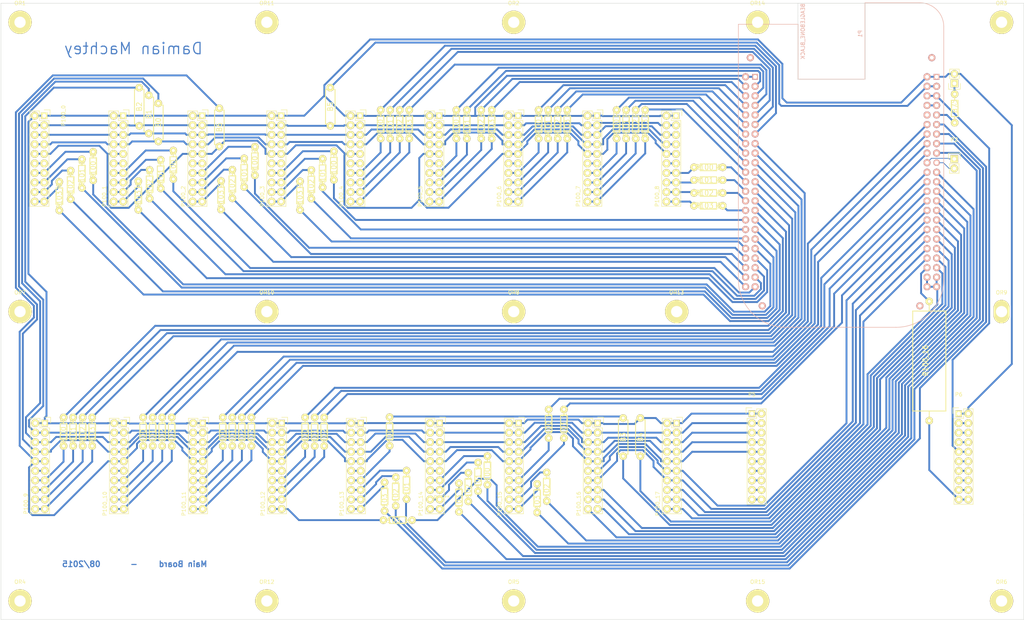
<source format=kicad_pcb>
(kicad_pcb (version 4) (host pcbnew "(2015-07-19 BZR 5960)-product")
  (layers (0 F.Cu signal) (31 B.Cu signal) (34 B.Paste user) (35 F.Paste user) (36 B.SilkS user) (37 F.SilkS user) (38 B.Mask user) (39 F.Mask user) (44 Edge.Cuts user))
  (net 0 "")
  (net 1 /GND)
  (net 2 /GPIO1_6)
  (net 3 /GPIO1_7)
  (net 4 /GPIO1_2)
  (net 5 /GPIO1_3)
  (net 6 /GPIO2_2)
  (net 7 /GPIO2_3)
  (net 8 /GPIO2_5)
  (net 9 /GPIO2_4)
  (net 10 /GPIO1_13)
  (net 11 /GPIO1_12)
  (net 12 /GPIO0_23)
  (net 13 /GPIO0_26)
  (net 14 /GPIO1_15)
  (net 15 /GPIO1_14)
  (net 16 /GPIO0_27)
  (net 17 /GPIO2_1)
  (net 18 /GPIO0_22)
  (net 19 /GPIO1_31)
  (net 20 /GPIO1_30)
  (net 21 /GPIO1_5)
  (net 22 /GPIO1_4)
  (net 23 /GPIO1_1)
  (net 24 /GPIO1_0)
  (net 25 /GPIO1_29)
  (net 26 /GPIO2_22)
  (net 27 /GPIO2_24)
  (net 28 /GPIO2_23)
  (net 29 /GPIO2_25)
  (net 30 /GPIO0_10)
  (net 31 /GPIO0_11)
  (net 32 /GPIO0_9)
  (net 33 /GPIO2_17)
  (net 34 /GPIO0_8)
  (net 35 /GPIO2_16)
  (net 36 /GPIO2_14)
  (net 37 /GPIO2_15)
  (net 38 /GPIO2_12)
  (net 39 /GPIO2_13)
  (net 40 /GPIO2_10)
  (net 41 /GPIO2_11)
  (net 42 /GPIO2_8)
  (net 43 /GPIO2_9)
  (net 44 /GPIO2_6)
  (net 45 /GPIO2_7)
  (net 46 /DC_3.3V)
  (net 47 /VDD_5V)
  (net 48 /SYS_5V)
  (net 49 /PWR_BUT)
  (net 50 /SYS_RESETn)
  (net 51 /GPIO0_30)
  (net 52 /GPIO1_28)
  (net 53 /GPIO0_31)
  (net 54 /GPIO1_18)
  (net 55 /GPIO1_16)
  (net 56 /GPIO1_19)
  (net 57 /GPIO0_5)
  (net 58 /GPIO0_4)
  (net 59 /GPIO0_3)
  (net 60 /GPIO0_2)
  (net 61 /GPIO1_17)
  (net 62 /GPIO0_15)
  (net 63 /GPIO3_21)
  (net 64 /GPIO0_14)
  (net 65 /GPIO3_19)
  (net 66 /GPIO3_17)
  (net 67 /GPIO3_15)
  (net 68 /GPIO3_16)
  (net 69 /GPIO3_14)
  (net 70 /VADC)
  (net 71 /AIN4)
  (net 72 /AGND)
  (net 73 /AIN6)
  (net 74 /AIN5)
  (net 75 /AIN2)
  (net 76 /AIN3)
  (net 77 /AIN0)
  (net 78 /AIN1)
  (net 79 /GPIO0_20)
  (net 80 /GPIO0_7)
  (net 81 /GND3)
  (net 82 "Net-(P100_1-Pad11)")
  (net 83 "Net-(P100_1-Pad13)")
  (net 84 "Net-(P100_1-Pad15)")
  (net 85 "Net-(P100_1-Pad17)")
  (net 86 "Net-(P100_1-Pad19)")
  (net 87 "Net-(P100_2-Pad11)")
  (net 88 "Net-(P100_2-Pad13)")
  (net 89 "Net-(P100_2-Pad15)")
  (net 90 "Net-(P100_2-Pad17)")
  (net 91 "Net-(P100_2-Pad19)")
  (net 92 "Net-(P100_3-Pad11)")
  (net 93 "Net-(P100_3-Pad13)")
  (net 94 "Net-(P100_3-Pad15)")
  (net 95 "Net-(P100_3-Pad17)")
  (net 96 "Net-(P100_3-Pad19)")
  (net 97 "Net-(P100_4-Pad11)")
  (net 98 "Net-(P100_4-Pad13)")
  (net 99 "Net-(P100_4-Pad15)")
  (net 100 "Net-(P100_4-Pad17)")
  (net 101 "Net-(P100_4-Pad19)")
  (net 102 "Net-(P100_5-Pad11)")
  (net 103 "Net-(P100_5-Pad13)")
  (net 104 "Net-(P100_5-Pad15)")
  (net 105 "Net-(P100_5-Pad17)")
  (net 106 "Net-(P100_5-Pad19)")
  (net 107 "Net-(P100_6-Pad11)")
  (net 108 "Net-(P100_6-Pad13)")
  (net 109 "Net-(P100_6-Pad15)")
  (net 110 "Net-(P100_6-Pad17)")
  (net 111 "Net-(P100_6-Pad19)")
  (net 112 "Net-(P100_7-Pad11)")
  (net 113 "Net-(P100_7-Pad13)")
  (net 114 "Net-(P100_7-Pad15)")
  (net 115 "Net-(P100_7-Pad17)")
  (net 116 "Net-(P100_7-Pad19)")
  (net 117 "Net-(P100_8-Pad11)")
  (net 118 "Net-(P100_8-Pad13)")
  (net 119 "Net-(P100_8-Pad15)")
  (net 120 "Net-(P100_8-Pad17)")
  (net 121 "Net-(P100_8-Pad19)")
  (net 122 "Net-(P100_9-Pad11)")
  (net 123 "Net-(P100_9-Pad13)")
  (net 124 "Net-(P100_9-Pad15)")
  (net 125 "Net-(P100_9-Pad17)")
  (net 126 "Net-(P100_9-Pad19)")
  (net 127 "Net-(P100_10-Pad11)")
  (net 128 "Net-(P100_10-Pad13)")
  (net 129 "Net-(P100_10-Pad15)")
  (net 130 "Net-(P100_10-Pad17)")
  (net 131 "Net-(P100_10-Pad19)")
  (net 132 "Net-(P100_11-Pad11)")
  (net 133 "Net-(P100_11-Pad13)")
  (net 134 "Net-(P100_11-Pad15)")
  (net 135 "Net-(P100_11-Pad17)")
  (net 136 "Net-(P100_11-Pad19)")
  (net 137 "Net-(P100_12-Pad11)")
  (net 138 "Net-(P100_12-Pad13)")
  (net 139 "Net-(P100_12-Pad15)")
  (net 140 "Net-(P100_12-Pad17)")
  (net 141 "Net-(P100_12-Pad19)")
  (net 142 "Net-(P100_13-Pad11)")
  (net 143 "Net-(P100_13-Pad13)")
  (net 144 "Net-(P100_13-Pad15)")
  (net 145 "Net-(P100_13-Pad17)")
  (net 146 "Net-(P100_13-Pad19)")
  (net 147 "Net-(P100_14-Pad11)")
  (net 148 "Net-(P100_14-Pad13)")
  (net 149 "Net-(P100_14-Pad15)")
  (net 150 "Net-(P100_14-Pad17)")
  (net 151 "Net-(P100_14-Pad19)")
  (net 152 "Net-(P100_15-Pad11)")
  (net 153 "Net-(P100_15-Pad13)")
  (net 154 "Net-(P100_15-Pad15)")
  (net 155 "Net-(P100_15-Pad17)")
  (net 156 "Net-(P100_15-Pad19)")
  (net 157 /GND12V)
  (net 158 /12V+)
  (net 159 "Net-(P100_0-Pad11)")
  (net 160 "Net-(P100_0-Pad13)")
  (net 161 "Net-(P100_0-Pad15)")
  (net 162 "Net-(P100_0-Pad17)")
  (net 163 "Net-(P100_0-Pad19)")
  (net 164 /12V+_TOP)
  (net 165 /GND12V_TOP)
  (net 166 /DC_3.3V_TOP)
  (net 167 "Net-(B3-Pad2)")
  (net 168 /DC_3.3Ve)
  (net 169 /I2C2_SCL)
  (net 170 /I2C2_SDA)
  (net 171 /VDD_5V_TOP)
  (net 172 "Net-(P5-Pad11)")
  (net 173 "Net-(P5-Pad13)")
  (net 174 "Net-(P5-Pad15)")
  (net 175 "Net-(P5-Pad17)")
  (net 176 "Net-(P5-Pad19)")
  (net 177 "Net-(P6-Pad11)")
  (net 178 "Net-(P6-Pad13)")
  (net 179 "Net-(P6-Pad15)")
  (net 180 "Net-(P6-Pad17)")
  (net 181 "Net-(P6-Pad19)")
  (net 182 /VDD_5V_DOWN)
  (net 183 "Net-(P6-Pad3)")
  (net 184 "Net-(P6-Pad5)")
  (net 185 "Net-(P6-Pad7)")
  (net 186 "Net-(B7-Pad1)")
  (module lib:BBB-reversed (layer F.Cu) (at 314.865 56.0781 270)
    (fp_text reference P1 (at 8.255 22.225 270) (layer B.SilkS) (effects (justify mirror)))
    (fp_text value BEAGLEBONE_BLACK (at 7.62 37.465 270) (layer B.SilkS) (effects (justify mirror)))
    (pad "" thru_hole circle (at 14.605 3.175 270) (size 1.9 1.9) (drill 1.016) (layers *.Cu *.Mask B.SilkS))
    (pad "" thru_hole circle (at 80.645 6.35 270) (size 1.9 1.9) (drill 1.016) (layers *.Cu *.Mask B.SilkS))
    (pad "" thru_hole circle (at 80.645 48.26 270) (size 1.9 1.9) (drill 1.016) (layers *.Cu *.Mask B.SilkS))
    (pad "" thru_hole circle (at 14.605 51.435 270) (size 1.9 1.9) (drill 1.016) (layers *.Cu *.Mask B.SilkS))
    (pad A1 thru_hole rect (at 19.685 50.165 270) (size 1.524 1.524) (drill 1.016) (layers *.Cu *.Mask B.SilkS) (net 1 /GND))
    (pad A2 thru_hole circle (at 19.685 52.705 270) (size 1.9 1.9) (drill 1.016) (layers *.Cu *.Mask B.SilkS) (net 1 /GND))
    (pad A3 thru_hole circle (at 22.225 50.165 270) (size 1.9 1.9) (drill 1.016) (layers *.Cu *.Mask B.SilkS) (net 2 /GPIO1_6))
    (pad A4 thru_hole circle (at 22.225 52.705 270) (size 1.9 1.9) (drill 1.016) (layers *.Cu *.Mask B.SilkS) (net 3 /GPIO1_7))
    (pad A5 thru_hole circle (at 24.765 50.165 270) (size 1.9 1.9) (drill 1.016) (layers *.Cu *.Mask B.SilkS) (net 4 /GPIO1_2))
    (pad A6 thru_hole circle (at 24.765 52.705 270) (size 1.9 1.9) (drill 1.016) (layers *.Cu *.Mask B.SilkS) (net 5 /GPIO1_3))
    (pad A7 thru_hole circle (at 27.305 50.165 270) (size 1.9 1.9) (drill 1.016) (layers *.Cu *.Mask B.SilkS) (net 6 /GPIO2_2))
    (pad A8 thru_hole circle (at 27.305 52.705 270) (size 1.9 1.9) (drill 1.016) (layers *.Cu *.Mask B.SilkS) (net 7 /GPIO2_3))
    (pad A9 thru_hole circle (at 29.845 50.165 270) (size 1.9 1.9) (drill 1.016) (layers *.Cu *.Mask B.SilkS) (net 8 /GPIO2_5))
    (pad A10 thru_hole circle (at 29.845 52.705 270) (size 1.9 1.9) (drill 1.016) (layers *.Cu *.Mask B.SilkS) (net 9 /GPIO2_4))
    (pad A11 thru_hole circle (at 32.385 50.165 270) (size 1.9 1.9) (drill 1.016) (layers *.Cu *.Mask B.SilkS) (net 10 /GPIO1_13))
    (pad A12 thru_hole circle (at 32.385 52.705 270) (size 1.9 1.9) (drill 1.016) (layers *.Cu *.Mask B.SilkS) (net 11 /GPIO1_12))
    (pad A13 thru_hole circle (at 34.925 50.165 270) (size 1.9 1.9) (drill 1.016) (layers *.Cu *.Mask B.SilkS) (net 12 /GPIO0_23))
    (pad A14 thru_hole circle (at 34.925 52.705 270) (size 1.9 1.9) (drill 1.016) (layers *.Cu *.Mask B.SilkS) (net 13 /GPIO0_26))
    (pad A15 thru_hole circle (at 37.465 50.165 270) (size 1.9 1.9) (drill 1.016) (layers *.Cu *.Mask B.SilkS) (net 14 /GPIO1_15))
    (pad A16 thru_hole circle (at 37.465 52.705 270) (size 1.9 1.9) (drill 1.016) (layers *.Cu *.Mask B.SilkS) (net 15 /GPIO1_14))
    (pad A17 thru_hole circle (at 40.005 50.165 270) (size 1.9 1.9) (drill 1.016) (layers *.Cu *.Mask B.SilkS) (net 16 /GPIO0_27))
    (pad A18 thru_hole circle (at 40.005 52.705 270) (size 1.9 1.9) (drill 1.016) (layers *.Cu *.Mask B.SilkS) (net 17 /GPIO2_1))
    (pad A19 thru_hole circle (at 42.545 50.165 270) (size 1.9 1.9) (drill 1.016) (layers *.Cu *.Mask B.SilkS) (net 18 /GPIO0_22))
    (pad A20 thru_hole circle (at 42.545 52.705 270) (size 1.9 1.9) (drill 1.016) (layers *.Cu *.Mask B.SilkS) (net 19 /GPIO1_31))
    (pad A21 thru_hole circle (at 45.085 50.165 270) (size 1.9 1.9) (drill 1.016) (layers *.Cu *.Mask B.SilkS) (net 20 /GPIO1_30))
    (pad A22 thru_hole circle (at 45.085 52.705 270) (size 1.9 1.9) (drill 1.016) (layers *.Cu *.Mask B.SilkS) (net 21 /GPIO1_5))
    (pad A23 thru_hole circle (at 47.625 50.165 270) (size 1.9 1.9) (drill 1.016) (layers *.Cu *.Mask B.SilkS) (net 22 /GPIO1_4))
    (pad A24 thru_hole circle (at 47.625 52.705 270) (size 1.9 1.9) (drill 1.016) (layers *.Cu *.Mask B.SilkS) (net 23 /GPIO1_1))
    (pad A25 thru_hole circle (at 50.165 50.165 270) (size 1.9 1.9) (drill 1.016) (layers *.Cu *.Mask B.SilkS) (net 24 /GPIO1_0))
    (pad A26 thru_hole circle (at 50.165 52.705 270) (size 1.9 1.9) (drill 1.016) (layers *.Cu *.Mask B.SilkS) (net 25 /GPIO1_29))
    (pad A27 thru_hole circle (at 52.705 50.165 270) (size 1.9 1.9) (drill 1.016) (layers *.Cu *.Mask B.SilkS) (net 26 /GPIO2_22))
    (pad A28 thru_hole circle (at 52.705 52.705 270) (size 1.9 1.9) (drill 1.016) (layers *.Cu *.Mask B.SilkS) (net 27 /GPIO2_24))
    (pad A29 thru_hole circle (at 55.245 50.165 270) (size 1.9 1.9) (drill 1.016) (layers *.Cu *.Mask B.SilkS) (net 28 /GPIO2_23))
    (pad A30 thru_hole circle (at 55.245 52.705 270) (size 1.9 1.9) (drill 1.016) (layers *.Cu *.Mask B.SilkS) (net 29 /GPIO2_25))
    (pad A31 thru_hole circle (at 57.785 50.165 270) (size 1.9 1.9) (drill 1.016) (layers *.Cu *.Mask B.SilkS) (net 30 /GPIO0_10))
    (pad A32 thru_hole circle (at 57.785 52.705 270) (size 1.9 1.9) (drill 1.016) (layers *.Cu *.Mask B.SilkS) (net 31 /GPIO0_11))
    (pad A33 thru_hole circle (at 60.325 50.165 270) (size 1.9 1.9) (drill 1.016) (layers *.Cu *.Mask B.SilkS) (net 32 /GPIO0_9))
    (pad A34 thru_hole circle (at 60.325 52.705 270) (size 1.9 1.9) (drill 1.016) (layers *.Cu *.Mask B.SilkS) (net 33 /GPIO2_17))
    (pad A35 thru_hole circle (at 62.865 50.165 270) (size 1.9 1.9) (drill 1.016) (layers *.Cu *.Mask B.SilkS) (net 34 /GPIO0_8))
    (pad A36 thru_hole circle (at 62.865 52.705 270) (size 1.9 1.9) (drill 1.016) (layers *.Cu *.Mask B.SilkS) (net 35 /GPIO2_16))
    (pad A37 thru_hole circle (at 65.405 50.165 270) (size 1.9 1.9) (drill 1.016) (layers *.Cu *.Mask B.SilkS) (net 36 /GPIO2_14))
    (pad A38 thru_hole circle (at 65.405 52.705 270) (size 1.9 1.9) (drill 1.016) (layers *.Cu *.Mask B.SilkS) (net 37 /GPIO2_15))
    (pad A39 thru_hole circle (at 67.945 50.165 270) (size 1.9 1.9) (drill 1.016) (layers *.Cu *.Mask B.SilkS) (net 38 /GPIO2_12))
    (pad A40 thru_hole circle (at 67.945 52.705 270) (size 1.9 1.9) (drill 1.016) (layers *.Cu *.Mask B.SilkS) (net 39 /GPIO2_13))
    (pad A41 thru_hole circle (at 70.485 50.165 270) (size 1.9 1.9) (drill 1.016) (layers *.Cu *.Mask B.SilkS) (net 40 /GPIO2_10))
    (pad A42 thru_hole circle (at 70.485 52.705 270) (size 1.9 1.9) (drill 1.016) (layers *.Cu *.Mask B.SilkS) (net 41 /GPIO2_11))
    (pad A43 thru_hole circle (at 73.025 50.165 270) (size 1.9 1.9) (drill 1.016) (layers *.Cu *.Mask B.SilkS) (net 42 /GPIO2_8))
    (pad A44 thru_hole circle (at 73.025 52.705 270) (size 1.9 1.9) (drill 1.016) (layers *.Cu *.Mask B.SilkS) (net 43 /GPIO2_9))
    (pad A45 thru_hole circle (at 75.565 50.165 270) (size 1.9 1.9) (drill 1.016) (layers *.Cu *.Mask B.SilkS) (net 44 /GPIO2_6))
    (pad A46 thru_hole circle (at 75.565 52.705 270) (size 1.9 1.9) (drill 1.016) (layers *.Cu *.Mask B.SilkS) (net 45 /GPIO2_7))
    (pad B2 thru_hole circle (at 19.685 4.445 270) (size 1.9 1.9) (drill 1.016) (layers *.Cu *.Mask B.SilkS) (net 1 /GND))
    (pad B3 thru_hole circle (at 22.225 1.905 270) (size 1.9 1.9) (drill 1.016) (layers *.Cu *.Mask B.SilkS) (net 168 /DC_3.3Ve))
    (pad B4 thru_hole circle (at 22.225 4.445 270) (size 1.9 1.9) (drill 1.016) (layers *.Cu *.Mask B.SilkS) (net 168 /DC_3.3Ve))
    (pad B5 thru_hole circle (at 24.765 1.905 270) (size 1.9 1.9) (drill 1.016) (layers *.Cu *.Mask B.SilkS) (net 47 /VDD_5V))
    (pad B6 thru_hole circle (at 24.765 4.445 270) (size 1.9 1.9) (drill 1.016) (layers *.Cu *.Mask B.SilkS) (net 47 /VDD_5V))
    (pad B7 thru_hole circle (at 27.305 1.905 270) (size 1.9 1.9) (drill 1.016) (layers *.Cu *.Mask B.SilkS) (net 48 /SYS_5V))
    (pad B8 thru_hole circle (at 27.305 4.445 270) (size 1.9 1.9) (drill 1.016) (layers *.Cu *.Mask B.SilkS) (net 48 /SYS_5V))
    (pad B9 thru_hole circle (at 29.845 1.905 270) (size 1.9 1.9) (drill 1.016) (layers *.Cu *.Mask B.SilkS) (net 49 /PWR_BUT))
    (pad B10 thru_hole circle (at 29.845 4.445 270) (size 1.9 1.9) (drill 1.016) (layers *.Cu *.Mask B.SilkS) (net 50 /SYS_RESETn))
    (pad B11 thru_hole circle (at 32.385 1.905 270) (size 1.9 1.9) (drill 1.016) (layers *.Cu *.Mask B.SilkS) (net 51 /GPIO0_30))
    (pad B12 thru_hole circle (at 32.385 4.445 270) (size 1.9 1.9) (drill 1.016) (layers *.Cu *.Mask B.SilkS) (net 52 /GPIO1_28))
    (pad B13 thru_hole circle (at 34.925 1.905 270) (size 1.9 1.9) (drill 1.016) (layers *.Cu *.Mask B.SilkS) (net 53 /GPIO0_31))
    (pad B14 thru_hole circle (at 34.925 4.445 270) (size 1.9 1.9) (drill 1.016) (layers *.Cu *.Mask B.SilkS) (net 54 /GPIO1_18))
    (pad B15 thru_hole circle (at 37.465 1.905 270) (size 1.9 1.9) (drill 1.016) (layers *.Cu *.Mask B.SilkS) (net 55 /GPIO1_16))
    (pad B16 thru_hole circle (at 37.465 4.445 270) (size 1.9 1.9) (drill 1.016) (layers *.Cu *.Mask B.SilkS) (net 56 /GPIO1_19))
    (pad B17 thru_hole circle (at 40.005 1.905 270) (size 1.9 1.9) (drill 1.016) (layers *.Cu *.Mask B.SilkS) (net 57 /GPIO0_5))
    (pad B18 thru_hole circle (at 40.005 4.445 270) (size 1.9 1.9) (drill 1.016) (layers *.Cu *.Mask B.SilkS) (net 58 /GPIO0_4))
    (pad B19 thru_hole circle (at 42.545 1.905 270) (size 1.7 1.7) (drill 1.016) (layers *.Cu *.Mask B.SilkS) (net 169 /I2C2_SCL))
    (pad B20 thru_hole circle (at 42.545 4.445 270) (size 1.9 1.9) (drill 1.016) (layers *.Cu *.Mask B.SilkS) (net 170 /I2C2_SDA))
    (pad B21 thru_hole circle (at 45.085 1.905 270) (size 1.9 1.9) (drill 1.016) (layers *.Cu *.Mask B.SilkS) (net 59 /GPIO0_3))
    (pad B22 thru_hole circle (at 45.085 4.445 270) (size 1.9 1.9) (drill 1.016) (layers *.Cu *.Mask B.SilkS) (net 60 /GPIO0_2))
    (pad B23 thru_hole circle (at 47.625 1.905 270) (size 1.9 1.9) (drill 1.016) (layers *.Cu *.Mask B.SilkS) (net 61 /GPIO1_17))
    (pad B24 thru_hole circle (at 47.625 4.445 270) (size 1.9 1.9) (drill 1.016) (layers *.Cu *.Mask B.SilkS) (net 62 /GPIO0_15))
    (pad B25 thru_hole circle (at 50.165 1.905 270) (size 1.9 1.9) (drill 1.016) (layers *.Cu *.Mask B.SilkS) (net 63 /GPIO3_21))
    (pad B26 thru_hole circle (at 50.165 4.445 270) (size 1.9 1.9) (drill 1.016) (layers *.Cu *.Mask B.SilkS) (net 64 /GPIO0_14))
    (pad B27 thru_hole circle (at 52.705 1.905 270) (size 1.9 1.9) (drill 1.016) (layers *.Cu *.Mask B.SilkS) (net 65 /GPIO3_19))
    (pad B28 thru_hole circle (at 52.705 4.445 270) (size 1.9 1.9) (drill 1.016) (layers *.Cu *.Mask B.SilkS) (net 66 /GPIO3_17))
    (pad B29 thru_hole circle (at 55.245 1.905 270) (size 1.9 1.9) (drill 1.016) (layers *.Cu *.Mask B.SilkS) (net 67 /GPIO3_15))
    (pad B30 thru_hole circle (at 55.245 4.445 270) (size 1.9 1.9) (drill 1.016) (layers *.Cu *.Mask B.SilkS) (net 68 /GPIO3_16))
    (pad B31 thru_hole circle (at 57.785 1.905 270) (size 1.9 1.9) (drill 1.016) (layers *.Cu *.Mask B.SilkS) (net 69 /GPIO3_14))
    (pad B32 thru_hole circle (at 57.785 4.445 270) (size 1.9 1.9) (drill 1.016) (layers *.Cu *.Mask B.SilkS) (net 70 /VADC))
    (pad B33 thru_hole circle (at 60.325 1.905 270) (size 1.9 1.9) (drill 1.016) (layers *.Cu *.Mask B.SilkS) (net 71 /AIN4))
    (pad B34 thru_hole circle (at 60.325 4.445 270) (size 1.9 1.9) (drill 1.016) (layers *.Cu *.Mask B.SilkS) (net 72 /AGND))
    (pad B35 thru_hole circle (at 62.865 1.905 270) (size 1.9 1.9) (drill 1.016) (layers *.Cu *.Mask B.SilkS) (net 73 /AIN6))
    (pad B36 thru_hole circle (at 62.865 4.445 270) (size 1.9 1.9) (drill 1.016) (layers *.Cu *.Mask B.SilkS) (net 74 /AIN5))
    (pad B37 thru_hole circle (at 65.405 1.905 270) (size 1.9 1.9) (drill 1.016) (layers *.Cu *.Mask B.SilkS) (net 75 /AIN2))
    (pad B38 thru_hole circle (at 65.405 4.445 270) (size 1.9 1.9) (drill 1.016) (layers *.Cu *.Mask B.SilkS) (net 76 /AIN3))
    (pad B39 thru_hole circle (at 67.945 1.905 270) (size 1.9 1.9) (drill 1.016) (layers *.Cu *.Mask B.SilkS) (net 77 /AIN0))
    (pad B40 thru_hole circle (at 67.945 4.445 270) (size 1.9 1.9) (drill 1.016) (layers *.Cu *.Mask B.SilkS) (net 78 /AIN1))
    (pad B41 thru_hole circle (at 70.485 1.905 270) (size 1.9 1.9) (drill 1.016) (layers *.Cu *.Mask B.SilkS) (net 79 /GPIO0_20))
    (pad B42 thru_hole circle (at 70.485 4.445 270) (size 1.9 1.9) (drill 1.016) (layers *.Cu *.Mask B.SilkS) (net 80 /GPIO0_7))
    (pad B43 thru_hole circle (at 73.025 1.905 270) (size 1.9 1.9) (drill 1.016) (layers *.Cu *.Mask B.SilkS) (net 81 /GND3))
    (pad B44 thru_hole circle (at 73.025 4.445 270) (size 1.9 1.9) (drill 1.016) (layers *.Cu *.Mask B.SilkS) (net 81 /GND3))
    (pad B45 thru_hole circle (at 75.565 1.905 270) (size 1.9 1.9) (drill 1.016) (layers *.Cu *.Mask B.SilkS) (net 81 /GND3))
    (pad B46 thru_hole circle (at 75.565 4.445 270) (size 1.9 1.9) (drill 1.016) (layers *.Cu *.Mask B.SilkS) (net 81 /GND3))
    (pad B1 thru_hole rect (at 19.685 1.905 270) (size 1.524 1.524) (drill 1.016) (layers *.Cu *.Mask B.SilkS) (net 1 /GND))
  )
  (module w_pth_resistors:RC03 (layer F.Cu) (at 88.6976 99.5257 270)
    (fp_text reference R100_0 (at 0 0 270) (layer F.SilkS) (effects (font (size 1.397 1.27) (thickness 0.2032))))
    (fp_text value 1K hide)
    (pad 1 thru_hole circle (at -3.81 0 270) (size 1.99898 1.99898) (drill 0.8001) (layers *.Cu *.Mask F.SilkS) (net 160 "Net-(P100_0-Pad13)"))
    (pad 2 thru_hole circle (at 3.81 0 270) (size 1.99898 1.99898) (drill 0.8001) (layers *.Cu *.Mask F.SilkS) (net 36 /GPIO2_14))
  )
  (module w_pth_resistors:RC03 (layer F.Cu) (at 85.6976 101.5257 270)
    (fp_text reference R101_0 (at 0 0 270) (layer F.SilkS) (effects (font (size 1.397 1.27) (thickness 0.2032))))
    (fp_text value 1K hide)
    (pad 1 thru_hole circle (at -3.81 0 270) (size 1.99898 1.99898) (drill 0.8001) (layers *.Cu *.Mask F.SilkS) (net 161 "Net-(P100_0-Pad15)"))
    (pad 2 thru_hole circle (at 3.81 0 270) (size 1.99898 1.99898) (drill 0.8001) (layers *.Cu *.Mask F.SilkS) (net 34 /GPIO0_8))
  )
  (module w_pth_resistors:RC03 (layer F.Cu) (at 82.6976 104.5257 270)
    (fp_text reference R102_0 (at 0 0 270) (layer F.SilkS) (effects (font (size 1.397 1.27) (thickness 0.2032))))
    (fp_text value 1K hide)
    (pad 1 thru_hole circle (at -3.81 0 270) (size 1.99898 1.99898) (drill 0.8001) (layers *.Cu *.Mask F.SilkS) (net 162 "Net-(P100_0-Pad17)"))
    (pad 2 thru_hole circle (at 3.81 0 270) (size 1.99898 1.99898) (drill 0.8001) (layers *.Cu *.Mask F.SilkS) (net 32 /GPIO0_9))
  )
  (module w_pth_resistors:RC03 (layer F.Cu) (at 79.6976 107.5257 270)
    (fp_text reference R103_0 (at 0 0 270) (layer F.SilkS) (effects (font (size 1.397 1.27) (thickness 0.2032))))
    (fp_text value 1K hide)
    (pad 1 thru_hole circle (at -3.81 0 270) (size 1.99898 1.99898) (drill 0.8001) (layers *.Cu *.Mask F.SilkS) (net 163 "Net-(P100_0-Pad19)"))
    (pad 2 thru_hole circle (at 3.81 0 270) (size 1.99898 1.99898) (drill 0.8001) (layers *.Cu *.Mask F.SilkS) (net 30 /GPIO0_10))
  )
  (module w_pth_resistors:RC03 (layer F.Cu) (at 110 99.1846 270)
    (fp_text reference R100_1 (at 0 0 270) (layer F.SilkS) (effects (font (size 1.397 1.27) (thickness 0.2032))))
    (fp_text value 1K hide)
    (pad 1 thru_hole circle (at -3.81 0 270) (size 1.99898 1.99898) (drill 0.8001) (layers *.Cu *.Mask F.SilkS) (net 83 "Net-(P100_1-Pad13)"))
    (pad 2 thru_hole circle (at 3.81 0 270) (size 1.99898 1.99898) (drill 0.8001) (layers *.Cu *.Mask F.SilkS) (net 44 /GPIO2_6))
  )
  (module w_pth_resistors:RC03 (layer F.Cu) (at 131.6976 98.1927 270)
    (fp_text reference R100_2 (at 0 0 270) (layer F.SilkS) (effects (font (size 1.397 1.27) (thickness 0.2032))))
    (fp_text value 1K hide)
    (pad 1 thru_hole circle (at -3.81 0 270) (size 1.99898 1.99898) (drill 0.8001) (layers *.Cu *.Mask F.SilkS) (net 88 "Net-(P100_2-Pad13)"))
    (pad 2 thru_hole circle (at 3.81 0 270) (size 1.99898 1.99898) (drill 0.8001) (layers *.Cu *.Mask F.SilkS) (net 39 /GPIO2_13))
  )
  (module w_pth_resistors:RC03 (layer F.Cu) (at 152.6976 99.3927 270)
    (fp_text reference R100_3 (at 0 0 270) (layer F.SilkS) (effects (font (size 1.397 1.27) (thickness 0.2032))))
    (fp_text value 1K hide)
    (pad 1 thru_hole circle (at -3.81 0 270) (size 1.99898 1.99898) (drill 0.8001) (layers *.Cu *.Mask F.SilkS) (net 93 "Net-(P100_3-Pad13)"))
    (pad 2 thru_hole circle (at 3.81 0 270) (size 1.99898 1.99898) (drill 0.8001) (layers *.Cu *.Mask F.SilkS) (net 31 /GPIO0_11))
  )
  (module w_pth_resistors:RC03 (layer F.Cu) (at 165.13 88.4047 90)
    (fp_text reference R100_4 (at 0 0 90) (layer F.SilkS) (effects (font (size 1.397 1.27) (thickness 0.2032))))
    (fp_text value 1K hide)
    (pad 1 thru_hole circle (at -3.81 0 90) (size 1.99898 1.99898) (drill 0.8001) (layers *.Cu *.Mask F.SilkS) (net 98 "Net-(P100_4-Pad13)"))
    (pad 2 thru_hole circle (at 3.81 0 90) (size 1.99898 1.99898) (drill 0.8001) (layers *.Cu *.Mask F.SilkS) (net 12 /GPIO0_23))
  )
  (module w_pth_resistors:RC03 (layer F.Cu) (at 185.27 88.4047 90)
    (fp_text reference R100_5 (at 0 0 90) (layer F.SilkS) (effects (font (size 1.397 1.27) (thickness 0.2032))))
    (fp_text value 1K hide)
    (pad 1 thru_hole circle (at -3.81 0 90) (size 1.99898 1.99898) (drill 0.8001) (layers *.Cu *.Mask F.SilkS) (net 103 "Net-(P100_5-Pad13)"))
    (pad 2 thru_hole circle (at 3.81 0 90) (size 1.99898 1.99898) (drill 0.8001) (layers *.Cu *.Mask F.SilkS) (net 4 /GPIO1_2))
  )
  (module w_pth_resistors:RC03 (layer F.Cu) (at 207.13 88.4047 90)
    (fp_text reference R100_6 (at 0 0 90) (layer F.SilkS) (effects (font (size 1.397 1.27) (thickness 0.2032))))
    (fp_text value 1K hide)
    (pad 1 thru_hole circle (at -3.81 0 90) (size 1.99898 1.99898) (drill 0.8001) (layers *.Cu *.Mask F.SilkS) (net 108 "Net-(P100_6-Pad13)"))
    (pad 2 thru_hole circle (at 3.81 0 90) (size 1.99898 1.99898) (drill 0.8001) (layers *.Cu *.Mask F.SilkS) (net 7 /GPIO2_3))
  )
  (module w_pth_resistors:RC03 (layer F.Cu) (at 227.861 88.4047 90)
    (fp_text reference R100_7 (at 0 0 90) (layer F.SilkS) (effects (font (size 1.397 1.27) (thickness 0.2032))))
    (fp_text value 1K hide)
    (pad 1 thru_hole circle (at -3.81 0 90) (size 1.99898 1.99898) (drill 0.8001) (layers *.Cu *.Mask F.SilkS) (net 113 "Net-(P100_7-Pad13)"))
    (pad 2 thru_hole circle (at 3.81 0 90) (size 1.99898 1.99898) (drill 0.8001) (layers *.Cu *.Mask F.SilkS) (net 15 /GPIO1_14))
  )
  (module w_pth_resistors:RC03 (layer F.Cu) (at 252.275 99.8596)
    (fp_text reference R100_8 (at 0 0) (layer F.SilkS) (effects (font (size 1.397 1.27) (thickness 0.2032))))
    (fp_text value 1K hide)
    (pad 1 thru_hole circle (at -3.81 0) (size 1.99898 1.99898) (drill 0.8001) (layers *.Cu *.Mask F.SilkS) (net 118 "Net-(P100_8-Pad13)"))
    (pad 2 thru_hole circle (at 3.81 0) (size 1.99898 1.99898) (drill 0.8001) (layers *.Cu *.Mask F.SilkS) (net 23 /GPIO1_1))
  )
  (module w_pth_resistors:RC03 (layer F.Cu) (at 80.816 170.213 90)
    (fp_text reference R100_9 (at 0 0 90) (layer F.SilkS) (effects (font (size 1.397 1.27) (thickness 0.2032))))
    (fp_text value 1K hide)
    (pad 1 thru_hole circle (at -3.81 0 90) (size 1.99898 1.99898) (drill 0.8001) (layers *.Cu *.Mask F.SilkS) (net 123 "Net-(P100_9-Pad13)"))
    (pad 2 thru_hole circle (at 3.81 0 90) (size 1.99898 1.99898) (drill 0.8001) (layers *.Cu *.Mask F.SilkS) (net 28 /GPIO2_23))
  )
  (module w_pth_resistors:RC03 (layer F.Cu) (at 101.9705 170.213 90)
    (fp_text reference R100_10 (at 0 0 90) (layer F.SilkS) (effects (font (size 1.397 1.27) (thickness 0.2032))))
    (fp_text value 1K hide)
    (pad 1 thru_hole circle (at -3.81 0 90) (size 1.99898 1.99898) (drill 0.8001) (layers *.Cu *.Mask F.SilkS) (net 128 "Net-(P100_10-Pad13)"))
    (pad 2 thru_hole circle (at 3.81 0 90) (size 1.99898 1.99898) (drill 0.8001) (layers *.Cu *.Mask F.SilkS) (net 20 /GPIO1_30))
  )
  (module w_pth_resistors:RC03 (layer F.Cu) (at 123.1506 170.213 90)
    (fp_text reference R100_11 (at 0 0 90) (layer F.SilkS) (effects (font (size 1.397 1.27) (thickness 0.2032))))
    (fp_text value 1K hide)
    (pad 1 thru_hole circle (at -3.81 0 90) (size 1.99898 1.99898) (drill 0.8001) (layers *.Cu *.Mask F.SilkS) (net 133 "Net-(P100_11-Pad13)"))
    (pad 2 thru_hole circle (at 3.81 0 90) (size 1.99898 1.99898) (drill 0.8001) (layers *.Cu *.Mask F.SilkS) (net 52 /GPIO1_28))
  )
  (module w_pth_resistors:RC03 (layer F.Cu) (at 145.041 170.213 90)
    (fp_text reference R100_12 (at 0 0 90) (layer F.SilkS) (effects (font (size 1.397 1.27) (thickness 0.2032))))
    (fp_text value 1K hide)
    (pad 1 thru_hole circle (at -3.81 0 90) (size 1.99898 1.99898) (drill 0.8001) (layers *.Cu *.Mask F.SilkS) (net 138 "Net-(P100_12-Pad13)"))
    (pad 2 thru_hole circle (at 3.81 0 90) (size 1.99898 1.99898) (drill 0.8001) (layers *.Cu *.Mask F.SilkS) (net 60 /GPIO0_2))
  )
  (module w_pth_resistors:RC03 (layer F.Cu) (at 167.515 170.15 90)
    (fp_text reference R100_13 (at 0 0 90) (layer F.SilkS) (effects (font (size 1.397 1.27) (thickness 0.2032))))
    (fp_text value 1K hide)
    (pad 1 thru_hole circle (at -3.81 0 90) (size 1.99898 1.99898) (drill 0.8001) (layers *.Cu *.Mask F.SilkS) (net 143 "Net-(P100_13-Pad13)"))
    (pad 2 thru_hole circle (at 3.81 0 90) (size 1.99898 1.99898) (drill 0.8001) (layers *.Cu *.Mask F.SilkS) (net 167 "Net-(B3-Pad2)"))
  )
  (module w_pth_resistors:RC03 (layer F.Cu) (at 193.525 180.518 270)
    (fp_text reference R100_14 (at 0 0 270) (layer F.SilkS) (effects (font (size 1.397 1.27) (thickness 0.2032))))
    (fp_text value 1K hide)
    (pad 1 thru_hole circle (at -3.81 0 270) (size 1.99898 1.99898) (drill 0.8001) (layers *.Cu *.Mask F.SilkS) (net 148 "Net-(P100_14-Pad13)"))
    (pad 2 thru_hole circle (at 3.81 0 270) (size 1.99898 1.99898) (drill 0.8001) (layers *.Cu *.Mask F.SilkS) (net 63 /GPIO3_21))
  )
  (module w_pth_resistors:RC03 (layer F.Cu) (at 209.806 168.097 90)
    (fp_text reference R100_15 (at 0 0 270) (layer F.SilkS) (effects (font (size 1.397 1.27) (thickness 0.2032))))
    (fp_text value 1K hide)
    (pad 1 thru_hole circle (at -3.81 0 90) (size 1.99898 1.99898) (drill 0.8001) (layers *.Cu *.Mask F.SilkS) (net 153 "Net-(P100_15-Pad13)"))
    (pad 2 thru_hole circle (at 3.81 0 90) (size 1.99898 1.99898) (drill 0.8001) (layers *.Cu *.Mask F.SilkS) (net 66 /GPIO3_17))
  )
  (module w_pth_resistors:RC03 (layer F.Cu) (at 106.65 101.6596 270)
    (fp_text reference R101_1 (at 0 0 270) (layer F.SilkS) (effects (font (size 1.397 1.27) (thickness 0.2032))))
    (fp_text value 1K hide)
    (pad 1 thru_hole circle (at -3.81 0 270) (size 1.99898 1.99898) (drill 0.8001) (layers *.Cu *.Mask F.SilkS) (net 84 "Net-(P100_1-Pad15)"))
    (pad 2 thru_hole circle (at 3.81 0 270) (size 1.99898 1.99898) (drill 0.8001) (layers *.Cu *.Mask F.SilkS) (net 42 /GPIO2_8))
  )
  (module w_pth_resistors:RC03 (layer F.Cu) (at 128.85 101.2846 270)
    (fp_text reference R101_2 (at 0 0 270) (layer F.SilkS) (effects (font (size 1.397 1.27) (thickness 0.2032))))
    (fp_text value 1K hide)
    (pad 1 thru_hole circle (at -3.81 0 270) (size 1.99898 1.99898) (drill 0.8001) (layers *.Cu *.Mask F.SilkS) (net 89 "Net-(P100_2-Pad15)"))
    (pad 2 thru_hole circle (at 3.81 0 270) (size 1.99898 1.99898) (drill 0.8001) (layers *.Cu *.Mask F.SilkS) (net 41 /GPIO2_11))
  )
  (module w_pth_resistors:RC03 (layer F.Cu) (at 149.6976 101.3927 270)
    (fp_text reference R101_3 (at 0 0 270) (layer F.SilkS) (effects (font (size 1.397 1.27) (thickness 0.2032))))
    (fp_text value 1K hide)
    (pad 1 thru_hole circle (at -3.81 0 270) (size 1.99898 1.99898) (drill 0.8001) (layers *.Cu *.Mask F.SilkS) (net 94 "Net-(P100_3-Pad15)"))
    (pad 2 thru_hole circle (at 3.81 0 270) (size 1.99898 1.99898) (drill 0.8001) (layers *.Cu *.Mask F.SilkS) (net 33 /GPIO2_17))
  )
  (module w_pth_resistors:RC03 (layer F.Cu) (at 167.67 88.4047 90)
    (fp_text reference R101_4 (at 0 0 90) (layer F.SilkS) (effects (font (size 1.397 1.27) (thickness 0.2032))))
    (fp_text value 1K hide)
    (pad 1 thru_hole circle (at -3.81 0 90) (size 1.99898 1.99898) (drill 0.8001) (layers *.Cu *.Mask F.SilkS) (net 99 "Net-(P100_4-Pad15)"))
    (pad 2 thru_hole circle (at 3.81 0 90) (size 1.99898 1.99898) (drill 0.8001) (layers *.Cu *.Mask F.SilkS) (net 10 /GPIO1_13))
  )
  (module w_pth_resistors:RC03 (layer F.Cu) (at 188.064 88.4047 90)
    (fp_text reference R101_5 (at 0 0 90) (layer F.SilkS) (effects (font (size 1.397 1.27) (thickness 0.2032))))
    (fp_text value 1K hide)
    (pad 1 thru_hole circle (at -3.81 0 90) (size 1.99898 1.99898) (drill 0.8001) (layers *.Cu *.Mask F.SilkS) (net 104 "Net-(P100_5-Pad15)"))
    (pad 2 thru_hole circle (at 3.81 0 90) (size 1.99898 1.99898) (drill 0.8001) (layers *.Cu *.Mask F.SilkS) (net 2 /GPIO1_6))
  )
  (module w_pth_resistors:RC03 (layer F.Cu) (at 209.67 88.4047 90)
    (fp_text reference R101_6 (at 0 0 90) (layer F.SilkS) (effects (font (size 1.397 1.27) (thickness 0.2032))))
    (fp_text value 1K hide)
    (pad 1 thru_hole circle (at -3.81 0 90) (size 1.99898 1.99898) (drill 0.8001) (layers *.Cu *.Mask F.SilkS) (net 109 "Net-(P100_6-Pad15)"))
    (pad 2 thru_hole circle (at 3.81 0 90) (size 1.99898 1.99898) (drill 0.8001) (layers *.Cu *.Mask F.SilkS) (net 9 /GPIO2_4))
  )
  (module w_pth_resistors:RC03 (layer F.Cu) (at 230.401 88.4047 90)
    (fp_text reference R101_7 (at 0 0 90) (layer F.SilkS) (effects (font (size 1.397 1.27) (thickness 0.2032))))
    (fp_text value 1K hide)
    (pad 1 thru_hole circle (at -3.81 0 90) (size 1.99898 1.99898) (drill 0.8001) (layers *.Cu *.Mask F.SilkS) (net 114 "Net-(P100_7-Pad15)"))
    (pad 2 thru_hole circle (at 3.81 0 90) (size 1.99898 1.99898) (drill 0.8001) (layers *.Cu *.Mask F.SilkS) (net 17 /GPIO2_1))
  )
  (module w_pth_resistors:RC03 (layer F.Cu) (at 252.275 103.2679)
    (fp_text reference R101_8 (at 0 0 180) (layer F.SilkS) (effects (font (size 1.397 1.27) (thickness 0.2032))))
    (fp_text value 1K hide)
    (pad 1 thru_hole circle (at -3.81 0) (size 1.99898 1.99898) (drill 0.8001) (layers *.Cu *.Mask F.SilkS) (net 119 "Net-(P100_8-Pad15)"))
    (pad 2 thru_hole circle (at 3.81 0) (size 1.99898 1.99898) (drill 0.8001) (layers *.Cu *.Mask F.SilkS) (net 25 /GPIO1_29))
  )
  (module w_pth_resistors:RC03 (layer F.Cu) (at 83.356 170.213 90)
    (fp_text reference R101_9 (at 0 0 90) (layer F.SilkS) (effects (font (size 1.397 1.27) (thickness 0.2032))))
    (fp_text value 1K hide)
    (pad 1 thru_hole circle (at -3.81 0 90) (size 1.99898 1.99898) (drill 0.8001) (layers *.Cu *.Mask F.SilkS) (net 124 "Net-(P100_9-Pad15)"))
    (pad 2 thru_hole circle (at 3.81 0 90) (size 1.99898 1.99898) (drill 0.8001) (layers *.Cu *.Mask F.SilkS) (net 26 /GPIO2_22))
  )
  (module w_pth_resistors:RC03 (layer F.Cu) (at 104.5105 170.213 90)
    (fp_text reference R101_10 (at 0 0 90) (layer F.SilkS) (effects (font (size 1.397 1.27) (thickness 0.2032))))
    (fp_text value 1K hide)
    (pad 1 thru_hole circle (at -3.81 0 90) (size 1.99898 1.99898) (drill 0.8001) (layers *.Cu *.Mask F.SilkS) (net 129 "Net-(P100_10-Pad15)"))
    (pad 2 thru_hole circle (at 3.81 0 90) (size 1.99898 1.99898) (drill 0.8001) (layers *.Cu *.Mask F.SilkS) (net 18 /GPIO0_22))
  )
  (module w_pth_resistors:RC03 (layer F.Cu) (at 125.6906 170.213 90)
    (fp_text reference R101_11 (at 0 0 90) (layer F.SilkS) (effects (font (size 1.397 1.27) (thickness 0.2032))))
    (fp_text value 1K hide)
    (pad 1 thru_hole circle (at -3.81 0 90) (size 1.99898 1.99898) (drill 0.8001) (layers *.Cu *.Mask F.SilkS) (net 134 "Net-(P100_11-Pad15)"))
    (pad 2 thru_hole circle (at 3.81 0 90) (size 1.99898 1.99898) (drill 0.8001) (layers *.Cu *.Mask F.SilkS) (net 54 /GPIO1_18))
  )
  (module w_pth_resistors:RC03 (layer F.Cu) (at 147.581 170.213 90)
    (fp_text reference R101_12 (at 0 0 90) (layer F.SilkS) (effects (font (size 1.397 1.27) (thickness 0.2032))))
    (fp_text value 1K hide)
    (pad 1 thru_hole circle (at -3.81 0 90) (size 1.99898 1.99898) (drill 0.8001) (layers *.Cu *.Mask F.SilkS) (net 139 "Net-(P100_12-Pad15)"))
    (pad 2 thru_hole circle (at 3.81 0 90) (size 1.99898 1.99898) (drill 0.8001) (layers *.Cu *.Mask F.SilkS) (net 62 /GPIO0_15))
  )
  (module w_pth_resistors:RC03 (layer F.Cu) (at 172.011 184.378 270)
    (fp_text reference R101_13 (at 0 0 270) (layer F.SilkS) (effects (font (size 1.397 1.27) (thickness 0.2032))))
    (fp_text value 1K hide)
    (pad 1 thru_hole circle (at -3.81 0 270) (size 1.99898 1.99898) (drill 0.8001) (layers *.Cu *.Mask F.SilkS) (net 144 "Net-(P100_13-Pad15)"))
    (pad 2 thru_hole circle (at 3.81 0 270) (size 1.99898 1.99898) (drill 0.8001) (layers *.Cu *.Mask F.SilkS) (net 55 /GPIO1_16))
  )
  (module w_pth_resistors:RC03 (layer F.Cu) (at 191.035 182.219 270)
    (fp_text reference R101_14 (at 0 0 270) (layer F.SilkS) (effects (font (size 1.397 1.27) (thickness 0.2032))))
    (fp_text value 1K hide)
    (pad 1 thru_hole circle (at -3.81 0 270) (size 1.99898 1.99898) (drill 0.8001) (layers *.Cu *.Mask F.SilkS) (net 149 "Net-(P100_14-Pad15)"))
    (pad 2 thru_hole circle (at 3.81 0 270) (size 1.99898 1.99898) (drill 0.8001) (layers *.Cu *.Mask F.SilkS) (net 61 /GPIO1_17))
  )
  (module w_pth_resistors:RC03 (layer F.Cu) (at 213.87 168.097 90)
    (fp_text reference R101_15 (at 0 0 90) (layer F.SilkS) (effects (font (size 1.397 1.27) (thickness 0.2032))))
    (fp_text value 1K hide)
    (pad 1 thru_hole circle (at -3.81 0 90) (size 1.99898 1.99898) (drill 0.8001) (layers *.Cu *.Mask F.SilkS) (net 154 "Net-(P100_15-Pad15)"))
    (pad 2 thru_hole circle (at 3.81 0 90) (size 1.99898 1.99898) (drill 0.8001) (layers *.Cu *.Mask F.SilkS) (net 68 /GPIO3_16))
  )
  (module w_pth_resistors:RC03 (layer F.Cu) (at 103.6976 104.3507 270)
    (fp_text reference R102_1 (at 0 0 270) (layer F.SilkS) (effects (font (size 1.397 1.27) (thickness 0.2032))))
    (fp_text value 1K hide)
    (pad 1 thru_hole circle (at -3.81 0 270) (size 1.99898 1.99898) (drill 0.8001) (layers *.Cu *.Mask F.SilkS) (net 85 "Net-(P100_1-Pad17)"))
    (pad 2 thru_hole circle (at 3.81 0 270) (size 1.99898 1.99898) (drill 0.8001) (layers *.Cu *.Mask F.SilkS) (net 40 /GPIO2_10))
  )
  (module w_pth_resistors:RC03 (layer F.Cu) (at 125.6976 104.2927 270)
    (fp_text reference R102_2 (at 0 0 270) (layer F.SilkS) (effects (font (size 1.397 1.27) (thickness 0.2032))))
    (fp_text value 1K hide)
    (pad 1 thru_hole circle (at -3.81 0 270) (size 1.99898 1.99898) (drill 0.8001) (layers *.Cu *.Mask F.SilkS) (net 90 "Net-(P100_2-Pad17)"))
    (pad 2 thru_hole circle (at 3.81 0 270) (size 1.99898 1.99898) (drill 0.8001) (layers *.Cu *.Mask F.SilkS) (net 43 /GPIO2_9))
  )
  (module w_pth_resistors:RC03 (layer F.Cu) (at 146.6976 104.3927 270)
    (fp_text reference R102_3 (at 0 0 270) (layer F.SilkS) (effects (font (size 1.397 1.27) (thickness 0.2032))))
    (fp_text value 1K hide)
    (pad 1 thru_hole circle (at -3.81 0 270) (size 1.99898 1.99898) (drill 0.8001) (layers *.Cu *.Mask F.SilkS) (net 95 "Net-(P100_3-Pad17)"))
    (pad 2 thru_hole circle (at 3.81 0 270) (size 1.99898 1.99898) (drill 0.8001) (layers *.Cu *.Mask F.SilkS) (net 35 /GPIO2_16))
  )
  (module w_pth_resistors:RC03 (layer F.Cu) (at 170.21 88.4047 90)
    (fp_text reference R102_4 (at 0 0 90) (layer F.SilkS) (effects (font (size 1.397 1.27) (thickness 0.2032))))
    (fp_text value 1K hide)
    (pad 1 thru_hole circle (at -3.81 0 90) (size 1.99898 1.99898) (drill 0.8001) (layers *.Cu *.Mask F.SilkS) (net 100 "Net-(P100_4-Pad17)"))
    (pad 2 thru_hole circle (at 3.81 0 90) (size 1.99898 1.99898) (drill 0.8001) (layers *.Cu *.Mask F.SilkS) (net 8 /GPIO2_5))
  )
  (module w_pth_resistors:RC03 (layer F.Cu) (at 191.874 88.4047 90)
    (fp_text reference R102_5 (at 0 0 90) (layer F.SilkS) (effects (font (size 1.397 1.27) (thickness 0.2032))))
    (fp_text value 1K hide)
    (pad 1 thru_hole circle (at -3.81 0 90) (size 1.99898 1.99898) (drill 0.8001) (layers *.Cu *.Mask F.SilkS) (net 105 "Net-(P100_5-Pad17)"))
    (pad 2 thru_hole circle (at 3.81 0 90) (size 1.99898 1.99898) (drill 0.8001) (layers *.Cu *.Mask F.SilkS) (net 3 /GPIO1_7))
  )
  (module w_pth_resistors:RC03 (layer F.Cu) (at 212.21 88.4047 90)
    (fp_text reference R102_6 (at 0 0 90) (layer F.SilkS) (effects (font (size 1.397 1.27) (thickness 0.2032))))
    (fp_text value 1K hide)
    (pad 1 thru_hole circle (at -3.81 0 90) (size 1.99898 1.99898) (drill 0.8001) (layers *.Cu *.Mask F.SilkS) (net 110 "Net-(P100_6-Pad17)"))
    (pad 2 thru_hole circle (at 3.81 0 90) (size 1.99898 1.99898) (drill 0.8001) (layers *.Cu *.Mask F.SilkS) (net 11 /GPIO1_12))
  )
  (module w_pth_resistors:RC03 (layer F.Cu) (at 232.941 88.4047 90)
    (fp_text reference R102_7 (at 0 0 90) (layer F.SilkS) (effects (font (size 1.397 1.27) (thickness 0.2032))))
    (fp_text value 1K hide)
    (pad 1 thru_hole circle (at -3.81 0 90) (size 1.99898 1.99898) (drill 0.8001) (layers *.Cu *.Mask F.SilkS) (net 115 "Net-(P100_7-Pad17)"))
    (pad 2 thru_hole circle (at 3.81 0 90) (size 1.99898 1.99898) (drill 0.8001) (layers *.Cu *.Mask F.SilkS) (net 19 /GPIO1_31))
  )
  (module w_pth_resistors:RC03 (layer F.Cu) (at 252.275 106.6763)
    (fp_text reference R102_8 (at 0 0) (layer F.SilkS) (effects (font (size 1.397 1.27) (thickness 0.2032))))
    (fp_text value 1K hide)
    (pad 1 thru_hole circle (at -3.81 0) (size 1.99898 1.99898) (drill 0.8001) (layers *.Cu *.Mask F.SilkS) (net 120 "Net-(P100_8-Pad17)"))
    (pad 2 thru_hole circle (at 3.81 0) (size 1.99898 1.99898) (drill 0.8001) (layers *.Cu *.Mask F.SilkS) (net 27 /GPIO2_24))
  )
  (module w_pth_resistors:RC03 (layer F.Cu) (at 85.896 170.213 90)
    (fp_text reference R102_9 (at 0 0 90) (layer F.SilkS) (effects (font (size 1.397 1.27) (thickness 0.2032))))
    (fp_text value 1K hide)
    (pad 1 thru_hole circle (at -3.81 0 90) (size 1.99898 1.99898) (drill 0.8001) (layers *.Cu *.Mask F.SilkS) (net 125 "Net-(P100_9-Pad17)"))
    (pad 2 thru_hole circle (at 3.81 0 90) (size 1.99898 1.99898) (drill 0.8001) (layers *.Cu *.Mask F.SilkS) (net 24 /GPIO1_0))
  )
  (module w_pth_resistors:RC03 (layer F.Cu) (at 107.0505 170.213 90)
    (fp_text reference R102_10 (at 0 0 90) (layer F.SilkS) (effects (font (size 1.397 1.27) (thickness 0.2032))))
    (fp_text value 1K hide)
    (pad 1 thru_hole circle (at -3.81 0 90) (size 1.99898 1.99898) (drill 0.8001) (layers *.Cu *.Mask F.SilkS) (net 130 "Net-(P100_10-Pad17)"))
    (pad 2 thru_hole circle (at 3.81 0 90) (size 1.99898 1.99898) (drill 0.8001) (layers *.Cu *.Mask F.SilkS) (net 16 /GPIO0_27))
  )
  (module w_pth_resistors:RC03 (layer F.Cu) (at 128.2306 170.213 90)
    (fp_text reference R102_11 (at 0 0 90) (layer F.SilkS) (effects (font (size 1.397 1.27) (thickness 0.2032))))
    (fp_text value 1K hide)
    (pad 1 thru_hole circle (at -3.81 0 90) (size 1.99898 1.99898) (drill 0.8001) (layers *.Cu *.Mask F.SilkS) (net 135 "Net-(P100_11-Pad17)"))
    (pad 2 thru_hole circle (at 3.81 0 90) (size 1.99898 1.99898) (drill 0.8001) (layers *.Cu *.Mask F.SilkS) (net 56 /GPIO1_19))
  )
  (module w_pth_resistors:RC03 (layer F.Cu) (at 150.121 170.213 90)
    (fp_text reference R102_12 (at 0 0 90) (layer F.SilkS) (effects (font (size 1.397 1.27) (thickness 0.2032))))
    (fp_text value 1K hide)
    (pad 1 thru_hole circle (at -3.81 0 90) (size 1.99898 1.99898) (drill 0.8001) (layers *.Cu *.Mask F.SilkS) (net 140 "Net-(P100_12-Pad17)"))
    (pad 2 thru_hole circle (at 3.81 0 90) (size 1.99898 1.99898) (drill 0.8001) (layers *.Cu *.Mask F.SilkS) (net 64 /GPIO0_14))
  )
  (module w_pth_resistors:RC03 (layer F.Cu) (at 169.141 186.131 270)
    (fp_text reference R102_13 (at 0 0 270) (layer F.SilkS) (effects (font (size 1.397 1.27) (thickness 0.2032))))
    (fp_text value 1K hide)
    (pad 1 thru_hole circle (at -3.81 0 270) (size 1.99898 1.99898) (drill 0.8001) (layers *.Cu *.Mask F.SilkS) (net 145 "Net-(P100_13-Pad17)"))
    (pad 2 thru_hole circle (at 3.81 0 270) (size 1.99898 1.99898) (drill 0.8001) (layers *.Cu *.Mask F.SilkS) (net 53 /GPIO0_31))
  )
  (module w_pth_resistors:RC03 (layer F.Cu) (at 188.445 184.963 270)
    (fp_text reference R102_14 (at 0 0 270) (layer F.SilkS) (effects (font (size 1.397 1.27) (thickness 0.2032))))
    (fp_text value 1K hide)
    (pad 1 thru_hole circle (at -3.81 0 270) (size 1.99898 1.99898) (drill 0.8001) (layers *.Cu *.Mask F.SilkS) (net 150 "Net-(P100_14-Pad17)"))
    (pad 2 thru_hole circle (at 3.81 0 270) (size 1.99898 1.99898) (drill 0.8001) (layers *.Cu *.Mask F.SilkS) (net 59 /GPIO0_3))
  )
  (module w_pth_resistors:RC03 (layer F.Cu) (at 209.298 184.861 270)
    (fp_text reference R102_15 (at 0 0 270) (layer F.SilkS) (effects (font (size 1.397 1.27) (thickness 0.2032))))
    (fp_text value 1K hide)
    (pad 1 thru_hole circle (at -3.81 0 270) (size 1.99898 1.99898) (drill 0.8001) (layers *.Cu *.Mask F.SilkS) (net 155 "Net-(P100_15-Pad17)"))
    (pad 2 thru_hole circle (at 3.81 0 270) (size 1.99898 1.99898) (drill 0.8001) (layers *.Cu *.Mask F.SilkS) (net 69 /GPIO3_14))
  )
  (module w_pth_resistors:RC03 (layer F.Cu) (at 100.6976 107.3507 270)
    (fp_text reference R103_1 (at 0 0 270) (layer F.SilkS) (effects (font (size 1.397 1.27) (thickness 0.2032))))
    (fp_text value 1K hide)
    (pad 1 thru_hole circle (at -3.81 0 270) (size 1.99898 1.99898) (drill 0.8001) (layers *.Cu *.Mask F.SilkS) (net 86 "Net-(P100_1-Pad19)"))
    (pad 2 thru_hole circle (at 3.81 0 270) (size 1.99898 1.99898) (drill 0.8001) (layers *.Cu *.Mask F.SilkS) (net 38 /GPIO2_12))
  )
  (module w_pth_resistors:RC03 (layer F.Cu) (at 122.6976 107.2927 270)
    (fp_text reference R103_2 (at 0 0 270) (layer F.SilkS) (effects (font (size 1.397 1.27) (thickness 0.2032))))
    (fp_text value 1K hide)
    (pad 1 thru_hole circle (at -3.81 0 270) (size 1.99898 1.99898) (drill 0.8001) (layers *.Cu *.Mask F.SilkS) (net 91 "Net-(P100_2-Pad19)"))
    (pad 2 thru_hole circle (at 3.81 0 270) (size 1.99898 1.99898) (drill 0.8001) (layers *.Cu *.Mask F.SilkS) (net 45 /GPIO2_7))
  )
  (module w_pth_resistors:RC03 (layer F.Cu) (at 143.6976 107.3927 270)
    (fp_text reference R103_3 (at 0 0 270) (layer F.SilkS) (effects (font (size 1.397 1.27) (thickness 0.2032))))
    (fp_text value 1K hide)
    (pad 1 thru_hole circle (at -3.81 0 270) (size 1.99898 1.99898) (drill 0.8001) (layers *.Cu *.Mask F.SilkS) (net 96 "Net-(P100_3-Pad19)"))
    (pad 2 thru_hole circle (at 3.81 0 270) (size 1.99898 1.99898) (drill 0.8001) (layers *.Cu *.Mask F.SilkS) (net 37 /GPIO2_15))
  )
  (module w_pth_resistors:RC03 (layer F.Cu) (at 172.75 88.4047 90)
    (fp_text reference R103_4 (at 0 0 90) (layer F.SilkS) (effects (font (size 1.397 1.27) (thickness 0.2032))))
    (fp_text value 1K hide)
    (pad 1 thru_hole circle (at -3.81 0 90) (size 1.99898 1.99898) (drill 0.8001) (layers *.Cu *.Mask F.SilkS) (net 101 "Net-(P100_4-Pad19)"))
    (pad 2 thru_hole circle (at 3.81 0 90) (size 1.99898 1.99898) (drill 0.8001) (layers *.Cu *.Mask F.SilkS) (net 6 /GPIO2_2))
  )
  (module w_pth_resistors:RC03 (layer F.Cu) (at 194.668 88.4047 90)
    (fp_text reference R103_5 (at 0 0 90) (layer F.SilkS) (effects (font (size 1.397 1.27) (thickness 0.2032))))
    (fp_text value 1K hide)
    (pad 1 thru_hole circle (at -3.81 0 90) (size 1.99898 1.99898) (drill 0.8001) (layers *.Cu *.Mask F.SilkS) (net 106 "Net-(P100_5-Pad19)"))
    (pad 2 thru_hole circle (at 3.81 0 90) (size 1.99898 1.99898) (drill 0.8001) (layers *.Cu *.Mask F.SilkS) (net 5 /GPIO1_3))
  )
  (module w_pth_resistors:RC03 (layer F.Cu) (at 214.75 88.4047 90)
    (fp_text reference R103_6 (at 0 0 90) (layer F.SilkS) (effects (font (size 1.397 1.27) (thickness 0.2032))))
    (fp_text value 1K hide)
    (pad 1 thru_hole circle (at -3.81 0 90) (size 1.99898 1.99898) (drill 0.8001) (layers *.Cu *.Mask F.SilkS) (net 111 "Net-(P100_6-Pad19)"))
    (pad 2 thru_hole circle (at 3.81 0 90) (size 1.99898 1.99898) (drill 0.8001) (layers *.Cu *.Mask F.SilkS) (net 13 /GPIO0_26))
  )
  (module w_pth_resistors:RC03 (layer F.Cu) (at 235.481 88.4047 90)
    (fp_text reference R103_7 (at 0 0 90) (layer F.SilkS) (effects (font (size 1.397 1.27) (thickness 0.2032))))
    (fp_text value 1K hide)
    (pad 1 thru_hole circle (at -3.81 0 90) (size 1.99898 1.99898) (drill 0.8001) (layers *.Cu *.Mask F.SilkS) (net 116 "Net-(P100_7-Pad19)"))
    (pad 2 thru_hole circle (at 3.81 0 90) (size 1.99898 1.99898) (drill 0.8001) (layers *.Cu *.Mask F.SilkS) (net 21 /GPIO1_5))
  )
  (module w_pth_resistors:RC03 (layer F.Cu) (at 252.275 110.0846)
    (fp_text reference R103_8 (at 0 0 180) (layer F.SilkS) (effects (font (size 1.397 1.27) (thickness 0.2032))))
    (fp_text value 1K hide)
    (pad 1 thru_hole circle (at -3.81 0) (size 1.99898 1.99898) (drill 0.8001) (layers *.Cu *.Mask F.SilkS) (net 121 "Net-(P100_8-Pad19)"))
    (pad 2 thru_hole circle (at 3.81 0) (size 1.99898 1.99898) (drill 0.8001) (layers *.Cu *.Mask F.SilkS) (net 29 /GPIO2_25))
  )
  (module w_pth_resistors:RC03 (layer F.Cu) (at 88.436 170.213 90)
    (fp_text reference R103_9 (at 0 0 90) (layer F.SilkS) (effects (font (size 1.397 1.27) (thickness 0.2032))))
    (fp_text value 1K hide)
    (pad 1 thru_hole circle (at -3.81 0 90) (size 1.99898 1.99898) (drill 0.8001) (layers *.Cu *.Mask F.SilkS) (net 126 "Net-(P100_9-Pad19)"))
    (pad 2 thru_hole circle (at 3.81 0 90) (size 1.99898 1.99898) (drill 0.8001) (layers *.Cu *.Mask F.SilkS) (net 22 /GPIO1_4))
  )
  (module w_pth_resistors:RC03 (layer F.Cu) (at 109.5905 170.213 90)
    (fp_text reference R103_10 (at 0 0 90) (layer F.SilkS) (effects (font (size 1.397 1.27) (thickness 0.2032))))
    (fp_text value 1K hide)
    (pad 1 thru_hole circle (at -3.81 0 90) (size 1.99898 1.99898) (drill 0.8001) (layers *.Cu *.Mask F.SilkS) (net 131 "Net-(P100_10-Pad19)"))
    (pad 2 thru_hole circle (at 3.81 0 90) (size 1.99898 1.99898) (drill 0.8001) (layers *.Cu *.Mask F.SilkS) (net 14 /GPIO1_15))
  )
  (module w_pth_resistors:RC03 (layer F.Cu) (at 130.7706 170.213 90)
    (fp_text reference R103_11 (at 0 0 90) (layer F.SilkS) (effects (font (size 1.397 1.27) (thickness 0.2032))))
    (fp_text value 1K hide)
    (pad 1 thru_hole circle (at -3.81 0 90) (size 1.99898 1.99898) (drill 0.8001) (layers *.Cu *.Mask F.SilkS) (net 136 "Net-(P100_11-Pad19)"))
    (pad 2 thru_hole circle (at 3.81 0 90) (size 1.99898 1.99898) (drill 0.8001) (layers *.Cu *.Mask F.SilkS) (net 58 /GPIO0_4))
  )
  (module w_pth_resistors:RC03 (layer F.Cu) (at 169.674 193.751)
    (fp_text reference R103_12 (at 0 0) (layer F.SilkS) (effects (font (size 1.397 1.27) (thickness 0.2032))))
    (fp_text value 1K hide)
    (pad 1 thru_hole circle (at -3.81 0) (size 1.99898 1.99898) (drill 0.8001) (layers *.Cu *.Mask F.SilkS) (net 141 "Net-(P100_12-Pad19)"))
    (pad 2 thru_hole circle (at 3.81 0) (size 1.99898 1.99898) (drill 0.8001) (layers *.Cu *.Mask F.SilkS) (net 65 /GPIO3_19))
  )
  (module w_pth_resistors:RC03 (layer F.Cu) (at 166.169 187.477 270)
    (fp_text reference R103_13 (at 0 0 270) (layer F.SilkS) (effects (font (size 1.397 1.27) (thickness 0.2032))))
    (fp_text value 1K hide)
    (pad 1 thru_hole circle (at -3.81 0 270) (size 1.99898 1.99898) (drill 0.8001) (layers *.Cu *.Mask F.SilkS) (net 146 "Net-(P100_13-Pad19)"))
    (pad 2 thru_hole circle (at 3.81 0 270) (size 1.99898 1.99898) (drill 0.8001) (layers *.Cu *.Mask F.SilkS) (net 51 /GPIO0_30))
  )
  (module w_pth_resistors:RC03 (layer F.Cu) (at 185.955 187.731 270)
    (fp_text reference R103_14 (at 0 0 270) (layer F.SilkS) (effects (font (size 1.397 1.27) (thickness 0.2032))))
    (fp_text value 1K hide)
    (pad 1 thru_hole circle (at -3.81 0 270) (size 1.99898 1.99898) (drill 0.8001) (layers *.Cu *.Mask F.SilkS) (net 151 "Net-(P100_14-Pad19)"))
    (pad 2 thru_hole circle (at 3.81 0 270) (size 1.99898 1.99898) (drill 0.8001) (layers *.Cu *.Mask F.SilkS) (net 57 /GPIO0_5))
  )
  (module w_pth_resistors:RC03 (layer F.Cu) (at 206.758 187.909 270)
    (fp_text reference R103_15 (at 0 0 270) (layer F.SilkS) (effects (font (size 1.397 1.27) (thickness 0.2032))))
    (fp_text value 1K hide)
    (pad 1 thru_hole circle (at -3.81 0 270) (size 1.99898 1.99898) (drill 0.8001) (layers *.Cu *.Mask F.SilkS) (net 156 "Net-(P100_15-Pad19)"))
    (pad 2 thru_hole circle (at 3.81 0 270) (size 1.99898 1.99898) (drill 0.8001) (layers *.Cu *.Mask F.SilkS) (net 67 /GPIO3_15))
  )
  (module lib:Socket_Strip_Straight_2x10 (layer F.Cu) (at 243.821 167.927 270)
    (fp_text reference P100_17 (at 21.463 5.0292 270) (layer F.SilkS))
    (fp_text value CONN_02X10)
    (pad 1 thru_hole rect (at 0 0 270) (size 1.7272 1.7272) (drill 1.016) (layers *.Cu *.Mask F.SilkS) (net 1 /GND))
    (pad 2 thru_hole oval (at 0 2.54 270) (size 2.1 2.1) (drill 1.016) (layers *.Cu *.Mask F.SilkS) (net 1 /GND))
    (pad 3 thru_hole oval (at 2.54 0 270) (size 2.1 2.1) (drill 1.016) (layers *.Cu *.Mask F.SilkS) (net 46 /DC_3.3V))
    (pad 4 thru_hole oval (at 2.54 2.54 270) (size 2.1 2.1) (drill 1.016) (layers *.Cu *.Mask F.SilkS) (net 46 /DC_3.3V))
    (pad 5 thru_hole oval (at 5.08 0 270) (size 2.1 2.1) (drill 1.016) (layers *.Cu *.Mask F.SilkS) (net 157 /GND12V))
    (pad 6 thru_hole oval (at 5.08 2.54 270) (size 2.1 2.1) (drill 1.016) (layers *.Cu *.Mask F.SilkS) (net 157 /GND12V))
    (pad 7 thru_hole oval (at 7.62 0 270) (size 2.1 2.1) (drill 1.016) (layers *.Cu *.Mask F.SilkS) (net 158 /12V+))
    (pad 8 thru_hole oval (at 7.62 2.54 270) (size 2.1 2.1) (drill 1.016) (layers *.Cu *.Mask F.SilkS) (net 158 /12V+))
    (pad 9 thru_hole oval (at 10.16 0 270) (size 2.1 2.1) (drill 1.016) (layers *.Cu *.Mask F.SilkS) (net 182 /VDD_5V_DOWN))
    (pad 10 thru_hole oval (at 10.16 2.54 270) (size 2.1 2.1) (drill 1.016) (layers *.Cu *.Mask F.SilkS) (net 182 /VDD_5V_DOWN))
    (pad 11 thru_hole oval (at 12.7 0 270) (size 2.1 2.1) (drill 1.016) (layers *.Cu *.Mask F.SilkS) (net 70 /VADC))
    (pad 12 thru_hole oval (at 12.7 2.54 270) (size 2.1 2.1) (drill 1.016) (layers *.Cu *.Mask F.SilkS) (net 70 /VADC))
    (pad 13 thru_hole oval (at 15.24 0 270) (size 2.1 2.1) (drill 1.016) (layers *.Cu *.Mask F.SilkS) (net 72 /AGND))
    (pad 14 thru_hole oval (at 15.24 2.54 270) (size 2.1 2.1) (drill 1.016) (layers *.Cu *.Mask F.SilkS) (net 72 /AGND))
    (pad 15 thru_hole oval (at 17.78 0 270) (size 2.1 2.1) (drill 1.016) (layers *.Cu *.Mask F.SilkS) (net 74 /AIN5))
    (pad 16 thru_hole oval (at 17.78 2.54 270) (size 2.1 2.1) (drill 1.016) (layers *.Cu *.Mask F.SilkS) (net 74 /AIN5))
    (pad 17 thru_hole oval (at 20.32 0 270) (size 2.1 2.1) (drill 1.016) (layers *.Cu *.Mask F.SilkS) (net 76 /AIN3))
    (pad 18 thru_hole oval (at 20.32 2.54 270) (size 2.1 2.1) (drill 1.016) (layers *.Cu *.Mask F.SilkS) (net 76 /AIN3))
    (pad 19 thru_hole oval (at 22.86 0 270) (size 2.1 2.1) (drill 1.016) (layers *.Cu *.Mask F.SilkS) (net 78 /AIN1))
    (pad 20 thru_hole oval (at 22.86 2.54 270) (size 2.1 2.1) (drill 1.016) (layers *.Cu *.Mask F.SilkS) (net 78 /AIN1))
  )
  (module lib:Socket_Strip_Straight_2x10 (layer F.Cu) (at 222.821 167.927 270)
    (fp_text reference P100_16 (at 21.463 5.0292 270) (layer F.SilkS))
    (fp_text value CONN_02X10)
    (pad 1 thru_hole rect (at 0 0 270) (size 1.7272 1.7272) (drill 1.016) (layers *.Cu *.Mask F.SilkS) (net 1 /GND))
    (pad 2 thru_hole oval (at 0 2.54 270) (size 2.1 2.1) (drill 1.016) (layers *.Cu *.Mask F.SilkS) (net 1 /GND))
    (pad 3 thru_hole oval (at 2.54 0 270) (size 2.1 2.1) (drill 1.016) (layers *.Cu *.Mask F.SilkS) (net 46 /DC_3.3V))
    (pad 4 thru_hole oval (at 2.54 2.54 270) (size 2.1 2.1) (drill 1.016) (layers *.Cu *.Mask F.SilkS) (net 46 /DC_3.3V))
    (pad 5 thru_hole oval (at 5.08 0 270) (size 2.1 2.1) (drill 1.016) (layers *.Cu *.Mask F.SilkS) (net 157 /GND12V))
    (pad 6 thru_hole oval (at 5.08 2.54 270) (size 2.1 2.1) (drill 1.016) (layers *.Cu *.Mask F.SilkS) (net 157 /GND12V))
    (pad 7 thru_hole oval (at 7.62 0 270) (size 2.1 2.1) (drill 1.016) (layers *.Cu *.Mask F.SilkS) (net 158 /12V+))
    (pad 8 thru_hole oval (at 7.62 2.54 270) (size 2.1 2.1) (drill 1.016) (layers *.Cu *.Mask F.SilkS) (net 158 /12V+))
    (pad 9 thru_hole oval (at 10.16 0 270) (size 2.1 2.1) (drill 1.016) (layers *.Cu *.Mask F.SilkS) (net 182 /VDD_5V_DOWN))
    (pad 10 thru_hole oval (at 10.16 2.54 270) (size 2.1 2.1) (drill 1.016) (layers *.Cu *.Mask F.SilkS) (net 182 /VDD_5V_DOWN))
    (pad 11 thru_hole oval (at 12.7 0 270) (size 2.1 2.1) (drill 1.016) (layers *.Cu *.Mask F.SilkS) (net 70 /VADC))
    (pad 12 thru_hole oval (at 12.7 2.54 270) (size 2.1 2.1) (drill 1.016) (layers *.Cu *.Mask F.SilkS) (net 70 /VADC))
    (pad 13 thru_hole oval (at 15.24 0 270) (size 2.1 2.1) (drill 1.016) (layers *.Cu *.Mask F.SilkS) (net 72 /AGND))
    (pad 14 thru_hole oval (at 15.24 2.54 270) (size 2.1 2.1) (drill 1.016) (layers *.Cu *.Mask F.SilkS) (net 72 /AGND))
    (pad 15 thru_hole oval (at 17.78 0 270) (size 2.1 2.1) (drill 1.016) (layers *.Cu *.Mask F.SilkS) (net 77 /AIN0))
    (pad 16 thru_hole oval (at 17.78 2.54 270) (size 2.1 2.1) (drill 1.016) (layers *.Cu *.Mask F.SilkS) (net 77 /AIN0))
    (pad 17 thru_hole oval (at 20.32 0 270) (size 2.1 2.1) (drill 1.016) (layers *.Cu *.Mask F.SilkS) (net 75 /AIN2))
    (pad 18 thru_hole oval (at 20.32 2.54 270) (size 2.1 2.1) (drill 1.016) (layers *.Cu *.Mask F.SilkS) (net 75 /AIN2))
    (pad 19 thru_hole oval (at 22.86 0 270) (size 2.1 2.1) (drill 1.016) (layers *.Cu *.Mask F.SilkS) (net 73 /AIN6))
    (pad 20 thru_hole oval (at 22.86 2.54 270) (size 2.1 2.1) (drill 1.016) (layers *.Cu *.Mask F.SilkS) (net 71 /AIN4))
  )
  (module lib:Socket_Strip_Straight_2x10 (layer F.Cu) (at 201.821 167.927 270)
    (fp_text reference P100_15 (at 21.463 5.0292 270) (layer F.SilkS))
    (fp_text value CONN_02X10)
    (pad 1 thru_hole rect (at 0 0 270) (size 1.7272 1.7272) (drill 1.016) (layers *.Cu *.Mask F.SilkS) (net 1 /GND))
    (pad 2 thru_hole oval (at 0 2.54 270) (size 2.1 2.1) (drill 1.016) (layers *.Cu *.Mask F.SilkS) (net 1 /GND))
    (pad 3 thru_hole oval (at 2.54 0 270) (size 2.1 2.1) (drill 1.016) (layers *.Cu *.Mask F.SilkS) (net 46 /DC_3.3V))
    (pad 4 thru_hole oval (at 2.54 2.54 270) (size 2.1 2.1) (drill 1.016) (layers *.Cu *.Mask F.SilkS) (net 46 /DC_3.3V))
    (pad 5 thru_hole oval (at 5.08 0 270) (size 2.1 2.1) (drill 1.016) (layers *.Cu *.Mask F.SilkS) (net 157 /GND12V))
    (pad 6 thru_hole oval (at 5.08 2.54 270) (size 2.1 2.1) (drill 1.016) (layers *.Cu *.Mask F.SilkS) (net 157 /GND12V))
    (pad 7 thru_hole oval (at 7.62 0 270) (size 2.1 2.1) (drill 1.016) (layers *.Cu *.Mask F.SilkS) (net 158 /12V+))
    (pad 8 thru_hole oval (at 7.62 2.54 270) (size 2.1 2.1) (drill 1.016) (layers *.Cu *.Mask F.SilkS) (net 158 /12V+))
    (pad 9 thru_hole oval (at 10.16 0 270) (size 2.1 2.1) (drill 1.016) (layers *.Cu *.Mask F.SilkS) (net 182 /VDD_5V_DOWN))
    (pad 10 thru_hole oval (at 10.16 2.54 270) (size 2.1 2.1) (drill 1.016) (layers *.Cu *.Mask F.SilkS) (net 182 /VDD_5V_DOWN))
    (pad 11 thru_hole oval (at 12.7 0 270) (size 2.1 2.1) (drill 1.016) (layers *.Cu *.Mask F.SilkS) (net 152 "Net-(P100_15-Pad11)"))
    (pad 12 thru_hole oval (at 12.7 2.54 270) (size 2.1 2.1) (drill 1.016) (layers *.Cu *.Mask F.SilkS) (net 152 "Net-(P100_15-Pad11)"))
    (pad 13 thru_hole oval (at 15.24 0 270) (size 2.1 2.1) (drill 1.016) (layers *.Cu *.Mask F.SilkS) (net 153 "Net-(P100_15-Pad13)"))
    (pad 14 thru_hole oval (at 15.24 2.54 270) (size 2.1 2.1) (drill 1.016) (layers *.Cu *.Mask F.SilkS) (net 153 "Net-(P100_15-Pad13)"))
    (pad 15 thru_hole oval (at 17.78 0 270) (size 2.1 2.1) (drill 1.016) (layers *.Cu *.Mask F.SilkS) (net 154 "Net-(P100_15-Pad15)"))
    (pad 16 thru_hole oval (at 17.78 2.54 270) (size 2.1 2.1) (drill 1.016) (layers *.Cu *.Mask F.SilkS) (net 154 "Net-(P100_15-Pad15)"))
    (pad 17 thru_hole oval (at 20.32 0 270) (size 2.1 2.1) (drill 1.016) (layers *.Cu *.Mask F.SilkS) (net 155 "Net-(P100_15-Pad17)"))
    (pad 18 thru_hole oval (at 20.32 2.54 270) (size 2.1 2.1) (drill 1.016) (layers *.Cu *.Mask F.SilkS) (net 155 "Net-(P100_15-Pad17)"))
    (pad 19 thru_hole oval (at 22.86 0 270) (size 2.1 2.1) (drill 1.016) (layers *.Cu *.Mask F.SilkS) (net 156 "Net-(P100_15-Pad19)"))
    (pad 20 thru_hole oval (at 22.86 2.54 270) (size 2.1 2.1) (drill 1.016) (layers *.Cu *.Mask F.SilkS) (net 156 "Net-(P100_15-Pad19)"))
  )
  (module lib:Socket_Strip_Straight_2x10 (layer F.Cu) (at 180.821 167.927 270)
    (fp_text reference P100_14 (at 21.463 5.0292 270) (layer F.SilkS))
    (fp_text value CONN_02X10)
    (pad 1 thru_hole rect (at 0 0 270) (size 1.7272 1.7272) (drill 1.016) (layers *.Cu *.Mask F.SilkS) (net 1 /GND))
    (pad 2 thru_hole oval (at 0 2.54 270) (size 2.1 2.1) (drill 1.016) (layers *.Cu *.Mask F.SilkS) (net 1 /GND))
    (pad 3 thru_hole oval (at 2.54 0 270) (size 2.1 2.1) (drill 1.016) (layers *.Cu *.Mask F.SilkS) (net 46 /DC_3.3V))
    (pad 4 thru_hole oval (at 2.54 2.54 270) (size 2.1 2.1) (drill 1.016) (layers *.Cu *.Mask F.SilkS) (net 46 /DC_3.3V))
    (pad 5 thru_hole oval (at 5.08 0 270) (size 2.1 2.1) (drill 1.016) (layers *.Cu *.Mask F.SilkS) (net 157 /GND12V))
    (pad 6 thru_hole oval (at 5.08 2.54 270) (size 2.1 2.1) (drill 1.016) (layers *.Cu *.Mask F.SilkS) (net 157 /GND12V))
    (pad 7 thru_hole oval (at 7.62 0 270) (size 2.1 2.1) (drill 1.016) (layers *.Cu *.Mask F.SilkS) (net 158 /12V+))
    (pad 8 thru_hole oval (at 7.62 2.54 270) (size 2.1 2.1) (drill 1.016) (layers *.Cu *.Mask F.SilkS) (net 158 /12V+))
    (pad 9 thru_hole oval (at 10.16 0 270) (size 2.1 2.1) (drill 1.016) (layers *.Cu *.Mask F.SilkS) (net 182 /VDD_5V_DOWN))
    (pad 10 thru_hole oval (at 10.16 2.54 270) (size 2.1 2.1) (drill 1.016) (layers *.Cu *.Mask F.SilkS) (net 182 /VDD_5V_DOWN))
    (pad 11 thru_hole oval (at 12.7 0 270) (size 2.1 2.1) (drill 1.016) (layers *.Cu *.Mask F.SilkS) (net 147 "Net-(P100_14-Pad11)"))
    (pad 12 thru_hole oval (at 12.7 2.54 270) (size 2.1 2.1) (drill 1.016) (layers *.Cu *.Mask F.SilkS) (net 147 "Net-(P100_14-Pad11)"))
    (pad 13 thru_hole oval (at 15.24 0 270) (size 2.1 2.1) (drill 1.016) (layers *.Cu *.Mask F.SilkS) (net 148 "Net-(P100_14-Pad13)"))
    (pad 14 thru_hole oval (at 15.24 2.54 270) (size 2.1 2.1) (drill 1.016) (layers *.Cu *.Mask F.SilkS) (net 148 "Net-(P100_14-Pad13)"))
    (pad 15 thru_hole oval (at 17.78 0 270) (size 2.1 2.1) (drill 1.016) (layers *.Cu *.Mask F.SilkS) (net 149 "Net-(P100_14-Pad15)"))
    (pad 16 thru_hole oval (at 17.78 2.54 270) (size 2.1 2.1) (drill 1.016) (layers *.Cu *.Mask F.SilkS) (net 149 "Net-(P100_14-Pad15)"))
    (pad 17 thru_hole oval (at 20.32 0 270) (size 2.1 2.1) (drill 1.016) (layers *.Cu *.Mask F.SilkS) (net 150 "Net-(P100_14-Pad17)"))
    (pad 18 thru_hole oval (at 20.32 2.54 270) (size 2.1 2.1) (drill 1.016) (layers *.Cu *.Mask F.SilkS) (net 150 "Net-(P100_14-Pad17)"))
    (pad 19 thru_hole oval (at 22.86 0 270) (size 2.1 2.1) (drill 1.016) (layers *.Cu *.Mask F.SilkS) (net 151 "Net-(P100_14-Pad19)"))
    (pad 20 thru_hole oval (at 22.86 2.54 270) (size 2.1 2.1) (drill 1.016) (layers *.Cu *.Mask F.SilkS) (net 151 "Net-(P100_14-Pad19)"))
  )
  (module lib:Socket_Strip_Straight_2x10 (layer F.Cu) (at 159.821 167.927 270)
    (fp_text reference P100_13 (at 21.463 5.0292 270) (layer F.SilkS))
    (fp_text value CONN_02X10)
    (pad 1 thru_hole rect (at 0 0 270) (size 1.7272 1.7272) (drill 1.016) (layers *.Cu *.Mask F.SilkS) (net 1 /GND))
    (pad 2 thru_hole oval (at 0 2.54 270) (size 2.1 2.1) (drill 1.016) (layers *.Cu *.Mask F.SilkS) (net 1 /GND))
    (pad 3 thru_hole oval (at 2.54 0 270) (size 2.1 2.1) (drill 1.016) (layers *.Cu *.Mask F.SilkS) (net 46 /DC_3.3V))
    (pad 4 thru_hole oval (at 2.54 2.54 270) (size 2.1 2.1) (drill 1.016) (layers *.Cu *.Mask F.SilkS) (net 46 /DC_3.3V))
    (pad 5 thru_hole oval (at 5.08 0 270) (size 2.1 2.1) (drill 1.016) (layers *.Cu *.Mask F.SilkS) (net 157 /GND12V))
    (pad 6 thru_hole oval (at 5.08 2.54 270) (size 2.1 2.1) (drill 1.016) (layers *.Cu *.Mask F.SilkS) (net 157 /GND12V))
    (pad 7 thru_hole oval (at 7.62 0 270) (size 2.1 2.1) (drill 1.016) (layers *.Cu *.Mask F.SilkS) (net 158 /12V+))
    (pad 8 thru_hole oval (at 7.62 2.54 270) (size 2.1 2.1) (drill 1.016) (layers *.Cu *.Mask F.SilkS) (net 158 /12V+))
    (pad 9 thru_hole oval (at 10.16 0 270) (size 2.1 2.1) (drill 1.016) (layers *.Cu *.Mask F.SilkS) (net 182 /VDD_5V_DOWN))
    (pad 10 thru_hole oval (at 10.16 2.54 270) (size 2.1 2.1) (drill 1.016) (layers *.Cu *.Mask F.SilkS) (net 182 /VDD_5V_DOWN))
    (pad 11 thru_hole oval (at 12.7 0 270) (size 2.1 2.1) (drill 1.016) (layers *.Cu *.Mask F.SilkS) (net 142 "Net-(P100_13-Pad11)"))
    (pad 12 thru_hole oval (at 12.7 2.54 270) (size 2.1 2.1) (drill 1.016) (layers *.Cu *.Mask F.SilkS) (net 142 "Net-(P100_13-Pad11)"))
    (pad 13 thru_hole oval (at 15.24 0 270) (size 2.1 2.1) (drill 1.016) (layers *.Cu *.Mask F.SilkS) (net 143 "Net-(P100_13-Pad13)"))
    (pad 14 thru_hole oval (at 15.24 2.54 270) (size 2.1 2.1) (drill 1.016) (layers *.Cu *.Mask F.SilkS) (net 143 "Net-(P100_13-Pad13)"))
    (pad 15 thru_hole oval (at 17.78 0 270) (size 2.1 2.1) (drill 1.016) (layers *.Cu *.Mask F.SilkS) (net 144 "Net-(P100_13-Pad15)"))
    (pad 16 thru_hole oval (at 17.78 2.54 270) (size 2.1 2.1) (drill 1.016) (layers *.Cu *.Mask F.SilkS) (net 144 "Net-(P100_13-Pad15)"))
    (pad 17 thru_hole oval (at 20.32 0 270) (size 2.1 2.1) (drill 1.016) (layers *.Cu *.Mask F.SilkS) (net 145 "Net-(P100_13-Pad17)"))
    (pad 18 thru_hole oval (at 20.32 2.54 270) (size 2.1 2.1) (drill 1.016) (layers *.Cu *.Mask F.SilkS) (net 145 "Net-(P100_13-Pad17)"))
    (pad 19 thru_hole oval (at 22.86 0 270) (size 2.1 2.1) (drill 1.016) (layers *.Cu *.Mask F.SilkS) (net 146 "Net-(P100_13-Pad19)"))
    (pad 20 thru_hole oval (at 22.86 2.54 270) (size 2.1 2.1) (drill 1.016) (layers *.Cu *.Mask F.SilkS) (net 146 "Net-(P100_13-Pad19)"))
  )
  (module lib:Socket_Strip_Straight_2x10 (layer F.Cu) (at 138.821 167.927 270)
    (fp_text reference P100_12 (at 21.463 5.0292 270) (layer F.SilkS))
    (fp_text value CONN_02X10)
    (pad 1 thru_hole rect (at 0 0 270) (size 1.7272 1.7272) (drill 1.016) (layers *.Cu *.Mask F.SilkS) (net 1 /GND))
    (pad 2 thru_hole oval (at 0 2.54 270) (size 2.1 2.1) (drill 1.016) (layers *.Cu *.Mask F.SilkS) (net 1 /GND))
    (pad 3 thru_hole oval (at 2.54 0 270) (size 2.1 2.1) (drill 1.016) (layers *.Cu *.Mask F.SilkS) (net 46 /DC_3.3V))
    (pad 4 thru_hole oval (at 2.54 2.54 270) (size 2.1 2.1) (drill 1.016) (layers *.Cu *.Mask F.SilkS) (net 46 /DC_3.3V))
    (pad 5 thru_hole oval (at 5.08 0 270) (size 2.1 2.1) (drill 1.016) (layers *.Cu *.Mask F.SilkS) (net 157 /GND12V))
    (pad 6 thru_hole oval (at 5.08 2.54 270) (size 2.1 2.1) (drill 1.016) (layers *.Cu *.Mask F.SilkS) (net 157 /GND12V))
    (pad 7 thru_hole oval (at 7.62 0 270) (size 2.1 2.1) (drill 1.016) (layers *.Cu *.Mask F.SilkS) (net 158 /12V+))
    (pad 8 thru_hole oval (at 7.62 2.54 270) (size 2.1 2.1) (drill 1.016) (layers *.Cu *.Mask F.SilkS) (net 158 /12V+))
    (pad 9 thru_hole oval (at 10.16 0 270) (size 2.1 2.1) (drill 1.016) (layers *.Cu *.Mask F.SilkS) (net 182 /VDD_5V_DOWN))
    (pad 10 thru_hole oval (at 10.16 2.54 270) (size 2.1 2.1) (drill 1.016) (layers *.Cu *.Mask F.SilkS) (net 182 /VDD_5V_DOWN))
    (pad 11 thru_hole oval (at 12.7 0 270) (size 2.1 2.1) (drill 1.016) (layers *.Cu *.Mask F.SilkS) (net 137 "Net-(P100_12-Pad11)"))
    (pad 12 thru_hole oval (at 12.7 2.54 270) (size 2.1 2.1) (drill 1.016) (layers *.Cu *.Mask F.SilkS) (net 137 "Net-(P100_12-Pad11)"))
    (pad 13 thru_hole oval (at 15.24 0 270) (size 2.1 2.1) (drill 1.016) (layers *.Cu *.Mask F.SilkS) (net 138 "Net-(P100_12-Pad13)"))
    (pad 14 thru_hole oval (at 15.24 2.54 270) (size 2.1 2.1) (drill 1.016) (layers *.Cu *.Mask F.SilkS) (net 138 "Net-(P100_12-Pad13)"))
    (pad 15 thru_hole oval (at 17.78 0 270) (size 2.1 2.1) (drill 1.016) (layers *.Cu *.Mask F.SilkS) (net 139 "Net-(P100_12-Pad15)"))
    (pad 16 thru_hole oval (at 17.78 2.54 270) (size 2.1 2.1) (drill 1.016) (layers *.Cu *.Mask F.SilkS) (net 139 "Net-(P100_12-Pad15)"))
    (pad 17 thru_hole oval (at 20.32 0 270) (size 2.1 2.1) (drill 1.016) (layers *.Cu *.Mask F.SilkS) (net 140 "Net-(P100_12-Pad17)"))
    (pad 18 thru_hole oval (at 20.32 2.54 270) (size 2.1 2.1) (drill 1.016) (layers *.Cu *.Mask F.SilkS) (net 140 "Net-(P100_12-Pad17)"))
    (pad 19 thru_hole oval (at 22.86 0 270) (size 2.1 2.1) (drill 1.016) (layers *.Cu *.Mask F.SilkS) (net 141 "Net-(P100_12-Pad19)"))
    (pad 20 thru_hole oval (at 22.86 2.54 270) (size 2.1 2.1) (drill 1.016) (layers *.Cu *.Mask F.SilkS) (net 141 "Net-(P100_12-Pad19)"))
  )
  (module lib:Socket_Strip_Straight_2x10 (layer F.Cu) (at 117.821 167.927 270)
    (fp_text reference P100_11 (at 21.463 5.0292 270) (layer F.SilkS))
    (fp_text value CONN_02X10)
    (pad 1 thru_hole rect (at 0 0 270) (size 1.7272 1.7272) (drill 1.016) (layers *.Cu *.Mask F.SilkS) (net 1 /GND))
    (pad 2 thru_hole oval (at 0 2.54 270) (size 2.1 2.1) (drill 1.016) (layers *.Cu *.Mask F.SilkS) (net 1 /GND))
    (pad 3 thru_hole oval (at 2.54 0 270) (size 2.1 2.1) (drill 1.016) (layers *.Cu *.Mask F.SilkS) (net 46 /DC_3.3V))
    (pad 4 thru_hole oval (at 2.54 2.54 270) (size 2.1 2.1) (drill 1.016) (layers *.Cu *.Mask F.SilkS) (net 46 /DC_3.3V))
    (pad 5 thru_hole oval (at 5.08 0 270) (size 2.1 2.1) (drill 1.016) (layers *.Cu *.Mask F.SilkS) (net 157 /GND12V))
    (pad 6 thru_hole oval (at 5.08 2.54 270) (size 2.1 2.1) (drill 1.016) (layers *.Cu *.Mask F.SilkS) (net 157 /GND12V))
    (pad 7 thru_hole oval (at 7.62 0 270) (size 2.1 2.1) (drill 1.016) (layers *.Cu *.Mask F.SilkS) (net 158 /12V+))
    (pad 8 thru_hole oval (at 7.62 2.54 270) (size 2.1 2.1) (drill 1.016) (layers *.Cu *.Mask F.SilkS) (net 158 /12V+))
    (pad 9 thru_hole oval (at 10.16 0 270) (size 2.1 2.1) (drill 1.016) (layers *.Cu *.Mask F.SilkS) (net 182 /VDD_5V_DOWN))
    (pad 10 thru_hole oval (at 10.16 2.54 270) (size 2.1 2.1) (drill 1.016) (layers *.Cu *.Mask F.SilkS) (net 182 /VDD_5V_DOWN))
    (pad 11 thru_hole oval (at 12.7 0 270) (size 2.1 2.1) (drill 1.016) (layers *.Cu *.Mask F.SilkS) (net 132 "Net-(P100_11-Pad11)"))
    (pad 12 thru_hole oval (at 12.7 2.54 270) (size 2.1 2.1) (drill 1.016) (layers *.Cu *.Mask F.SilkS) (net 132 "Net-(P100_11-Pad11)"))
    (pad 13 thru_hole oval (at 15.24 0 270) (size 2.1 2.1) (drill 1.016) (layers *.Cu *.Mask F.SilkS) (net 133 "Net-(P100_11-Pad13)"))
    (pad 14 thru_hole oval (at 15.24 2.54 270) (size 2.1 2.1) (drill 1.016) (layers *.Cu *.Mask F.SilkS) (net 133 "Net-(P100_11-Pad13)"))
    (pad 15 thru_hole oval (at 17.78 0 270) (size 2.1 2.1) (drill 1.016) (layers *.Cu *.Mask F.SilkS) (net 134 "Net-(P100_11-Pad15)"))
    (pad 16 thru_hole oval (at 17.78 2.54 270) (size 2.1 2.1) (drill 1.016) (layers *.Cu *.Mask F.SilkS) (net 134 "Net-(P100_11-Pad15)"))
    (pad 17 thru_hole oval (at 20.32 0 270) (size 2.1 2.1) (drill 1.016) (layers *.Cu *.Mask F.SilkS) (net 135 "Net-(P100_11-Pad17)"))
    (pad 18 thru_hole oval (at 20.32 2.54 270) (size 2.1 2.1) (drill 1.016) (layers *.Cu *.Mask F.SilkS) (net 135 "Net-(P100_11-Pad17)"))
    (pad 19 thru_hole oval (at 22.86 0 270) (size 2.1 2.1) (drill 1.016) (layers *.Cu *.Mask F.SilkS) (net 136 "Net-(P100_11-Pad19)"))
    (pad 20 thru_hole oval (at 22.86 2.54 270) (size 2.1 2.1) (drill 1.016) (layers *.Cu *.Mask F.SilkS) (net 136 "Net-(P100_11-Pad19)"))
  )
  (module lib:Socket_Strip_Straight_2x10 (layer F.Cu) (at 96.821 167.927 270)
    (fp_text reference P100_10 (at 21.463 5.0292 270) (layer F.SilkS))
    (fp_text value CONN_02X10)
    (pad 1 thru_hole rect (at 0 0 270) (size 1.7272 1.7272) (drill 1.016) (layers *.Cu *.Mask F.SilkS) (net 1 /GND))
    (pad 2 thru_hole oval (at 0 2.54 270) (size 2.1 2.1) (drill 1.016) (layers *.Cu *.Mask F.SilkS) (net 1 /GND))
    (pad 3 thru_hole oval (at 2.54 0 270) (size 2.1 2.1) (drill 1.016) (layers *.Cu *.Mask F.SilkS) (net 46 /DC_3.3V))
    (pad 4 thru_hole oval (at 2.54 2.54 270) (size 2.1 2.1) (drill 1.016) (layers *.Cu *.Mask F.SilkS) (net 46 /DC_3.3V))
    (pad 5 thru_hole oval (at 5.08 0 270) (size 2.1 2.1) (drill 1.016) (layers *.Cu *.Mask F.SilkS) (net 157 /GND12V))
    (pad 6 thru_hole oval (at 5.08 2.54 270) (size 2.1 2.1) (drill 1.016) (layers *.Cu *.Mask F.SilkS) (net 157 /GND12V))
    (pad 7 thru_hole oval (at 7.62 0 270) (size 2.1 2.1) (drill 1.016) (layers *.Cu *.Mask F.SilkS) (net 158 /12V+))
    (pad 8 thru_hole oval (at 7.62 2.54 270) (size 2.1 2.1) (drill 1.016) (layers *.Cu *.Mask F.SilkS) (net 158 /12V+))
    (pad 9 thru_hole oval (at 10.16 0 270) (size 2.1 2.1) (drill 1.016) (layers *.Cu *.Mask F.SilkS) (net 182 /VDD_5V_DOWN))
    (pad 10 thru_hole oval (at 10.16 2.54 270) (size 2.1 2.1) (drill 1.016) (layers *.Cu *.Mask F.SilkS) (net 182 /VDD_5V_DOWN))
    (pad 11 thru_hole oval (at 12.7 0 270) (size 2.1 2.1) (drill 1.016) (layers *.Cu *.Mask F.SilkS) (net 127 "Net-(P100_10-Pad11)"))
    (pad 12 thru_hole oval (at 12.7 2.54 270) (size 2.1 2.1) (drill 1.016) (layers *.Cu *.Mask F.SilkS) (net 127 "Net-(P100_10-Pad11)"))
    (pad 13 thru_hole oval (at 15.24 0 270) (size 2.1 2.1) (drill 1.016) (layers *.Cu *.Mask F.SilkS) (net 128 "Net-(P100_10-Pad13)"))
    (pad 14 thru_hole oval (at 15.24 2.54 270) (size 2.1 2.1) (drill 1.016) (layers *.Cu *.Mask F.SilkS) (net 128 "Net-(P100_10-Pad13)"))
    (pad 15 thru_hole oval (at 17.78 0 270) (size 2.1 2.1) (drill 1.016) (layers *.Cu *.Mask F.SilkS) (net 129 "Net-(P100_10-Pad15)"))
    (pad 16 thru_hole oval (at 17.78 2.54 270) (size 2.1 2.1) (drill 1.016) (layers *.Cu *.Mask F.SilkS) (net 129 "Net-(P100_10-Pad15)"))
    (pad 17 thru_hole oval (at 20.32 0 270) (size 2.1 2.1) (drill 1.016) (layers *.Cu *.Mask F.SilkS) (net 130 "Net-(P100_10-Pad17)"))
    (pad 18 thru_hole oval (at 20.32 2.54 270) (size 2.1 2.1) (drill 1.016) (layers *.Cu *.Mask F.SilkS) (net 130 "Net-(P100_10-Pad17)"))
    (pad 19 thru_hole oval (at 22.86 0 270) (size 2.1 2.1) (drill 1.016) (layers *.Cu *.Mask F.SilkS) (net 131 "Net-(P100_10-Pad19)"))
    (pad 20 thru_hole oval (at 22.86 2.54 270) (size 2.1 2.1) (drill 1.016) (layers *.Cu *.Mask F.SilkS) (net 131 "Net-(P100_10-Pad19)"))
  )
  (module lib:Socket_Strip_Straight_2x10 (layer F.Cu) (at 75.821 167.927 270)
    (fp_text reference P100_9 (at 21.463 5.0292 270) (layer F.SilkS))
    (fp_text value CONN_02X10)
    (pad 1 thru_hole rect (at 0 0 270) (size 1.7272 1.7272) (drill 1.016) (layers *.Cu *.Mask F.SilkS) (net 1 /GND))
    (pad 2 thru_hole oval (at 0 2.54 270) (size 2.1 2.1) (drill 1.016) (layers *.Cu *.Mask F.SilkS) (net 1 /GND))
    (pad 3 thru_hole oval (at 2.54 0 270) (size 2.1 2.1) (drill 1.016) (layers *.Cu *.Mask F.SilkS) (net 46 /DC_3.3V))
    (pad 4 thru_hole oval (at 2.54 2.54 270) (size 2.1 2.1) (drill 1.016) (layers *.Cu *.Mask F.SilkS) (net 46 /DC_3.3V))
    (pad 5 thru_hole oval (at 5.08 0 270) (size 2.1 2.1) (drill 1.016) (layers *.Cu *.Mask F.SilkS) (net 157 /GND12V))
    (pad 6 thru_hole oval (at 5.08 2.54 270) (size 2.1 2.1) (drill 1.016) (layers *.Cu *.Mask F.SilkS) (net 157 /GND12V))
    (pad 7 thru_hole oval (at 7.62 0 270) (size 2.1 2.1) (drill 1.016) (layers *.Cu *.Mask F.SilkS) (net 158 /12V+))
    (pad 8 thru_hole oval (at 7.62 2.54 270) (size 2.1 2.1) (drill 1.016) (layers *.Cu *.Mask F.SilkS) (net 158 /12V+))
    (pad 9 thru_hole oval (at 10.16 0 270) (size 2.1 2.1) (drill 1.016) (layers *.Cu *.Mask F.SilkS) (net 182 /VDD_5V_DOWN))
    (pad 10 thru_hole oval (at 10.16 2.54 270) (size 2.1 2.1) (drill 1.016) (layers *.Cu *.Mask F.SilkS) (net 182 /VDD_5V_DOWN))
    (pad 11 thru_hole oval (at 12.7 0 270) (size 2.1 2.1) (drill 1.016) (layers *.Cu *.Mask F.SilkS) (net 122 "Net-(P100_9-Pad11)"))
    (pad 12 thru_hole oval (at 12.7 2.54 270) (size 2.1 2.1) (drill 1.016) (layers *.Cu *.Mask F.SilkS) (net 122 "Net-(P100_9-Pad11)"))
    (pad 13 thru_hole oval (at 15.24 0 270) (size 2.1 2.1) (drill 1.016) (layers *.Cu *.Mask F.SilkS) (net 123 "Net-(P100_9-Pad13)"))
    (pad 14 thru_hole oval (at 15.24 2.54 270) (size 2.1 2.1) (drill 1.016) (layers *.Cu *.Mask F.SilkS) (net 123 "Net-(P100_9-Pad13)"))
    (pad 15 thru_hole oval (at 17.78 0 270) (size 2.1 2.1) (drill 1.016) (layers *.Cu *.Mask F.SilkS) (net 124 "Net-(P100_9-Pad15)"))
    (pad 16 thru_hole oval (at 17.78 2.54 270) (size 2.1 2.1) (drill 1.016) (layers *.Cu *.Mask F.SilkS) (net 124 "Net-(P100_9-Pad15)"))
    (pad 17 thru_hole oval (at 20.32 0 270) (size 2.1 2.1) (drill 1.016) (layers *.Cu *.Mask F.SilkS) (net 125 "Net-(P100_9-Pad17)"))
    (pad 18 thru_hole oval (at 20.32 2.54 270) (size 2.1 2.1) (drill 1.016) (layers *.Cu *.Mask F.SilkS) (net 125 "Net-(P100_9-Pad17)"))
    (pad 19 thru_hole oval (at 22.86 0 270) (size 2.1 2.1) (drill 1.016) (layers *.Cu *.Mask F.SilkS) (net 126 "Net-(P100_9-Pad19)"))
    (pad 20 thru_hole oval (at 22.86 2.54 270) (size 2.1 2.1) (drill 1.016) (layers *.Cu *.Mask F.SilkS) (net 126 "Net-(P100_9-Pad19)"))
  )
  (module lib:Socket_Strip_Straight_2x10 (layer F.Cu) (at 243.669 86.1187 270)
    (fp_text reference P100_8 (at 21.463 5.0292 270) (layer F.SilkS))
    (fp_text value CONN_02X10)
    (pad 1 thru_hole rect (at 0 0 270) (size 1.7272 1.7272) (drill 1.016) (layers *.Cu *.Mask F.SilkS) (net 1 /GND))
    (pad 2 thru_hole oval (at 0 2.54 270) (size 2.1 2.1) (drill 1.016) (layers *.Cu *.Mask F.SilkS) (net 1 /GND))
    (pad 3 thru_hole oval (at 2.54 0 270) (size 2.1 2.1) (drill 1.016) (layers *.Cu *.Mask F.SilkS) (net 166 /DC_3.3V_TOP))
    (pad 4 thru_hole oval (at 2.54 2.54 270) (size 2.1 2.1) (drill 1.016) (layers *.Cu *.Mask F.SilkS) (net 166 /DC_3.3V_TOP))
    (pad 5 thru_hole oval (at 5.08 0 270) (size 2.1 2.1) (drill 1.016) (layers *.Cu *.Mask F.SilkS) (net 165 /GND12V_TOP))
    (pad 6 thru_hole oval (at 5.08 2.54 270) (size 2.1 2.1) (drill 1.016) (layers *.Cu *.Mask F.SilkS) (net 165 /GND12V_TOP))
    (pad 7 thru_hole oval (at 7.62 0 270) (size 2.1 2.1) (drill 1.016) (layers *.Cu *.Mask F.SilkS) (net 164 /12V+_TOP))
    (pad 8 thru_hole oval (at 7.62 2.54 270) (size 2.1 2.1) (drill 1.016) (layers *.Cu *.Mask F.SilkS) (net 164 /12V+_TOP))
    (pad 9 thru_hole oval (at 10.16 0 270) (size 2.1 2.1) (drill 1.016) (layers *.Cu *.Mask F.SilkS) (net 171 /VDD_5V_TOP))
    (pad 10 thru_hole oval (at 10.16 2.54 270) (size 2.1 2.1) (drill 1.016) (layers *.Cu *.Mask F.SilkS) (net 171 /VDD_5V_TOP))
    (pad 11 thru_hole oval (at 12.7 0 270) (size 2.1 2.1) (drill 1.016) (layers *.Cu *.Mask F.SilkS) (net 117 "Net-(P100_8-Pad11)"))
    (pad 12 thru_hole oval (at 12.7 2.54 270) (size 2.1 2.1) (drill 1.016) (layers *.Cu *.Mask F.SilkS) (net 117 "Net-(P100_8-Pad11)"))
    (pad 13 thru_hole oval (at 15.24 0 270) (size 2.1 2.1) (drill 1.016) (layers *.Cu *.Mask F.SilkS) (net 118 "Net-(P100_8-Pad13)"))
    (pad 14 thru_hole oval (at 15.24 2.54 270) (size 2.1 2.1) (drill 1.016) (layers *.Cu *.Mask F.SilkS) (net 118 "Net-(P100_8-Pad13)"))
    (pad 15 thru_hole oval (at 17.78 0 270) (size 2.1 2.1) (drill 1.016) (layers *.Cu *.Mask F.SilkS) (net 119 "Net-(P100_8-Pad15)"))
    (pad 16 thru_hole oval (at 17.78 2.54 270) (size 2.1 2.1) (drill 1.016) (layers *.Cu *.Mask F.SilkS) (net 119 "Net-(P100_8-Pad15)"))
    (pad 17 thru_hole oval (at 20.32 0 270) (size 2.1 2.1) (drill 1.016) (layers *.Cu *.Mask F.SilkS) (net 120 "Net-(P100_8-Pad17)"))
    (pad 18 thru_hole oval (at 20.32 2.54 270) (size 2.1 2.1) (drill 1.016) (layers *.Cu *.Mask F.SilkS) (net 120 "Net-(P100_8-Pad17)"))
    (pad 19 thru_hole oval (at 22.86 0 270) (size 2.1 2.1) (drill 1.016) (layers *.Cu *.Mask F.SilkS) (net 121 "Net-(P100_8-Pad19)"))
    (pad 20 thru_hole oval (at 22.86 2.54 270) (size 2.1 2.1) (drill 1.016) (layers *.Cu *.Mask F.SilkS) (net 121 "Net-(P100_8-Pad19)"))
  )
  (module lib:Socket_Strip_Straight_2x10 (layer F.Cu) (at 222.669 86.1187 270)
    (fp_text reference P100_7 (at 21.463 5.0292 270) (layer F.SilkS))
    (fp_text value CONN_02X10)
    (pad 1 thru_hole rect (at 0 0 270) (size 1.7272 1.7272) (drill 1.016) (layers *.Cu *.Mask F.SilkS) (net 1 /GND))
    (pad 2 thru_hole oval (at 0 2.54 270) (size 2.1 2.1) (drill 1.016) (layers *.Cu *.Mask F.SilkS) (net 1 /GND))
    (pad 3 thru_hole oval (at 2.54 0 270) (size 2.1 2.1) (drill 1.016) (layers *.Cu *.Mask F.SilkS) (net 166 /DC_3.3V_TOP))
    (pad 4 thru_hole oval (at 2.54 2.54 270) (size 2.1 2.1) (drill 1.016) (layers *.Cu *.Mask F.SilkS) (net 166 /DC_3.3V_TOP))
    (pad 5 thru_hole oval (at 5.08 0 270) (size 2.1 2.1) (drill 1.016) (layers *.Cu *.Mask F.SilkS) (net 165 /GND12V_TOP))
    (pad 6 thru_hole oval (at 5.08 2.54 270) (size 2.1 2.1) (drill 1.016) (layers *.Cu *.Mask F.SilkS) (net 165 /GND12V_TOP))
    (pad 7 thru_hole oval (at 7.62 0 270) (size 2.1 2.1) (drill 1.016) (layers *.Cu *.Mask F.SilkS) (net 164 /12V+_TOP))
    (pad 8 thru_hole oval (at 7.62 2.54 270) (size 2.1 2.1) (drill 1.016) (layers *.Cu *.Mask F.SilkS) (net 164 /12V+_TOP))
    (pad 9 thru_hole oval (at 10.16 0 270) (size 2.1 2.1) (drill 1.016) (layers *.Cu *.Mask F.SilkS) (net 171 /VDD_5V_TOP))
    (pad 10 thru_hole oval (at 10.16 2.54 270) (size 2.1 2.1) (drill 1.016) (layers *.Cu *.Mask F.SilkS) (net 171 /VDD_5V_TOP))
    (pad 11 thru_hole oval (at 12.7 0 270) (size 2.1 2.1) (drill 1.016) (layers *.Cu *.Mask F.SilkS) (net 112 "Net-(P100_7-Pad11)"))
    (pad 12 thru_hole oval (at 12.7 2.54 270) (size 2.1 2.1) (drill 1.016) (layers *.Cu *.Mask F.SilkS) (net 112 "Net-(P100_7-Pad11)"))
    (pad 13 thru_hole oval (at 15.24 0 270) (size 2.1 2.1) (drill 1.016) (layers *.Cu *.Mask F.SilkS) (net 113 "Net-(P100_7-Pad13)"))
    (pad 14 thru_hole oval (at 15.24 2.54 270) (size 2.1 2.1) (drill 1.016) (layers *.Cu *.Mask F.SilkS) (net 113 "Net-(P100_7-Pad13)"))
    (pad 15 thru_hole oval (at 17.78 0 270) (size 2.1 2.1) (drill 1.016) (layers *.Cu *.Mask F.SilkS) (net 114 "Net-(P100_7-Pad15)"))
    (pad 16 thru_hole oval (at 17.78 2.54 270) (size 2.1 2.1) (drill 1.016) (layers *.Cu *.Mask F.SilkS) (net 114 "Net-(P100_7-Pad15)"))
    (pad 17 thru_hole oval (at 20.32 0 270) (size 2.1 2.1) (drill 1.016) (layers *.Cu *.Mask F.SilkS) (net 115 "Net-(P100_7-Pad17)"))
    (pad 18 thru_hole oval (at 20.32 2.54 270) (size 2.1 2.1) (drill 1.016) (layers *.Cu *.Mask F.SilkS) (net 115 "Net-(P100_7-Pad17)"))
    (pad 19 thru_hole oval (at 22.86 0 270) (size 2.1 2.1) (drill 1.016) (layers *.Cu *.Mask F.SilkS) (net 116 "Net-(P100_7-Pad19)"))
    (pad 20 thru_hole oval (at 22.86 2.54 270) (size 2.1 2.1) (drill 1.016) (layers *.Cu *.Mask F.SilkS) (net 116 "Net-(P100_7-Pad19)"))
  )
  (module lib:Socket_Strip_Straight_2x10 (layer F.Cu) (at 201.669 86.1187 270)
    (fp_text reference P100_6 (at 21.463 5.0292 270) (layer F.SilkS))
    (fp_text value CONN_02X10)
    (pad 1 thru_hole rect (at 0 0 270) (size 1.7272 1.7272) (drill 1.016) (layers *.Cu *.Mask F.SilkS) (net 1 /GND))
    (pad 2 thru_hole oval (at 0 2.54 270) (size 2.1 2.1) (drill 1.016) (layers *.Cu *.Mask F.SilkS) (net 1 /GND))
    (pad 3 thru_hole oval (at 2.54 0 270) (size 2.1 2.1) (drill 1.016) (layers *.Cu *.Mask F.SilkS) (net 166 /DC_3.3V_TOP))
    (pad 4 thru_hole oval (at 2.54 2.54 270) (size 2.1 2.1) (drill 1.016) (layers *.Cu *.Mask F.SilkS) (net 166 /DC_3.3V_TOP))
    (pad 5 thru_hole oval (at 5.08 0 270) (size 2.1 2.1) (drill 1.016) (layers *.Cu *.Mask F.SilkS) (net 165 /GND12V_TOP))
    (pad 6 thru_hole oval (at 5.08 2.54 270) (size 2.1 2.1) (drill 1.016) (layers *.Cu *.Mask F.SilkS) (net 165 /GND12V_TOP))
    (pad 7 thru_hole oval (at 7.62 0 270) (size 2.1 2.1) (drill 1.016) (layers *.Cu *.Mask F.SilkS) (net 164 /12V+_TOP))
    (pad 8 thru_hole oval (at 7.62 2.54 270) (size 2.1 2.1) (drill 1.016) (layers *.Cu *.Mask F.SilkS) (net 164 /12V+_TOP))
    (pad 9 thru_hole oval (at 10.16 0 270) (size 2.1 2.1) (drill 1.016) (layers *.Cu *.Mask F.SilkS) (net 171 /VDD_5V_TOP))
    (pad 10 thru_hole oval (at 10.16 2.54 270) (size 2.1 2.1) (drill 1.016) (layers *.Cu *.Mask F.SilkS) (net 171 /VDD_5V_TOP))
    (pad 11 thru_hole oval (at 12.7 0 270) (size 2.1 2.1) (drill 1.016) (layers *.Cu *.Mask F.SilkS) (net 107 "Net-(P100_6-Pad11)"))
    (pad 12 thru_hole oval (at 12.7 2.54 270) (size 2.1 2.1) (drill 1.016) (layers *.Cu *.Mask F.SilkS) (net 107 "Net-(P100_6-Pad11)"))
    (pad 13 thru_hole oval (at 15.24 0 270) (size 2.1 2.1) (drill 1.016) (layers *.Cu *.Mask F.SilkS) (net 108 "Net-(P100_6-Pad13)"))
    (pad 14 thru_hole oval (at 15.24 2.54 270) (size 2.1 2.1) (drill 1.016) (layers *.Cu *.Mask F.SilkS) (net 108 "Net-(P100_6-Pad13)"))
    (pad 15 thru_hole oval (at 17.78 0 270) (size 2.1 2.1) (drill 1.016) (layers *.Cu *.Mask F.SilkS) (net 109 "Net-(P100_6-Pad15)"))
    (pad 16 thru_hole oval (at 17.78 2.54 270) (size 2.1 2.1) (drill 1.016) (layers *.Cu *.Mask F.SilkS) (net 109 "Net-(P100_6-Pad15)"))
    (pad 17 thru_hole oval (at 20.32 0 270) (size 2.1 2.1) (drill 1.016) (layers *.Cu *.Mask F.SilkS) (net 110 "Net-(P100_6-Pad17)"))
    (pad 18 thru_hole oval (at 20.32 2.54 270) (size 2.1 2.1) (drill 1.016) (layers *.Cu *.Mask F.SilkS) (net 110 "Net-(P100_6-Pad17)"))
    (pad 19 thru_hole oval (at 22.86 0 270) (size 2.1 2.1) (drill 1.016) (layers *.Cu *.Mask F.SilkS) (net 111 "Net-(P100_6-Pad19)"))
    (pad 20 thru_hole oval (at 22.86 2.54 270) (size 2.1 2.1) (drill 1.016) (layers *.Cu *.Mask F.SilkS) (net 111 "Net-(P100_6-Pad19)"))
  )
  (module lib:Socket_Strip_Straight_2x10 (layer F.Cu) (at 180.669 86.1187 270)
    (fp_text reference P100_5 (at 21.463 5.0292 270) (layer F.SilkS))
    (fp_text value CONN_02X10)
    (pad 1 thru_hole rect (at 0 0 270) (size 1.7272 1.7272) (drill 1.016) (layers *.Cu *.Mask F.SilkS) (net 1 /GND))
    (pad 2 thru_hole oval (at 0 2.54 270) (size 2.1 2.1) (drill 1.016) (layers *.Cu *.Mask F.SilkS) (net 1 /GND))
    (pad 3 thru_hole oval (at 2.54 0 270) (size 2.1 2.1) (drill 1.016) (layers *.Cu *.Mask F.SilkS) (net 166 /DC_3.3V_TOP))
    (pad 4 thru_hole oval (at 2.54 2.54 270) (size 2.1 2.1) (drill 1.016) (layers *.Cu *.Mask F.SilkS) (net 166 /DC_3.3V_TOP))
    (pad 5 thru_hole oval (at 5.08 0 270) (size 2.1 2.1) (drill 1.016) (layers *.Cu *.Mask F.SilkS) (net 165 /GND12V_TOP))
    (pad 6 thru_hole oval (at 5.08 2.54 270) (size 2.1 2.1) (drill 1.016) (layers *.Cu *.Mask F.SilkS) (net 165 /GND12V_TOP))
    (pad 7 thru_hole oval (at 7.62 0 270) (size 2.1 2.1) (drill 1.016) (layers *.Cu *.Mask F.SilkS) (net 164 /12V+_TOP))
    (pad 8 thru_hole oval (at 7.62 2.54 270) (size 2.1 2.1) (drill 1.016) (layers *.Cu *.Mask F.SilkS) (net 164 /12V+_TOP))
    (pad 9 thru_hole oval (at 10.16 0 270) (size 2.1 2.1) (drill 1.016) (layers *.Cu *.Mask F.SilkS) (net 171 /VDD_5V_TOP))
    (pad 10 thru_hole oval (at 10.16 2.54 270) (size 2.1 2.1) (drill 1.016) (layers *.Cu *.Mask F.SilkS) (net 171 /VDD_5V_TOP))
    (pad 11 thru_hole oval (at 12.7 0 270) (size 2.1 2.1) (drill 1.016) (layers *.Cu *.Mask F.SilkS) (net 102 "Net-(P100_5-Pad11)"))
    (pad 12 thru_hole oval (at 12.7 2.54 270) (size 2.1 2.1) (drill 1.016) (layers *.Cu *.Mask F.SilkS) (net 102 "Net-(P100_5-Pad11)"))
    (pad 13 thru_hole oval (at 15.24 0 270) (size 2.1 2.1) (drill 1.016) (layers *.Cu *.Mask F.SilkS) (net 103 "Net-(P100_5-Pad13)"))
    (pad 14 thru_hole oval (at 15.24 2.54 270) (size 2.1 2.1) (drill 1.016) (layers *.Cu *.Mask F.SilkS) (net 103 "Net-(P100_5-Pad13)"))
    (pad 15 thru_hole oval (at 17.78 0 270) (size 2.1 2.1) (drill 1.016) (layers *.Cu *.Mask F.SilkS) (net 104 "Net-(P100_5-Pad15)"))
    (pad 16 thru_hole oval (at 17.78 2.54 270) (size 2.1 2.1) (drill 1.016) (layers *.Cu *.Mask F.SilkS) (net 104 "Net-(P100_5-Pad15)"))
    (pad 17 thru_hole oval (at 20.32 0 270) (size 2.1 2.1) (drill 1.016) (layers *.Cu *.Mask F.SilkS) (net 105 "Net-(P100_5-Pad17)"))
    (pad 18 thru_hole oval (at 20.32 2.54 270) (size 2.1 2.1) (drill 1.016) (layers *.Cu *.Mask F.SilkS) (net 105 "Net-(P100_5-Pad17)"))
    (pad 19 thru_hole oval (at 22.86 0 270) (size 2.1 2.1) (drill 1.016) (layers *.Cu *.Mask F.SilkS) (net 106 "Net-(P100_5-Pad19)"))
    (pad 20 thru_hole oval (at 22.86 2.54 270) (size 2.1 2.1) (drill 1.016) (layers *.Cu *.Mask F.SilkS) (net 106 "Net-(P100_5-Pad19)"))
  )
  (module lib:Socket_Strip_Straight_2x10 (layer F.Cu) (at 159.669 86.1187 270)
    (fp_text reference P100_4 (at 21.463 5.0292 270) (layer F.SilkS))
    (fp_text value CONN_02X10)
    (pad 1 thru_hole rect (at 0 0 270) (size 1.7272 1.7272) (drill 1.016) (layers *.Cu *.Mask F.SilkS) (net 1 /GND))
    (pad 2 thru_hole oval (at 0 2.54 270) (size 2.1 2.1) (drill 1.016) (layers *.Cu *.Mask F.SilkS) (net 1 /GND))
    (pad 3 thru_hole oval (at 2.54 0 270) (size 2.1 2.1) (drill 1.016) (layers *.Cu *.Mask F.SilkS) (net 166 /DC_3.3V_TOP))
    (pad 4 thru_hole oval (at 2.54 2.54 270) (size 2.1 2.1) (drill 1.016) (layers *.Cu *.Mask F.SilkS) (net 166 /DC_3.3V_TOP))
    (pad 5 thru_hole oval (at 5.08 0 270) (size 2.1 2.1) (drill 1.016) (layers *.Cu *.Mask F.SilkS) (net 165 /GND12V_TOP))
    (pad 6 thru_hole oval (at 5.08 2.54 270) (size 2.1 2.1) (drill 1.016) (layers *.Cu *.Mask F.SilkS) (net 165 /GND12V_TOP))
    (pad 7 thru_hole oval (at 7.62 0 270) (size 2.1 2.1) (drill 1.016) (layers *.Cu *.Mask F.SilkS) (net 164 /12V+_TOP))
    (pad 8 thru_hole oval (at 7.62 2.54 270) (size 2.1 2.1) (drill 1.016) (layers *.Cu *.Mask F.SilkS) (net 164 /12V+_TOP))
    (pad 9 thru_hole oval (at 10.16 0 270) (size 2.1 2.1) (drill 1.016) (layers *.Cu *.Mask F.SilkS) (net 171 /VDD_5V_TOP))
    (pad 10 thru_hole oval (at 10.16 2.54 270) (size 2.1 2.1) (drill 1.016) (layers *.Cu *.Mask F.SilkS) (net 171 /VDD_5V_TOP))
    (pad 11 thru_hole oval (at 12.7 0 270) (size 2.1 2.1) (drill 1.016) (layers *.Cu *.Mask F.SilkS) (net 97 "Net-(P100_4-Pad11)"))
    (pad 12 thru_hole oval (at 12.7 2.54 270) (size 2.1 2.1) (drill 1.016) (layers *.Cu *.Mask F.SilkS) (net 97 "Net-(P100_4-Pad11)"))
    (pad 13 thru_hole oval (at 15.24 0 270) (size 2.1 2.1) (drill 1.016) (layers *.Cu *.Mask F.SilkS) (net 98 "Net-(P100_4-Pad13)"))
    (pad 14 thru_hole oval (at 15.24 2.54 270) (size 2.1 2.1) (drill 1.016) (layers *.Cu *.Mask F.SilkS) (net 98 "Net-(P100_4-Pad13)"))
    (pad 15 thru_hole oval (at 17.78 0 270) (size 2.1 2.1) (drill 1.016) (layers *.Cu *.Mask F.SilkS) (net 99 "Net-(P100_4-Pad15)"))
    (pad 16 thru_hole oval (at 17.78 2.54 270) (size 2.1 2.1) (drill 1.016) (layers *.Cu *.Mask F.SilkS) (net 99 "Net-(P100_4-Pad15)"))
    (pad 17 thru_hole oval (at 20.32 0 270) (size 2.1 2.1) (drill 1.016) (layers *.Cu *.Mask F.SilkS) (net 100 "Net-(P100_4-Pad17)"))
    (pad 18 thru_hole oval (at 20.32 2.54 270) (size 2.1 2.1) (drill 1.016) (layers *.Cu *.Mask F.SilkS) (net 100 "Net-(P100_4-Pad17)"))
    (pad 19 thru_hole oval (at 22.86 0 270) (size 2.1 2.1) (drill 1.016) (layers *.Cu *.Mask F.SilkS) (net 101 "Net-(P100_4-Pad19)"))
    (pad 20 thru_hole oval (at 22.86 2.54 270) (size 2.1 2.1) (drill 1.016) (layers *.Cu *.Mask F.SilkS) (net 101 "Net-(P100_4-Pad19)"))
  )
  (module lib:Socket_Strip_Straight_2x10 (layer F.Cu) (at 138.6686 86.1187 270)
    (fp_text reference P100_3 (at 21.463 5.0292 270) (layer F.SilkS))
    (fp_text value CONN_02X10)
    (pad 1 thru_hole rect (at 0 0 270) (size 1.7272 1.7272) (drill 1.016) (layers *.Cu *.Mask F.SilkS) (net 1 /GND))
    (pad 2 thru_hole oval (at 0 2.54 270) (size 2.1 2.1) (drill 1.016) (layers *.Cu *.Mask F.SilkS) (net 1 /GND))
    (pad 3 thru_hole oval (at 2.54 0 270) (size 2.1 2.1) (drill 1.016) (layers *.Cu *.Mask F.SilkS) (net 166 /DC_3.3V_TOP))
    (pad 4 thru_hole oval (at 2.54 2.54 270) (size 2.1 2.1) (drill 1.016) (layers *.Cu *.Mask F.SilkS) (net 166 /DC_3.3V_TOP))
    (pad 5 thru_hole oval (at 5.08 0 270) (size 2.1 2.1) (drill 1.016) (layers *.Cu *.Mask F.SilkS) (net 165 /GND12V_TOP))
    (pad 6 thru_hole oval (at 5.08 2.54 270) (size 2.1 2.1) (drill 1.016) (layers *.Cu *.Mask F.SilkS) (net 165 /GND12V_TOP))
    (pad 7 thru_hole oval (at 7.62 0 270) (size 2.1 2.1) (drill 1.016) (layers *.Cu *.Mask F.SilkS) (net 164 /12V+_TOP))
    (pad 8 thru_hole oval (at 7.62 2.54 270) (size 2.1 2.1) (drill 1.016) (layers *.Cu *.Mask F.SilkS) (net 164 /12V+_TOP))
    (pad 9 thru_hole oval (at 10.16 0 270) (size 2.1 2.1) (drill 1.016) (layers *.Cu *.Mask F.SilkS) (net 171 /VDD_5V_TOP))
    (pad 10 thru_hole oval (at 10.16 2.54 270) (size 2.1 2.1) (drill 1.016) (layers *.Cu *.Mask F.SilkS) (net 171 /VDD_5V_TOP))
    (pad 11 thru_hole oval (at 12.7 0 270) (size 2.1 2.1) (drill 1.016) (layers *.Cu *.Mask F.SilkS) (net 92 "Net-(P100_3-Pad11)"))
    (pad 12 thru_hole oval (at 12.7 2.54 270) (size 2.1 2.1) (drill 1.016) (layers *.Cu *.Mask F.SilkS) (net 92 "Net-(P100_3-Pad11)"))
    (pad 13 thru_hole oval (at 15.24 0 270) (size 2.1 2.1) (drill 1.016) (layers *.Cu *.Mask F.SilkS) (net 93 "Net-(P100_3-Pad13)"))
    (pad 14 thru_hole oval (at 15.24 2.54 270) (size 2.1 2.1) (drill 1.016) (layers *.Cu *.Mask F.SilkS) (net 93 "Net-(P100_3-Pad13)"))
    (pad 15 thru_hole oval (at 17.78 0 270) (size 2.1 2.1) (drill 1.016) (layers *.Cu *.Mask F.SilkS) (net 94 "Net-(P100_3-Pad15)"))
    (pad 16 thru_hole oval (at 17.78 2.54 270) (size 2.1 2.1) (drill 1.016) (layers *.Cu *.Mask F.SilkS) (net 94 "Net-(P100_3-Pad15)"))
    (pad 17 thru_hole oval (at 20.32 0 270) (size 2.1 2.1) (drill 1.016) (layers *.Cu *.Mask F.SilkS) (net 95 "Net-(P100_3-Pad17)"))
    (pad 18 thru_hole oval (at 20.32 2.54 270) (size 2.1 2.1) (drill 1.016) (layers *.Cu *.Mask F.SilkS) (net 95 "Net-(P100_3-Pad17)"))
    (pad 19 thru_hole oval (at 22.86 0 270) (size 2.1 2.1) (drill 1.016) (layers *.Cu *.Mask F.SilkS) (net 96 "Net-(P100_3-Pad19)"))
    (pad 20 thru_hole oval (at 22.86 2.54 270) (size 2.1 2.1) (drill 1.016) (layers *.Cu *.Mask F.SilkS) (net 96 "Net-(P100_3-Pad19)"))
  )
  (module lib:Socket_Strip_Straight_2x10 (layer F.Cu) (at 117.6686 86.1187 270)
    (fp_text reference P100_2 (at 21.463 5.0292 270) (layer F.SilkS))
    (fp_text value CONN_02X10)
    (pad 1 thru_hole rect (at 0 0 270) (size 1.7272 1.7272) (drill 1.016) (layers *.Cu *.Mask F.SilkS) (net 1 /GND))
    (pad 2 thru_hole oval (at 0 2.54 270) (size 2.1 2.1) (drill 1.016) (layers *.Cu *.Mask F.SilkS) (net 1 /GND))
    (pad 3 thru_hole oval (at 2.54 0 270) (size 2.1 2.1) (drill 1.016) (layers *.Cu *.Mask F.SilkS) (net 166 /DC_3.3V_TOP))
    (pad 4 thru_hole oval (at 2.54 2.54 270) (size 2.1 2.1) (drill 1.016) (layers *.Cu *.Mask F.SilkS) (net 166 /DC_3.3V_TOP))
    (pad 5 thru_hole oval (at 5.08 0 270) (size 2.1 2.1) (drill 1.016) (layers *.Cu *.Mask F.SilkS) (net 165 /GND12V_TOP))
    (pad 6 thru_hole oval (at 5.08 2.54 270) (size 2.1 2.1) (drill 1.016) (layers *.Cu *.Mask F.SilkS) (net 165 /GND12V_TOP))
    (pad 7 thru_hole oval (at 7.62 0 270) (size 2.1 2.1) (drill 1.016) (layers *.Cu *.Mask F.SilkS) (net 164 /12V+_TOP))
    (pad 8 thru_hole oval (at 7.62 2.54 270) (size 2.1 2.1) (drill 1.016) (layers *.Cu *.Mask F.SilkS) (net 164 /12V+_TOP))
    (pad 9 thru_hole oval (at 10.16 0 270) (size 2.1 2.1) (drill 1.016) (layers *.Cu *.Mask F.SilkS) (net 171 /VDD_5V_TOP))
    (pad 10 thru_hole oval (at 10.16 2.54 270) (size 2.1 2.1) (drill 1.016) (layers *.Cu *.Mask F.SilkS) (net 171 /VDD_5V_TOP))
    (pad 11 thru_hole oval (at 12.7 0 270) (size 2.1 2.1) (drill 1.016) (layers *.Cu *.Mask F.SilkS) (net 87 "Net-(P100_2-Pad11)"))
    (pad 12 thru_hole oval (at 12.7 2.54 270) (size 2.1 2.1) (drill 1.016) (layers *.Cu *.Mask F.SilkS) (net 87 "Net-(P100_2-Pad11)"))
    (pad 13 thru_hole oval (at 15.24 0 270) (size 2.1 2.1) (drill 1.016) (layers *.Cu *.Mask F.SilkS) (net 88 "Net-(P100_2-Pad13)"))
    (pad 14 thru_hole oval (at 15.24 2.54 270) (size 2.1 2.1) (drill 1.016) (layers *.Cu *.Mask F.SilkS) (net 88 "Net-(P100_2-Pad13)"))
    (pad 15 thru_hole oval (at 17.78 0 270) (size 2.1 2.1) (drill 1.016) (layers *.Cu *.Mask F.SilkS) (net 89 "Net-(P100_2-Pad15)"))
    (pad 16 thru_hole oval (at 17.78 2.54 270) (size 2.1 2.1) (drill 1.016) (layers *.Cu *.Mask F.SilkS) (net 89 "Net-(P100_2-Pad15)"))
    (pad 17 thru_hole oval (at 20.32 0 270) (size 2.1 2.1) (drill 1.016) (layers *.Cu *.Mask F.SilkS) (net 90 "Net-(P100_2-Pad17)"))
    (pad 18 thru_hole oval (at 20.32 2.54 270) (size 2.1 2.1) (drill 1.016) (layers *.Cu *.Mask F.SilkS) (net 90 "Net-(P100_2-Pad17)"))
    (pad 19 thru_hole oval (at 22.86 0 270) (size 2.1 2.1) (drill 1.016) (layers *.Cu *.Mask F.SilkS) (net 91 "Net-(P100_2-Pad19)"))
    (pad 20 thru_hole oval (at 22.86 2.54 270) (size 2.1 2.1) (drill 1.016) (layers *.Cu *.Mask F.SilkS) (net 91 "Net-(P100_2-Pad19)"))
  )
  (module lib:Socket_Strip_Straight_2x10 (layer F.Cu) (at 96.6686 86.1187 270)
    (fp_text reference P100_1 (at 21.463 5.0292 270) (layer F.SilkS))
    (fp_text value CONN_02X10)
    (pad 1 thru_hole rect (at 0 0 270) (size 1.7272 1.7272) (drill 1.016) (layers *.Cu *.Mask F.SilkS) (net 1 /GND))
    (pad 2 thru_hole oval (at 0 2.54 270) (size 2.1 2.1) (drill 1.016) (layers *.Cu *.Mask F.SilkS) (net 1 /GND))
    (pad 3 thru_hole oval (at 2.54 0 270) (size 2.1 2.1) (drill 1.016) (layers *.Cu *.Mask F.SilkS) (net 166 /DC_3.3V_TOP))
    (pad 4 thru_hole oval (at 2.54 2.54 270) (size 2.1 2.1) (drill 1.016) (layers *.Cu *.Mask F.SilkS) (net 166 /DC_3.3V_TOP))
    (pad 5 thru_hole oval (at 5.08 0 270) (size 2.1 2.1) (drill 1.016) (layers *.Cu *.Mask F.SilkS) (net 165 /GND12V_TOP))
    (pad 6 thru_hole oval (at 5.08 2.54 270) (size 2.1 2.1) (drill 1.016) (layers *.Cu *.Mask F.SilkS) (net 165 /GND12V_TOP))
    (pad 7 thru_hole oval (at 7.62 0 270) (size 2.1 2.1) (drill 1.016) (layers *.Cu *.Mask F.SilkS) (net 164 /12V+_TOP))
    (pad 8 thru_hole oval (at 7.62 2.54 270) (size 2.1 2.1) (drill 1.016) (layers *.Cu *.Mask F.SilkS) (net 164 /12V+_TOP))
    (pad 9 thru_hole oval (at 10.16 0 270) (size 2.1 2.1) (drill 1.016) (layers *.Cu *.Mask F.SilkS) (net 171 /VDD_5V_TOP))
    (pad 10 thru_hole oval (at 10.16 2.54 270) (size 2.1 2.1) (drill 1.016) (layers *.Cu *.Mask F.SilkS) (net 171 /VDD_5V_TOP))
    (pad 11 thru_hole oval (at 12.7 0 270) (size 2.1 2.1) (drill 1.016) (layers *.Cu *.Mask F.SilkS) (net 82 "Net-(P100_1-Pad11)"))
    (pad 12 thru_hole oval (at 12.7 2.54 270) (size 2.1 2.1) (drill 1.016) (layers *.Cu *.Mask F.SilkS) (net 82 "Net-(P100_1-Pad11)"))
    (pad 13 thru_hole oval (at 15.24 0 270) (size 2.1 2.1) (drill 1.016) (layers *.Cu *.Mask F.SilkS) (net 83 "Net-(P100_1-Pad13)"))
    (pad 14 thru_hole oval (at 15.24 2.54 270) (size 2.1 2.1) (drill 1.016) (layers *.Cu *.Mask F.SilkS) (net 83 "Net-(P100_1-Pad13)"))
    (pad 15 thru_hole oval (at 17.78 0 270) (size 2.1 2.1) (drill 1.016) (layers *.Cu *.Mask F.SilkS) (net 84 "Net-(P100_1-Pad15)"))
    (pad 16 thru_hole oval (at 17.78 2.54 270) (size 2.1 2.1) (drill 1.016) (layers *.Cu *.Mask F.SilkS) (net 84 "Net-(P100_1-Pad15)"))
    (pad 17 thru_hole oval (at 20.32 0 270) (size 2.1 2.1) (drill 1.016) (layers *.Cu *.Mask F.SilkS) (net 85 "Net-(P100_1-Pad17)"))
    (pad 18 thru_hole oval (at 20.32 2.54 270) (size 2.1 2.1) (drill 1.016) (layers *.Cu *.Mask F.SilkS) (net 85 "Net-(P100_1-Pad17)"))
    (pad 19 thru_hole oval (at 22.86 0 270) (size 2.1 2.1) (drill 1.016) (layers *.Cu *.Mask F.SilkS) (net 86 "Net-(P100_1-Pad19)"))
    (pad 20 thru_hole oval (at 22.86 2.54 270) (size 2.1 2.1) (drill 1.016) (layers *.Cu *.Mask F.SilkS) (net 86 "Net-(P100_1-Pad19)"))
  )
  (module Socket_Strips:Socket_Strip_Straight_2x10 (layer F.Cu) (at 75.6686 86.1187 270)
    (fp_text reference P100_0 (at 0 -5.1 270) (layer F.SilkS))
    (fp_text value CONN_02X10)
    (pad 1 thru_hole rect (at 0 0 270) (size 1.7272 1.7272) (drill 1.016) (layers *.Cu *.Mask F.SilkS) (net 1 /GND))
    (pad 2 thru_hole oval (at 0 2.54 270) (size 2.1 2.1) (drill 1.016) (layers *.Cu *.Mask F.SilkS) (net 1 /GND))
    (pad 3 thru_hole oval (at 2.54 0 270) (size 2.1 2.1) (drill 1.016) (layers *.Cu *.Mask F.SilkS) (net 166 /DC_3.3V_TOP))
    (pad 4 thru_hole oval (at 2.54 2.54 270) (size 2.1 2.1) (drill 1.016) (layers *.Cu *.Mask F.SilkS) (net 166 /DC_3.3V_TOP))
    (pad 5 thru_hole oval (at 5.08 0 270) (size 2.1 2.1) (drill 1.016) (layers *.Cu *.Mask F.SilkS) (net 165 /GND12V_TOP))
    (pad 6 thru_hole oval (at 5.08 2.54 270) (size 2.1 2.1) (drill 1.016) (layers *.Cu *.Mask F.SilkS) (net 165 /GND12V_TOP))
    (pad 7 thru_hole oval (at 7.62 0 270) (size 2.1 2.1) (drill 1.016) (layers *.Cu *.Mask F.SilkS) (net 164 /12V+_TOP))
    (pad 8 thru_hole oval (at 7.62 2.54 270) (size 2.1 2.1) (drill 1.016) (layers *.Cu *.Mask F.SilkS) (net 164 /12V+_TOP))
    (pad 9 thru_hole oval (at 10.16 0 270) (size 2.1 2.1) (drill 1.016) (layers *.Cu *.Mask F.SilkS) (net 171 /VDD_5V_TOP))
    (pad 10 thru_hole oval (at 10.16 2.54 270) (size 2.1 2.1) (drill 1.016) (layers *.Cu *.Mask F.SilkS) (net 171 /VDD_5V_TOP))
    (pad 11 thru_hole oval (at 12.7 0 270) (size 2.1 2.1) (drill 1.016) (layers *.Cu *.Mask F.SilkS) (net 159 "Net-(P100_0-Pad11)"))
    (pad 12 thru_hole oval (at 12.7 2.54 270) (size 2.1 2.1) (drill 1.016) (layers *.Cu *.Mask F.SilkS) (net 159 "Net-(P100_0-Pad11)"))
    (pad 13 thru_hole oval (at 15.24 0 270) (size 2.1 2.1) (drill 1.016) (layers *.Cu *.Mask F.SilkS) (net 160 "Net-(P100_0-Pad13)"))
    (pad 14 thru_hole oval (at 15.24 2.54 270) (size 2.1 2.1) (drill 1.016) (layers *.Cu *.Mask F.SilkS) (net 160 "Net-(P100_0-Pad13)"))
    (pad 15 thru_hole oval (at 17.78 0 270) (size 2.1 2.1) (drill 1.016) (layers *.Cu *.Mask F.SilkS) (net 161 "Net-(P100_0-Pad15)"))
    (pad 16 thru_hole oval (at 17.78 2.54 270) (size 2.1 2.1) (drill 1.016) (layers *.Cu *.Mask F.SilkS) (net 161 "Net-(P100_0-Pad15)"))
    (pad 17 thru_hole oval (at 20.32 0 270) (size 2.1 2.1) (drill 1.016) (layers *.Cu *.Mask F.SilkS) (net 162 "Net-(P100_0-Pad17)"))
    (pad 18 thru_hole oval (at 20.32 2.54 270) (size 2.1 2.1) (drill 1.016) (layers *.Cu *.Mask F.SilkS) (net 162 "Net-(P100_0-Pad17)"))
    (pad 19 thru_hole oval (at 22.86 0 270) (size 2.1 2.1) (drill 1.016) (layers *.Cu *.Mask F.SilkS) (net 163 "Net-(P100_0-Pad19)"))
    (pad 20 thru_hole oval (at 22.86 2.54 270) (size 2.1 2.1) (drill 1.016) (layers *.Cu *.Mask F.SilkS) (net 163 "Net-(P100_0-Pad19)"))
  )
  (module w_pth_resistors:RC05 (layer F.Cu) (at 106.0216 87.8967 90)
    (fp_text reference B0 (at 0 0 90) (layer F.SilkS) (effects (font (size 1.397 1.27) (thickness 0.2032))))
    (fp_text value 0 hide)
    (pad 1 thru_hole circle (at -5.08 0 90) (size 1.99898 1.99898) (drill 0.8001) (layers *.Cu *.Mask F.SilkS) (net 164 /12V+_TOP))
    (pad 2 thru_hole circle (at 5.08 0 90) (size 1.99898 1.99898) (drill 0.8001) (layers *.Cu *.Mask F.SilkS) (net 158 /12V+))
  )
  (module w_pth_resistors:RC05 (layer F.Cu) (at 103.4816 85.7631 90)
    (fp_text reference B1 (at 0 0 90) (layer F.SilkS) (effects (font (size 1.397 1.27) (thickness 0.2032))))
    (fp_text value 0 hide)
    (pad 1 thru_hole circle (at -5.08 0 90) (size 1.99898 1.99898) (drill 0.8001) (layers *.Cu *.Mask F.SilkS) (net 165 /GND12V_TOP))
    (pad 2 thru_hole circle (at 5.08 0 90) (size 1.99898 1.99898) (drill 0.8001) (layers *.Cu *.Mask F.SilkS) (net 157 /GND12V))
  )
  (module w_pth_resistors:RC05 (layer F.Cu) (at 100.9416 83.7311 90)
    (fp_text reference B2 (at 0 0 90) (layer F.SilkS) (effects (font (size 1.397 1.27) (thickness 0.2032))))
    (fp_text value 0 hide)
    (pad 1 thru_hole circle (at -5.08 0 90) (size 1.99898 1.99898) (drill 0.8001) (layers *.Cu *.Mask F.SilkS) (net 166 /DC_3.3V_TOP))
    (pad 2 thru_hole circle (at 5.08 0 90) (size 1.99898 1.99898) (drill 0.8001) (layers *.Cu *.Mask F.SilkS) (net 46 /DC_3.3V))
  )
  (module w_pth_resistors:RC05 (layer F.Cu) (at 229.618 171.653 90)
    (fp_text reference B3 (at 0 0 270) (layer F.SilkS) (effects (font (size 1.397 1.27) (thickness 0.2032))))
    (fp_text value 0 hide)
    (pad 1 thru_hole circle (at -5.08 0 90) (size 1.99898 1.99898) (drill 0.8001) (layers *.Cu *.Mask F.SilkS) (net 79 /GPIO0_20))
    (pad 2 thru_hole circle (at 5.08 0 90) (size 1.99898 1.99898) (drill 0.8001) (layers *.Cu *.Mask F.SilkS) (net 167 "Net-(B3-Pad2)"))
  )
  (module w_pth_resistors:RC05 (layer F.Cu) (at 234.19 171.653 270)
    (fp_text reference B4 (at 0 0 270) (layer F.SilkS) (effects (font (size 1.397 1.27) (thickness 0.2032))))
    (fp_text value 0 hide)
    (pad 1 thru_hole circle (at -5.08 0 270) (size 1.99898 1.99898) (drill 0.8001) (layers *.Cu *.Mask F.SilkS) (net 1 /GND))
    (pad 2 thru_hole circle (at 5.08 0 270) (size 1.99898 1.99898) (drill 0.8001) (layers *.Cu *.Mask F.SilkS) (net 81 /GND3))
  )
  (module w_pth_resistors:RC05 (layer F.Cu) (at 151.7416 83.7311 90)
    (fp_text reference B5 (at 0 0 90) (layer F.SilkS) (effects (font (size 1.397 1.27) (thickness 0.2032))))
    (fp_text value 0 hide)
    (pad 1 thru_hole circle (at -5.08 0 90) (size 1.99898 1.99898) (drill 0.8001) (layers *.Cu *.Mask F.SilkS) (net 166 /DC_3.3V_TOP))
    (pad 2 thru_hole circle (at 5.08 0 90) (size 1.99898 1.99898) (drill 0.8001) (layers *.Cu *.Mask F.SilkS) (net 168 /DC_3.3Ve))
  )
  (module Pin_Headers:Pin_Header_Straight_1x02 (layer F.Cu) (at 317.659 97.6274)
    (fp_text reference P2 (at 0 -5.1) (layer F.SilkS))
    (fp_text value I2C)
    (pad 1 thru_hole rect (at 0 0) (size 2.032 2.032) (drill 1.016) (layers *.Cu *.Mask F.SilkS) (net 170 /I2C2_SDA))
    (pad 2 thru_hole oval (at 0 2.54) (size 2.032 2.032) (drill 1.016) (layers *.Cu *.Mask F.SilkS) (net 169 /I2C2_SCL))
  )
  (module w_pth_resistors:RC05 (layer F.Cu) (at 122.2395 89.2175 90)
    (fp_text reference B6 (at 0 0 90) (layer F.SilkS) (effects (font (size 1.397 1.27) (thickness 0.2032))))
    (fp_text value 0 hide)
    (pad 1 thru_hole circle (at -5.08 0 90) (size 1.99898 1.99898) (drill 0.8001) (layers *.Cu *.Mask F.SilkS) (net 171 /VDD_5V_TOP))
    (pad 2 thru_hole circle (at 5.08 0 90) (size 1.99898 1.99898) (drill 0.8001) (layers *.Cu *.Mask F.SilkS) (net 182 /VDD_5V_DOWN))
  )
  (module Pin_Headers:Pin_Header_Straight_2x10 (layer F.Cu) (at 263.85 165.4)
    (fp_text reference P5 (at 0 -5.1) (layer F.SilkS))
    (fp_text value CONN_02X10)
    (pad 1 thru_hole rect (at 0 0) (size 1.7272 1.7272) (drill 1.016) (layers *.Cu *.Mask F.SilkS) (net 1 /GND))
    (pad 2 thru_hole oval (at 2.54 0) (size 2.1 2.1) (drill 1.016) (layers *.Cu *.Mask F.SilkS) (net 1 /GND))
    (pad 3 thru_hole oval (at 0 2.54) (size 2.1 2.1) (drill 1.016) (layers *.Cu *.Mask F.SilkS) (net 46 /DC_3.3V))
    (pad 4 thru_hole oval (at 2.54 2.54) (size 2.1 2.1) (drill 1.016) (layers *.Cu *.Mask F.SilkS) (net 46 /DC_3.3V))
    (pad 5 thru_hole oval (at 0 5.08) (size 2.1 2.1) (drill 1.016) (layers *.Cu *.Mask F.SilkS) (net 157 /GND12V))
    (pad 6 thru_hole oval (at 2.54 5.08) (size 2.1 2.1) (drill 1.016) (layers *.Cu *.Mask F.SilkS) (net 157 /GND12V))
    (pad 7 thru_hole oval (at 0 7.62) (size 2.1 2.1) (drill 1.016) (layers *.Cu *.Mask F.SilkS) (net 158 /12V+))
    (pad 8 thru_hole oval (at 2.54 7.62) (size 2.1 2.1) (drill 1.016) (layers *.Cu *.Mask F.SilkS) (net 158 /12V+))
    (pad 9 thru_hole oval (at 0 10.16) (size 2.1 2.1) (drill 1.016) (layers *.Cu *.Mask F.SilkS) (net 182 /VDD_5V_DOWN))
    (pad 10 thru_hole oval (at 2.54 10.16) (size 2.1 2.1) (drill 1.016) (layers *.Cu *.Mask F.SilkS) (net 182 /VDD_5V_DOWN))
    (pad 11 thru_hole oval (at 0 12.7) (size 2.1 2.1) (drill 1.016) (layers *.Cu *.Mask F.SilkS) (net 172 "Net-(P5-Pad11)"))
    (pad 12 thru_hole oval (at 2.54 12.7) (size 2.1 2.1) (drill 1.016) (layers *.Cu *.Mask F.SilkS) (net 172 "Net-(P5-Pad11)"))
    (pad 13 thru_hole oval (at 0 15.24) (size 2.1 2.1) (drill 1.016) (layers *.Cu *.Mask F.SilkS) (net 173 "Net-(P5-Pad13)"))
    (pad 14 thru_hole oval (at 2.54 15.24) (size 2.1 2.1) (drill 1.016) (layers *.Cu *.Mask F.SilkS) (net 173 "Net-(P5-Pad13)"))
    (pad 15 thru_hole oval (at 0 17.78) (size 2.1 2.1) (drill 1.016) (layers *.Cu *.Mask F.SilkS) (net 174 "Net-(P5-Pad15)"))
    (pad 16 thru_hole oval (at 2.54 17.78) (size 2.1 2.1) (drill 1.016) (layers *.Cu *.Mask F.SilkS) (net 174 "Net-(P5-Pad15)"))
    (pad 17 thru_hole oval (at 0 20.32) (size 2.1 2.1) (drill 1.016) (layers *.Cu *.Mask F.SilkS) (net 175 "Net-(P5-Pad17)"))
    (pad 18 thru_hole oval (at 2.54 20.32) (size 2.1 2.1) (drill 1.016) (layers *.Cu *.Mask F.SilkS) (net 175 "Net-(P5-Pad17)"))
    (pad 19 thru_hole oval (at 0 22.86) (size 2.1 2.1) (drill 1.016) (layers *.Cu *.Mask F.SilkS) (net 176 "Net-(P5-Pad19)"))
    (pad 20 thru_hole oval (at 2.54 22.86) (size 2.1 2.1) (drill 1.016) (layers *.Cu *.Mask F.SilkS) (net 176 "Net-(P5-Pad19)"))
  )
  (module Pin_Headers:Pin_Header_Straight_2x10 (layer F.Cu) (at 318.85 165.4)
    (fp_text reference P6 (at 0 -5.1) (layer F.SilkS))
    (fp_text value CONN_02X10)
    (pad 1 thru_hole rect (at 0 0) (size 1.7272 1.7272) (drill 1.016) (layers *.Cu *.Mask F.SilkS) (net 1 /GND))
    (pad 2 thru_hole oval (at 2.54 0) (size 2.1 2.1) (drill 1.016) (layers *.Cu *.Mask F.SilkS) (net 1 /GND))
    (pad 3 thru_hole oval (at 0 2.54) (size 2.1 2.1) (drill 1.016) (layers *.Cu *.Mask F.SilkS) (net 183 "Net-(P6-Pad3)"))
    (pad 4 thru_hole oval (at 2.54 2.54) (size 2.1 2.1) (drill 1.016) (layers *.Cu *.Mask F.SilkS) (net 183 "Net-(P6-Pad3)"))
    (pad 5 thru_hole oval (at 0 5.08) (size 2.1 2.1) (drill 1.016) (layers *.Cu *.Mask F.SilkS) (net 184 "Net-(P6-Pad5)"))
    (pad 6 thru_hole oval (at 2.54 5.08) (size 2.1 2.1) (drill 1.016) (layers *.Cu *.Mask F.SilkS) (net 184 "Net-(P6-Pad5)"))
    (pad 7 thru_hole oval (at 0 7.62) (size 2.1 2.1) (drill 1.016) (layers *.Cu *.Mask F.SilkS) (net 185 "Net-(P6-Pad7)"))
    (pad 8 thru_hole oval (at 2.54 7.62) (size 2.1 2.1) (drill 1.016) (layers *.Cu *.Mask F.SilkS) (net 185 "Net-(P6-Pad7)"))
    (pad 9 thru_hole oval (at 0 10.16) (size 2.1 2.1) (drill 1.016) (layers *.Cu *.Mask F.SilkS) (net 47 /VDD_5V))
    (pad 10 thru_hole oval (at 2.54 10.16) (size 2.1 2.1) (drill 1.016) (layers *.Cu *.Mask F.SilkS) (net 47 /VDD_5V))
    (pad 11 thru_hole oval (at 0 12.7) (size 2.1 2.1) (drill 1.016) (layers *.Cu *.Mask F.SilkS) (net 177 "Net-(P6-Pad11)"))
    (pad 12 thru_hole oval (at 2.54 12.7) (size 2.1 2.1) (drill 1.016) (layers *.Cu *.Mask F.SilkS) (net 177 "Net-(P6-Pad11)"))
    (pad 13 thru_hole oval (at 0 15.24) (size 2.1 2.1) (drill 1.016) (layers *.Cu *.Mask F.SilkS) (net 178 "Net-(P6-Pad13)"))
    (pad 14 thru_hole oval (at 2.54 15.24) (size 2.1 2.1) (drill 1.016) (layers *.Cu *.Mask F.SilkS) (net 178 "Net-(P6-Pad13)"))
    (pad 15 thru_hole oval (at 0 17.78) (size 2.1 2.1) (drill 1.016) (layers *.Cu *.Mask F.SilkS) (net 179 "Net-(P6-Pad15)"))
    (pad 16 thru_hole oval (at 2.54 17.78) (size 2.1 2.1) (drill 1.016) (layers *.Cu *.Mask F.SilkS) (net 179 "Net-(P6-Pad15)"))
    (pad 17 thru_hole oval (at 0 20.32) (size 2.1 2.1) (drill 1.016) (layers *.Cu *.Mask F.SilkS) (net 180 "Net-(P6-Pad17)"))
    (pad 18 thru_hole oval (at 2.54 20.32) (size 2.1 2.1) (drill 1.016) (layers *.Cu *.Mask F.SilkS) (net 180 "Net-(P6-Pad17)"))
    (pad 19 thru_hole oval (at 0 22.86) (size 2.1 2.1) (drill 1.016) (layers *.Cu *.Mask F.SilkS) (net 181 "Net-(P6-Pad19)"))
    (pad 20 thru_hole oval (at 2.54 22.86) (size 2.1 2.1) (drill 1.016) (layers *.Cu *.Mask F.SilkS) (net 181 "Net-(P6-Pad19)"))
  )
  (module w_pth_resistors:R25x8 (layer F.Cu) (at 311.01 151.409 90)
    (fp_text reference R100_16 (at 0.127 -1.016 90) (layer F.SilkS) (effects (font (size 1.397 1.27) (thickness 0.2032))))
    (fp_text value 1K hide)
    (pad 1 thru_hole circle (at -15.875 0 90) (size 1.9999 1.9999) (drill 0.8) (layers *.Cu *.Mask F.SilkS) (net 181 "Net-(P6-Pad19)"))
    (pad 2 thru_hole circle (at 15.875 0 90) (size 1.9999 1.9999) (drill 0.8) (layers *.Cu *.Mask F.SilkS) (net 80 /GPIO0_7))
  )
  (module Pin_Headers:Pin_Header_Straight_1x02 (layer F.Cu) (at 317.705 77.536 180)
    (fp_text reference P3 (at 0 -5.1 180) (layer F.SilkS))
    (fp_text value PWR)
    (pad 1 thru_hole rect (at 0 0 180) (size 2.032 2.032) (drill 1.016) (layers *.Cu *.Mask F.SilkS) (net 186 "Net-(B7-Pad1)"))
    (pad 2 thru_hole oval (at 0 2.54 180) (size 2.032 2.032) (drill 1.016) (layers *.Cu *.Mask F.SilkS) (net 1 /GND))
  )
  (module w_pth_resistors:RC03 (layer F.Cu) (at 317.761 84.1858 270)
    (fp_text reference B7 (at 0 0 270) (layer F.SilkS) (effects (font (size 1.397 1.27) (thickness 0.2032))))
    (fp_text value 0 hide)
    (pad 1 thru_hole circle (at -3.81 0 270) (size 1.99898 1.99898) (drill 0.8001) (layers *.Cu *.Mask F.SilkS) (net 186 "Net-(B7-Pad1)"))
    (pad 2 thru_hole circle (at 3.81 0 270) (size 1.99898 1.99898) (drill 0.8001) (layers *.Cu *.Mask F.SilkS) (net 49 /PWR_BUT))
  )
  (module lib:MainBoardLayout (layer F.Cu) (at 64.1624 115.1636)
    (fp_text reference REF** (at 117.2083 72.6186) (layer F.SilkS))
    (fp_text value MainBoardLayout)
  )
  (module Wire_Pads:SolderWirePad_single_2-5mmDrill (layer F.Cu) (at 69.2386 61.261)
    (fp_text reference OR1 (at 0 -5.08) (layer F.SilkS))
    (fp_text value "Fix Hole")
    (pad 1 thru_hole circle (at 0 0) (size 6.2 6.2) (drill 3) (layers *.Cu *.Mask F.SilkS))
  )
  (module Wire_Pads:SolderWirePad_single_2-5mmDrill (layer F.Cu) (at 200.51 61.261)
    (fp_text reference OR2 (at 0 -5.08) (layer F.SilkS))
    (fp_text value "Fix Hole")
    (pad 1 thru_hole circle (at 0 0) (size 6.2 6.2) (drill 3) (layers *.Cu *.Mask F.SilkS))
  )
  (module Wire_Pads:SolderWirePad_single_2-5mmDrill (layer F.Cu) (at 330.23 61.261)
    (fp_text reference OR3 (at 0 -5.08) (layer F.SilkS))
    (fp_text value "Fix Hole")
    (pad 1 thru_hole circle (at 0 0) (size 6.2 6.2) (drill 3) (layers *.Cu *.Mask F.SilkS))
  )
  (module Wire_Pads:SolderWirePad_single_2-5mmDrill (layer F.Cu) (at 69.2386 215.261)
    (fp_text reference OR4 (at 0 -5.08) (layer F.SilkS))
    (fp_text value "Fix Hole")
    (pad 1 thru_hole circle (at 0 0) (size 6.2 6.2) (drill 3) (layers *.Cu *.Mask F.SilkS))
  )
  (module Wire_Pads:SolderWirePad_single_2-5mmDrill (layer F.Cu) (at 200.51 215.26)
    (fp_text reference OR5 (at 0 -5.08) (layer F.SilkS))
    (fp_text value "Fix Hole")
    (pad 1 thru_hole circle (at 0 0) (size 6.2 6.2) (drill 3) (layers *.Cu *.Mask F.SilkS))
  )
  (module Wire_Pads:SolderWirePad_single_2-5mmDrill (layer F.Cu) (at 330.23 215.26)
    (fp_text reference OR6 (at 0 -5.08) (layer F.SilkS))
    (fp_text value "Fix Hole")
    (pad 1 thru_hole circle (at 0 0) (size 6.2 6.2) (drill 3) (layers *.Cu *.Mask F.SilkS))
  )
  (module Wire_Pads:SolderWirePad_single_2-5mmDrill (layer F.Cu) (at 69.2386 138.26)
    (fp_text reference OR7 (at 0 -5.08) (layer F.SilkS))
    (fp_text value "Fix Hole")
    (pad 1 thru_hole circle (at 0 0) (size 6.2 6.2) (drill 3) (layers *.Cu *.Mask F.SilkS))
  )
  (module Wire_Pads:SolderWirePad_single_2-5mmDrill (layer F.Cu) (at 200.51 138.26)
    (fp_text reference OR8 (at 0 -5.08) (layer F.SilkS))
    (fp_text value "Fix Hole")
    (pad 1 thru_hole circle (at 0 0) (size 6.2 6.2) (drill 3) (layers *.Cu *.Mask F.SilkS))
  )
  (module Wire_Pads:SolderWirePad_single_2-5mmDrill (layer F.Cu) (at 330.23 138.26)
    (fp_text reference OR9 (at 0 -5.08) (layer F.SilkS))
    (fp_text value "Fix Hole")
    (pad 1 thru_hole oval (at 0 0) (size 4.2 6.2) (drill 3) (layers *.Cu *.Mask F.SilkS))
  )
  (module Wire_Pads:SolderWirePad_single_2-5mmDrill (layer F.Cu) (at 134.87 138.26)
    (fp_text reference OR10 (at 0 -5.08) (layer F.SilkS))
    (fp_text value "Fix Hole")
    (pad 1 thru_hole circle (at 0 0) (size 6.2 6.2) (drill 3) (layers *.Cu *.Mask F.SilkS))
  )
  (module Wire_Pads:SolderWirePad_single_2-5mmDrill (layer F.Cu) (at 134.87 61.26)
    (fp_text reference OR11 (at 0 -5.08) (layer F.SilkS))
    (fp_text value "Fix Hole")
    (pad 1 thru_hole circle (at 0 0) (size 6.2 6.2) (drill 3) (layers *.Cu *.Mask F.SilkS))
  )
  (module Wire_Pads:SolderWirePad_single_2-5mmDrill (layer F.Cu) (at 134.87 215.26)
    (fp_text reference OR12 (at 0 -5.08) (layer F.SilkS))
    (fp_text value "Fix Hole")
    (pad 1 thru_hole circle (at 0 0) (size 6.2 6.2) (drill 3) (layers *.Cu *.Mask F.SilkS))
  )
  (module Wire_Pads:SolderWirePad_single_2-5mmDrill (layer F.Cu) (at 243.85 138.26)
    (fp_text reference OR13 (at 0 -5.08) (layer F.SilkS))
    (fp_text value "Fix Hole")
    (pad 1 thru_hole circle (at 0 0) (size 6.2 6.2) (drill 3) (layers *.Cu *.Mask F.SilkS))
  )
  (module Wire_Pads:SolderWirePad_single_2-5mmDrill (layer F.Cu) (at 265.37 61.26)
    (fp_text reference OR14 (at 0 -5.08) (layer F.SilkS))
    (fp_text value "Fix Hole")
    (pad 1 thru_hole circle (at 0 0) (size 6.2 6.2) (drill 3) (layers *.Cu *.Mask F.SilkS))
  )
  (module Wire_Pads:SolderWirePad_single_2-5mmDrill (layer F.Cu) (at 265.37 215.26)
    (fp_text reference OR15 (at 0 -5.08) (layer F.SilkS))
    (fp_text value "Fix Hole")
    (pad 1 thru_hole circle (at 0 0) (size 6.2 6.2) (drill 3) (layers *.Cu *.Mask F.SilkS))
  )
  (gr_line (start 276.0886 76.461) (end 276.2386 76.461) (angle 90) (layer Edge.Cuts) (width 0.1))
  (gr_line (start 276.0886 56.211) (end 276.0886 76.461) (angle 90) (layer Edge.Cuts) (width 0.1))
  (gr_line (start 293.9636 56.211) (end 276.0886 56.211) (angle 90) (layer Edge.Cuts) (width 0.1))
  (gr_line (start 293.9636 76.461) (end 293.9636 56.211) (angle 90) (layer Edge.Cuts) (width 0.1))
  (gr_line (start 276.0386 76.461) (end 293.9636 76.461) (angle 90) (layer Edge.Cuts) (width 0.1))
  (gr_text "Main Board     -       08/2015" (at 99.71224 205.44028) (layer B.Cu) (effects (font (size 1.5 1.5) (thickness 0.3)) (justify mirror)))
  (gr_text "Damian Machtey" (at 99.38712 68.24472) (layer B.Cu) (effects (font (size 3 3) (thickness 0.3)) (justify mirror)))
  (gr_line (start 64.17256 56.20004) (end 64.17256 56.20004) (angle 90) (layer Edge.Cuts) (width 0.1))
  (gr_line (start 64.17256 220.18752) (end 64.17256 56.20004) (angle 90) (layer Edge.Cuts) (width 0.1))
  (gr_line (start 336.16084 220.18752) (end 64.17256 220.18752) (angle 90) (layer Edge.Cuts) (width 0.1))
  (gr_line (start 336.16084 192.28816) (end 336.16084 220.18752) (angle 90) (layer Edge.Cuts) (width 0.1))
  (gr_line (start 336.16084 56.20004) (end 336.16084 192.28816) (angle 90) (layer Edge.Cuts) (width 0.1))
  (gr_line (start 64.17256 56.20004) (end 336.16084 56.20004) (angle 90) (layer Edge.Cuts) (width 0.1))
  (segment (start 310.42 75.7631) (end 303.5471 82.636) (width 0.5) (layer B.Cu) (net 1))
  (segment (start 303.5471 82.636) (end 273.1136 82.636) (width 0.5) (layer B.Cu) (net 1))
  (segment (start 273.1136 82.636) (end 271.9477 81.4701) (width 0.5) (layer B.Cu) (net 1))
  (segment (start 271.9477 81.4701) (end 271.9477 72.3313) (width 0.5) (layer B.Cu) (net 1))
  (segment (start 271.9477 72.3313) (end 265.4463 65.8299) (width 0.5) (layer B.Cu) (net 1))
  (segment (start 265.4463 65.8299) (end 162.3237 65.8299) (width 0.5) (layer B.Cu) (net 1))
  (segment (start 162.3237 65.8299) (end 150.1617 77.9919) (width 0.5) (layer B.Cu) (net 1))
  (segment (start 150.1617 77.9919) (end 150.1617 80.7817) (width 0.5) (layer B.Cu) (net 1))
  (segment (start 266.39 165.4) (end 263.85 165.4) (width 0.5) (layer B.Cu) (net 1))
  (segment (start 247.7919 165.4) (end 245.2649 167.927) (width 0.5) (layer B.Cu) (net 1))
  (segment (start 263.85 165.4) (end 247.7919 165.4) (width 0.5) (layer B.Cu) (net 1))
  (segment (start 243.821 167.927) (end 245.2649 167.927) (width 0.5) (layer B.Cu) (net 1))
  (segment (start 94.1286 86.1187) (end 96.6686 86.1187) (width 0.5) (layer B.Cu) (net 1))
  (segment (start 96.6686 86.1187) (end 115.1286 86.1187) (width 0.5) (layer B.Cu) (net 1))
  (segment (start 115.1286 86.1187) (end 117.6686 86.1187) (width 0.5) (layer B.Cu) (net 1))
  (segment (start 117.6686 86.1187) (end 136.1286 86.1187) (width 0.5) (layer B.Cu) (net 1))
  (segment (start 178.129 86.1187) (end 178.129 85.3035) (width 0.5) (layer B.Cu) (net 1))
  (segment (start 178.4099 85.3035) (end 179.2251 86.1187) (width 0.5) (layer B.Cu) (net 1))
  (segment (start 178.129 85.3035) (end 178.4099 85.3035) (width 0.5) (layer B.Cu) (net 1))
  (segment (start 180.2582 86.1187) (end 179.2251 86.1187) (width 0.5) (layer B.Cu) (net 1))
  (segment (start 241.129 86.1187) (end 243.669 86.1187) (width 0.5) (layer B.Cu) (net 1))
  (segment (start 96.821 167.927) (end 98.2649 167.927) (width 0.5) (layer B.Cu) (net 1))
  (segment (start 114.8702 167.927) (end 113.6507 167.927) (width 0.5) (layer B.Cu) (net 1))
  (segment (start 114.8702 167.927) (end 115.281 167.927) (width 0.5) (layer B.Cu) (net 1))
  (segment (start 157.281 167.927) (end 159.821 167.927) (width 0.5) (layer B.Cu) (net 1))
  (segment (start 201.821 167.927) (end 203.2649 167.927) (width 0.5) (layer B.Cu) (net 1))
  (segment (start 219.4659 167.927) (end 218.6507 167.927) (width 0.5) (layer B.Cu) (net 1))
  (segment (start 219.4659 167.927) (end 220.281 167.927) (width 0.5) (layer B.Cu) (net 1))
  (segment (start 241.281 167.927) (end 243.821 167.927) (width 0.5) (layer B.Cu) (net 1))
  (segment (start 238.2967 166.573) (end 234.19 166.573) (width 0.5) (layer B.Cu) (net 1))
  (segment (start 239.6507 167.927) (end 238.2967 166.573) (width 0.5) (layer B.Cu) (net 1))
  (segment (start 241.281 167.927) (end 239.6507 167.927) (width 0.5) (layer B.Cu) (net 1))
  (segment (start 315.3416 75.7631) (end 312.96 75.7631) (width 0.5) (layer B.Cu) (net 1))
  (segment (start 316.1087 74.996) (end 315.3416 75.7631) (width 0.5) (layer B.Cu) (net 1))
  (segment (start 316.9069 74.996) (end 316.1087 74.996) (width 0.5) (layer B.Cu) (net 1))
  (segment (start 316.9069 74.996) (end 317.705 74.996) (width 0.5) (layer B.Cu) (net 1))
  (segment (start 178.129 86.1187) (end 176.4987 86.1187) (width 0.5) (layer B.Cu) (net 1))
  (segment (start 157.129 86.1187) (end 159.669 86.1187) (width 0.5) (layer B.Cu) (net 1))
  (segment (start 159.669 86.1187) (end 161.1129 86.1187) (width 0.5) (layer B.Cu) (net 1))
  (segment (start 176.4428 86.1746) (end 176.4987 86.1187) (width 0.5) (layer B.Cu) (net 1))
  (segment (start 161.1688 86.1746) (end 176.4428 86.1746) (width 0.5) (layer B.Cu) (net 1))
  (segment (start 161.1129 86.1187) (end 161.1688 86.1746) (width 0.5) (layer B.Cu) (net 1))
  (segment (start 113.5396 168.0381) (end 113.6507 167.927) (width 0.5) (layer B.Cu) (net 1))
  (segment (start 98.376 168.0381) (end 113.5396 168.0381) (width 0.5) (layer B.Cu) (net 1))
  (segment (start 98.2649 167.927) (end 98.376 168.0381) (width 0.5) (layer B.Cu) (net 1))
  (segment (start 94.281 167.927) (end 94.281 167.7232) (width 0.5) (layer B.Cu) (net 1))
  (segment (start 95.1733 167.7232) (end 95.3771 167.927) (width 0.5) (layer B.Cu) (net 1))
  (segment (start 94.281 167.7232) (end 95.1733 167.7232) (width 0.5) (layer B.Cu) (net 1))
  (segment (start 96.821 167.927) (end 95.3771 167.927) (width 0.5) (layer B.Cu) (net 1))
  (segment (start 75.821 167.205) (end 75.821 166.4831) (width 0.5) (layer B.Cu) (net 1))
  (segment (start 92.5939 167.9838) (end 92.6507 167.927) (width 0.5) (layer B.Cu) (net 1))
  (segment (start 76.5998 167.9838) (end 92.5939 167.9838) (width 0.5) (layer B.Cu) (net 1))
  (segment (start 75.821 167.205) (end 76.5998 167.9838) (width 0.5) (layer B.Cu) (net 1))
  (segment (start 94.281 167.927) (end 92.6507 167.927) (width 0.5) (layer B.Cu) (net 1))
  (segment (start 71.4645 87.7828) (end 73.1286 86.1187) (width 0.5) (layer B.Cu) (net 1))
  (segment (start 71.4645 128.1911) (end 71.4645 87.7828) (width 0.5) (layer B.Cu) (net 1))
  (segment (start 76.275 133.0016) (end 71.4645 128.1911) (width 0.5) (layer B.Cu) (net 1))
  (segment (start 76.275 166.0291) (end 76.275 133.0016) (width 0.5) (layer B.Cu) (net 1))
  (segment (start 75.821 166.4831) (end 76.275 166.0291) (width 0.5) (layer B.Cu) (net 1))
  (segment (start 317.705 74.996) (end 319.3013 74.996) (width 0.5) (layer B.Cu) (net 1))
  (segment (start 332.9596 152.2001) (end 321.39 163.7697) (width 0.5) (layer B.Cu) (net 1))
  (segment (start 332.9596 88.6543) (end 332.9596 152.2001) (width 0.5) (layer B.Cu) (net 1))
  (segment (start 319.3013 74.996) (end 332.9596 88.6543) (width 0.5) (layer B.Cu) (net 1))
  (segment (start 94.1286 86.1187) (end 75.6686 86.1187) (width 0.5) (layer B.Cu) (net 1))
  (segment (start 75.6686 86.1187) (end 73.1286 86.1187) (width 0.5) (layer B.Cu) (net 1))
  (segment (start 75.821 167.927) (end 75.821 167.566) (width 0.5) (layer B.Cu) (net 1))
  (segment (start 75.821 167.566) (end 75.821 167.205) (width 0.5) (layer B.Cu) (net 1))
  (segment (start 75.2723 167.566) (end 74.9113 167.927) (width 0.5) (layer B.Cu) (net 1))
  (segment (start 75.821 167.566) (end 75.2723 167.566) (width 0.5) (layer B.Cu) (net 1))
  (segment (start 73.281 167.927) (end 74.9113 167.927) (width 0.5) (layer B.Cu) (net 1))
  (segment (start 136.281 167.927) (end 134.6507 167.927) (width 0.5) (layer B.Cu) (net 1))
  (segment (start 115.281 167.927) (end 117.821 167.927) (width 0.5) (layer B.Cu) (net 1))
  (segment (start 134.5949 167.9828) (end 134.6507 167.927) (width 0.5) (layer B.Cu) (net 1))
  (segment (start 119.3207 167.9828) (end 134.5949 167.9828) (width 0.5) (layer B.Cu) (net 1))
  (segment (start 119.2649 167.927) (end 119.3207 167.9828) (width 0.5) (layer B.Cu) (net 1))
  (segment (start 117.821 167.927) (end 119.2649 167.927) (width 0.5) (layer B.Cu) (net 1))
  (segment (start 312.96 75.7631) (end 310.42 75.7631) (width 0.5) (layer B.Cu) (net 1))
  (segment (start 157.129 86.1187) (end 155.4987 86.1187) (width 0.5) (layer B.Cu) (net 1))
  (segment (start 136.1286 86.1187) (end 138.6686 86.1187) (width 0.5) (layer B.Cu) (net 1))
  (segment (start 144.8247 86.1187) (end 150.1617 80.7817) (width 0.5) (layer B.Cu) (net 1))
  (segment (start 138.6686 86.1187) (end 144.8247 86.1187) (width 0.5) (layer B.Cu) (net 1))
  (segment (start 150.1617 80.7817) (end 155.4987 86.1187) (width 0.5) (layer B.Cu) (net 1))
  (segment (start 157.281 167.927) (end 155.6507 167.927) (width 0.5) (layer B.Cu) (net 1))
  (segment (start 136.281 167.927) (end 138.821 167.927) (width 0.5) (layer B.Cu) (net 1))
  (segment (start 155.5939 167.9838) (end 155.6507 167.927) (width 0.5) (layer B.Cu) (net 1))
  (segment (start 140.3217 167.9838) (end 155.5939 167.9838) (width 0.5) (layer B.Cu) (net 1))
  (segment (start 140.2649 167.927) (end 140.3217 167.9838) (width 0.5) (layer B.Cu) (net 1))
  (segment (start 138.821 167.927) (end 140.2649 167.927) (width 0.5) (layer B.Cu) (net 1))
  (segment (start 180.821 167.927) (end 179.3771 167.927) (width 0.5) (layer B.Cu) (net 1))
  (segment (start 159.821 167.927) (end 178.281 167.927) (width 0.5) (layer B.Cu) (net 1))
  (segment (start 178.281 167.927) (end 179.3771 167.927) (width 0.5) (layer B.Cu) (net 1))
  (segment (start 180.2582 86.1187) (end 180.669 86.1187) (width 0.5) (layer B.Cu) (net 1))
  (segment (start 180.669 86.1187) (end 182.1129 86.1187) (width 0.5) (layer B.Cu) (net 1))
  (segment (start 199.129 86.1187) (end 197.4987 86.1187) (width 0.5) (layer B.Cu) (net 1))
  (segment (start 182.1697 86.1755) (end 190.2821 86.1755) (width 0.5) (layer B.Cu) (net 1))
  (segment (start 182.1129 86.1187) (end 182.1697 86.1755) (width 0.5) (layer B.Cu) (net 1))
  (segment (start 197.4419 86.1755) (end 197.4987 86.1187) (width 0.5) (layer B.Cu) (net 1))
  (segment (start 190.2821 86.1755) (end 197.4419 86.1755) (width 0.5) (layer B.Cu) (net 1))
  (segment (start 201.821 167.927) (end 200.3771 167.927) (width 0.5) (layer B.Cu) (net 1))
  (segment (start 180.821 167.927) (end 199.281 167.927) (width 0.5) (layer B.Cu) (net 1))
  (segment (start 199.281 167.927) (end 200.3771 167.927) (width 0.5) (layer B.Cu) (net 1))
  (segment (start 220.129 86.1187) (end 218.4987 86.1187) (width 0.5) (layer B.Cu) (net 1))
  (segment (start 199.129 86.1187) (end 201.669 86.1187) (width 0.5) (layer B.Cu) (net 1))
  (segment (start 218.4419 86.1755) (end 218.4987 86.1187) (width 0.5) (layer B.Cu) (net 1))
  (segment (start 203.1697 86.1755) (end 218.4419 86.1755) (width 0.5) (layer B.Cu) (net 1))
  (segment (start 203.1129 86.1187) (end 203.1697 86.1755) (width 0.5) (layer B.Cu) (net 1))
  (segment (start 201.669 86.1187) (end 203.1129 86.1187) (width 0.5) (layer B.Cu) (net 1))
  (segment (start 220.281 167.927) (end 222.821 167.927) (width 0.5) (layer B.Cu) (net 1))
  (segment (start 232.6086 168.1544) (end 234.19 166.573) (width 0.5) (layer B.Cu) (net 1))
  (segment (start 224.4923 168.1544) (end 232.6086 168.1544) (width 0.5) (layer B.Cu) (net 1))
  (segment (start 224.2649 167.927) (end 224.4923 168.1544) (width 0.5) (layer B.Cu) (net 1))
  (segment (start 222.821 167.927) (end 224.2649 167.927) (width 0.5) (layer B.Cu) (net 1))
  (segment (start 241.129 86.1187) (end 239.4987 86.1187) (width 0.5) (layer B.Cu) (net 1))
  (segment (start 220.129 86.1187) (end 222.669 86.1187) (width 0.5) (layer B.Cu) (net 1))
  (segment (start 239.3908 86.2266) (end 239.4987 86.1187) (width 0.5) (layer B.Cu) (net 1))
  (segment (start 224.2208 86.2266) (end 239.3908 86.2266) (width 0.5) (layer B.Cu) (net 1))
  (segment (start 224.1129 86.1187) (end 224.2208 86.2266) (width 0.5) (layer B.Cu) (net 1))
  (segment (start 222.669 86.1187) (end 224.1129 86.1187) (width 0.5) (layer B.Cu) (net 1))
  (segment (start 264.7 75.7631) (end 263.3577 75.7631) (width 0.5) (layer B.Cu) (net 1))
  (segment (start 261.8908 75.4939) (end 262.16 75.7631) (width 0.5) (layer B.Cu) (net 1))
  (segment (start 198.7267 75.4939) (end 261.8908 75.4939) (width 0.5) (layer B.Cu) (net 1))
  (segment (start 190.2821 83.9385) (end 198.7267 75.4939) (width 0.5) (layer B.Cu) (net 1))
  (segment (start 190.2821 86.1755) (end 190.2821 83.9385) (width 0.5) (layer B.Cu) (net 1))
  (segment (start 262.16 75.7631) (end 263.3577 75.7631) (width 0.5) (layer B.Cu) (net 1))
  (segment (start 321.39 165.4) (end 321.39 164.5848) (width 0.5) (layer B.Cu) (net 1))
  (segment (start 321.39 164.5848) (end 321.39 163.7697) (width 0.5) (layer B.Cu) (net 1))
  (segment (start 321.1091 164.5848) (end 320.2939 165.4) (width 0.5) (layer B.Cu) (net 1))
  (segment (start 321.39 164.5848) (end 321.1091 164.5848) (width 0.5) (layer B.Cu) (net 1))
  (segment (start 318.85 165.4) (end 320.2939 165.4) (width 0.5) (layer B.Cu) (net 1))
  (segment (start 204.1931 166.9988) (end 203.2649 167.927) (width 0.5) (layer B.Cu) (net 1))
  (segment (start 217.7225 166.9988) (end 204.1931 166.9988) (width 0.5) (layer B.Cu) (net 1))
  (segment (start 218.6507 167.927) (end 217.7225 166.9988) (width 0.5) (layer B.Cu) (net 1))
  (segment (start 266.0424 76.9607) (end 264.7 78.3031) (width 0.5) (layer B.Cu) (net 2))
  (segment (start 266.0424 74.7584) (end 266.0424 76.9607) (width 0.5) (layer B.Cu) (net 2))
  (segment (start 265.4795 74.1955) (end 266.0424 74.7584) (width 0.5) (layer B.Cu) (net 2))
  (segment (start 198.4632 74.1955) (end 265.4795 74.1955) (width 0.5) (layer B.Cu) (net 2))
  (segment (start 188.064 84.5947) (end 198.4632 74.1955) (width 0.5) (layer B.Cu) (net 2))
  (segment (start 200.1385 76.3302) (end 191.874 84.5947) (width 0.5) (layer B.Cu) (net 3))
  (segment (start 260.1871 76.3302) (end 200.1385 76.3302) (width 0.5) (layer B.Cu) (net 3))
  (segment (start 262.16 78.3031) (end 260.1871 76.3302) (width 0.5) (layer B.Cu) (net 3))
  (segment (start 266.8743 78.6688) (end 264.7 80.8431) (width 0.5) (layer B.Cu) (net 4))
  (segment (start 266.8743 74.3479) (end 266.8743 78.6688) (width 0.5) (layer B.Cu) (net 4))
  (segment (start 265.8823 73.3559) (end 266.8743 74.3479) (width 0.5) (layer B.Cu) (net 4))
  (segment (start 196.5088 73.3559) (end 265.8823 73.3559) (width 0.5) (layer B.Cu) (net 4))
  (segment (start 185.27 84.5947) (end 196.5088 73.3559) (width 0.5) (layer B.Cu) (net 4))
  (segment (start 202.1022 77.1605) (end 194.668 84.5947) (width 0.5) (layer B.Cu) (net 5))
  (segment (start 258.4774 77.1605) (end 202.1022 77.1605) (width 0.5) (layer B.Cu) (net 5))
  (segment (start 262.16 80.8431) (end 258.4774 77.1605) (width 0.5) (layer B.Cu) (net 5))
  (segment (start 184.8191 72.5256) (end 172.75 84.5947) (width 0.5) (layer B.Cu) (net 6))
  (segment (start 266.2263 72.5256) (end 184.8191 72.5256) (width 0.5) (layer B.Cu) (net 6))
  (segment (start 267.7046 74.0039) (end 266.2263 72.5256) (width 0.5) (layer B.Cu) (net 6))
  (segment (start 267.7046 80.3785) (end 267.7046 74.0039) (width 0.5) (layer B.Cu) (net 6))
  (segment (start 264.7 83.3831) (end 267.7046 80.3785) (width 0.5) (layer B.Cu) (net 6))
  (segment (start 213.7339 77.9908) (end 207.13 84.5947) (width 0.5) (layer B.Cu) (net 7))
  (segment (start 256.7677 77.9908) (end 213.7339 77.9908) (width 0.5) (layer B.Cu) (net 7))
  (segment (start 262.16 83.3831) (end 256.7677 77.9908) (width 0.5) (layer B.Cu) (net 7))
  (segment (start 268.5867 82.0364) (end 264.7 85.9231) (width 0.5) (layer B.Cu) (net 8))
  (segment (start 268.5867 73.6675) (end 268.5867 82.0364) (width 0.5) (layer B.Cu) (net 8))
  (segment (start 264.0704 69.1512) (end 268.5867 73.6675) (width 0.5) (layer B.Cu) (net 8))
  (segment (start 185.6535 69.1512) (end 264.0704 69.1512) (width 0.5) (layer B.Cu) (net 8))
  (segment (start 170.21 84.5947) (end 185.6535 69.1512) (width 0.5) (layer B.Cu) (net 8))
  (segment (start 215.4436 78.8211) (end 209.67 84.5947) (width 0.5) (layer B.Cu) (net 9))
  (segment (start 255.058 78.8211) (end 215.4436 78.8211) (width 0.5) (layer B.Cu) (net 9))
  (segment (start 262.16 85.9231) (end 255.058 78.8211) (width 0.5) (layer B.Cu) (net 9))
  (segment (start 183.9439 68.3208) (end 167.67 84.5947) (width 0.5) (layer B.Cu) (net 10))
  (segment (start 264.4143 68.3208) (end 183.9439 68.3208) (width 0.5) (layer B.Cu) (net 10))
  (segment (start 269.4171 73.3236) (end 264.4143 68.3208) (width 0.5) (layer B.Cu) (net 10))
  (segment (start 269.4171 83.746) (end 269.4171 73.3236) (width 0.5) (layer B.Cu) (net 10))
  (segment (start 264.7 88.4631) (end 269.4171 83.746) (width 0.5) (layer B.Cu) (net 10))
  (segment (start 217.1533 79.6514) (end 212.21 84.5947) (width 0.5) (layer B.Cu) (net 11))
  (segment (start 253.3483 79.6514) (end 217.1533 79.6514) (width 0.5) (layer B.Cu) (net 11))
  (segment (start 262.16 88.4631) (end 253.3483 79.6514) (width 0.5) (layer B.Cu) (net 11))
  (segment (start 182.2342 67.4905) (end 165.13 84.5947) (width 0.5) (layer B.Cu) (net 12))
  (segment (start 264.7583 67.4905) (end 182.2342 67.4905) (width 0.5) (layer B.Cu) (net 12))
  (segment (start 270.2474 72.9796) (end 264.7583 67.4905) (width 0.5) (layer B.Cu) (net 12))
  (segment (start 270.2474 85.4557) (end 270.2474 72.9796) (width 0.5) (layer B.Cu) (net 12))
  (segment (start 264.7 91.0031) (end 270.2474 85.4557) (width 0.5) (layer B.Cu) (net 12))
  (segment (start 218.863 80.4817) (end 214.75 84.5947) (width 0.5) (layer B.Cu) (net 13))
  (segment (start 251.6386 80.4817) (end 218.863 80.4817) (width 0.5) (layer B.Cu) (net 13))
  (segment (start 262.16 91.0031) (end 251.6386 80.4817) (width 0.5) (layer B.Cu) (net 13))
  (segment (start 277.8879 106.731) (end 264.7 93.5431) (width 0.5) (layer B.Cu) (net 14))
  (segment (start 277.8879 140.5471) (end 277.8879 106.731) (width 0.5) (layer B.Cu) (net 14))
  (segment (start 269.4635 148.9715) (end 277.8879 140.5471) (width 0.5) (layer B.Cu) (net 14))
  (segment (start 127.022 148.9715) (end 269.4635 148.9715) (width 0.5) (layer B.Cu) (net 14))
  (segment (start 109.5905 166.403) (end 127.022 148.9715) (width 0.5) (layer B.Cu) (net 14))
  (segment (start 231.1436 81.3121) (end 227.861 84.5947) (width 0.5) (layer B.Cu) (net 15))
  (segment (start 249.929 81.3121) (end 231.1436 81.3121) (width 0.5) (layer B.Cu) (net 15))
  (segment (start 262.16 93.5431) (end 249.929 81.3121) (width 0.5) (layer B.Cu) (net 15))
  (segment (start 277.0576 108.4407) (end 264.7 96.0831) (width 0.5) (layer B.Cu) (net 16))
  (segment (start 277.0576 140.2031) (end 277.0576 108.4407) (width 0.5) (layer B.Cu) (net 16))
  (segment (start 269.9498 147.3109) (end 277.0576 140.2031) (width 0.5) (layer B.Cu) (net 16))
  (segment (start 126.1426 147.3109) (end 269.9498 147.3109) (width 0.5) (layer B.Cu) (net 16))
  (segment (start 107.0505 166.403) (end 126.1426 147.3109) (width 0.5) (layer B.Cu) (net 16))
  (segment (start 248.2194 82.1425) (end 262.16 96.0831) (width 0.5) (layer B.Cu) (net 17))
  (segment (start 232.8532 82.1425) (end 248.2194 82.1425) (width 0.5) (layer B.Cu) (net 17))
  (segment (start 230.401 84.5947) (end 232.8532 82.1425) (width 0.5) (layer B.Cu) (net 17))
  (segment (start 276.2273 110.1504) (end 264.7 98.6231) (width 0.5) (layer B.Cu) (net 18))
  (segment (start 276.2273 139.8591) (end 276.2273 110.1504) (width 0.5) (layer B.Cu) (net 18))
  (segment (start 269.6058 146.4806) (end 276.2273 139.8591) (width 0.5) (layer B.Cu) (net 18))
  (segment (start 124.4329 146.4806) (end 269.6058 146.4806) (width 0.5) (layer B.Cu) (net 18))
  (segment (start 104.5105 166.403) (end 124.4329 146.4806) (width 0.5) (layer B.Cu) (net 18))
  (segment (start 246.5447 83.0078) (end 262.16 98.6231) (width 0.5) (layer B.Cu) (net 19))
  (segment (start 234.5279 83.0078) (end 246.5447 83.0078) (width 0.5) (layer B.Cu) (net 19))
  (segment (start 232.941 84.5947) (end 234.5279 83.0078) (width 0.5) (layer B.Cu) (net 19))
  (segment (start 275.397 111.8601) (end 264.7 101.1631) (width 0.5) (layer B.Cu) (net 20))
  (segment (start 275.397 139.5151) (end 275.397 111.8601) (width 0.5) (layer B.Cu) (net 20))
  (segment (start 269.2618 145.6503) (end 275.397 139.5151) (width 0.5) (layer B.Cu) (net 20))
  (segment (start 122.7232 145.6503) (end 269.2618 145.6503) (width 0.5) (layer B.Cu) (net 20))
  (segment (start 101.9705 166.403) (end 122.7232 145.6503) (width 0.5) (layer B.Cu) (net 20))
  (segment (start 245.4574 84.4605) (end 262.16 101.1631) (width 0.5) (layer B.Cu) (net 21))
  (segment (start 235.6152 84.4605) (end 245.4574 84.4605) (width 0.5) (layer B.Cu) (net 21))
  (segment (start 235.481 84.5947) (end 235.6152 84.4605) (width 0.5) (layer B.Cu) (net 21))
  (segment (start 274.5667 113.5698) (end 264.7 103.7031) (width 0.5) (layer B.Cu) (net 22))
  (segment (start 274.5667 139.1711) (end 274.5667 113.5698) (width 0.5) (layer B.Cu) (net 22))
  (segment (start 268.9178 144.82) (end 274.5667 139.1711) (width 0.5) (layer B.Cu) (net 22))
  (segment (start 110.019 144.82) (end 268.9178 144.82) (width 0.5) (layer B.Cu) (net 22))
  (segment (start 88.436 166.403) (end 110.019 144.82) (width 0.5) (layer B.Cu) (net 22))
  (segment (start 258.3165 99.8596) (end 262.16 103.7031) (width 0.5) (layer B.Cu) (net 23))
  (segment (start 256.085 99.8596) (end 258.3165 99.8596) (width 0.5) (layer B.Cu) (net 23))
  (segment (start 273.7364 115.2795) (end 264.7 106.2431) (width 0.5) (layer B.Cu) (net 24))
  (segment (start 273.7364 138.8271) (end 273.7364 115.2795) (width 0.5) (layer B.Cu) (net 24))
  (segment (start 268.5739 143.9896) (end 273.7364 138.8271) (width 0.5) (layer B.Cu) (net 24))
  (segment (start 108.3094 143.9896) (end 268.5739 143.9896) (width 0.5) (layer B.Cu) (net 24))
  (segment (start 85.896 166.403) (end 108.3094 143.9896) (width 0.5) (layer B.Cu) (net 24))
  (segment (start 259.1848 103.2679) (end 262.16 106.2431) (width 0.5) (layer B.Cu) (net 25))
  (segment (start 256.085 103.2679) (end 259.1848 103.2679) (width 0.5) (layer B.Cu) (net 25))
  (segment (start 272.9061 116.9892) (end 264.7 108.7831) (width 0.5) (layer B.Cu) (net 26))
  (segment (start 272.9061 138.4831) (end 272.9061 116.9892) (width 0.5) (layer B.Cu) (net 26))
  (segment (start 268.2299 143.1593) (end 272.9061 138.4831) (width 0.5) (layer B.Cu) (net 26))
  (segment (start 106.5997 143.1593) (end 268.2299 143.1593) (width 0.5) (layer B.Cu) (net 26))
  (segment (start 83.356 166.403) (end 106.5997 143.1593) (width 0.5) (layer B.Cu) (net 26))
  (segment (start 260.0532 106.6763) (end 262.16 108.7831) (width 0.5) (layer B.Cu) (net 27))
  (segment (start 256.085 106.6763) (end 260.0532 106.6763) (width 0.5) (layer B.Cu) (net 27))
  (segment (start 272.0758 118.6989) (end 264.7 111.3231) (width 0.5) (layer B.Cu) (net 28))
  (segment (start 272.0758 138.1391) (end 272.0758 118.6989) (width 0.5) (layer B.Cu) (net 28))
  (segment (start 268.1792 142.0357) (end 272.0758 138.1391) (width 0.5) (layer B.Cu) (net 28))
  (segment (start 105.1833 142.0357) (end 268.1792 142.0357) (width 0.5) (layer B.Cu) (net 28))
  (segment (start 80.816 166.403) (end 105.1833 142.0357) (width 0.5) (layer B.Cu) (net 28))
  (segment (start 257.3235 111.3231) (end 262.16 111.3231) (width 0.5) (layer B.Cu) (net 29))
  (segment (start 256.085 110.0846) (end 257.3235 111.3231) (width 0.5) (layer B.Cu) (net 29))
  (segment (start 271.2455 120.4086) (end 264.7 113.8631) (width 0.5) (layer B.Cu) (net 30))
  (segment (start 271.2455 137.7951) (end 271.2455 120.4086) (width 0.5) (layer B.Cu) (net 30))
  (segment (start 268.2711 140.7695) (end 271.2455 137.7951) (width 0.5) (layer B.Cu) (net 30))
  (segment (start 258.0232 140.7695) (end 268.2711 140.7695) (width 0.5) (layer B.Cu) (net 30))
  (segment (start 250.9688 133.7151) (end 258.0232 140.7695) (width 0.5) (layer B.Cu) (net 30))
  (segment (start 102.077 133.7151) (end 250.9688 133.7151) (width 0.5) (layer B.Cu) (net 30))
  (segment (start 79.6976 111.3357) (end 102.077 133.7151) (width 0.5) (layer B.Cu) (net 30))
  (segment (start 158.4777 113.8631) (end 262.16 113.8631) (width 0.5) (layer B.Cu) (net 31))
  (segment (start 152.6976 108.083) (end 158.4777 113.8631) (width 0.5) (layer B.Cu) (net 31))
  (segment (start 152.6976 103.2027) (end 152.6976 108.083) (width 0.5) (layer B.Cu) (net 31))
  (segment (start 270.4152 122.1183) (end 264.7 116.4031) (width 0.5) (layer B.Cu) (net 32))
  (segment (start 270.4152 137.4511) (end 270.4152 122.1183) (width 0.5) (layer B.Cu) (net 32))
  (segment (start 267.9271 139.9392) (end 270.4152 137.4511) (width 0.5) (layer B.Cu) (net 32))
  (segment (start 258.3672 139.9392) (end 267.9271 139.9392) (width 0.5) (layer B.Cu) (net 32))
  (segment (start 251.3128 132.8848) (end 258.3672 139.9392) (width 0.5) (layer B.Cu) (net 32))
  (segment (start 107.2467 132.8848) (end 251.3128 132.8848) (width 0.5) (layer B.Cu) (net 32))
  (segment (start 82.6976 108.3357) (end 107.2467 132.8848) (width 0.5) (layer B.Cu) (net 32))
  (segment (start 159.8434 116.4031) (end 262.16 116.4031) (width 0.5) (layer B.Cu) (net 33))
  (segment (start 149.6976 106.2573) (end 159.8434 116.4031) (width 0.5) (layer B.Cu) (net 33))
  (segment (start 149.6976 105.2027) (end 149.6976 106.2573) (width 0.5) (layer B.Cu) (net 33))
  (segment (start 269.5849 123.828) (end 264.7 118.9431) (width 0.5) (layer B.Cu) (net 34))
  (segment (start 269.5849 137.1071) (end 269.5849 123.828) (width 0.5) (layer B.Cu) (net 34))
  (segment (start 267.5831 139.1089) (end 269.5849 137.1071) (width 0.5) (layer B.Cu) (net 34))
  (segment (start 258.7112 139.1089) (end 267.5831 139.1089) (width 0.5) (layer B.Cu) (net 34))
  (segment (start 251.4559 131.8536) (end 258.7112 139.1089) (width 0.5) (layer B.Cu) (net 34))
  (segment (start 112.2155 131.8536) (end 251.4559 131.8536) (width 0.5) (layer B.Cu) (net 34))
  (segment (start 85.6976 105.3357) (end 112.2155 131.8536) (width 0.5) (layer B.Cu) (net 34))
  (segment (start 157.2645 118.7696) (end 146.6976 108.2027) (width 0.5) (layer B.Cu) (net 35))
  (segment (start 261.9865 118.7696) (end 157.2645 118.7696) (width 0.5) (layer B.Cu) (net 35))
  (segment (start 262.16 118.9431) (end 261.9865 118.7696) (width 0.5) (layer B.Cu) (net 35))
  (segment (start 268.7546 125.5377) (end 264.7 121.4831) (width 0.5) (layer B.Cu) (net 36))
  (segment (start 268.7546 136.7631) (end 268.7546 125.5377) (width 0.5) (layer B.Cu) (net 36))
  (segment (start 267.2391 138.2786) (end 268.7546 136.7631) (width 0.5) (layer B.Cu) (net 36))
  (segment (start 259.0553 138.2786) (end 267.2391 138.2786) (width 0.5) (layer B.Cu) (net 36))
  (segment (start 251.8 131.0233) (end 259.0553 138.2786) (width 0.5) (layer B.Cu) (net 36))
  (segment (start 112.6442 131.0233) (end 251.8 131.0233) (width 0.5) (layer B.Cu) (net 36))
  (segment (start 88.6976 107.0767) (end 112.6442 131.0233) (width 0.5) (layer B.Cu) (net 36))
  (segment (start 88.6976 103.3357) (end 88.6976 107.0767) (width 0.5) (layer B.Cu) (net 36))
  (segment (start 260.2769 119.6) (end 262.16 121.4831) (width 0.5) (layer B.Cu) (net 37))
  (segment (start 152.0949 119.6) (end 260.2769 119.6) (width 0.5) (layer B.Cu) (net 37))
  (segment (start 143.6976 111.2027) (end 152.0949 119.6) (width 0.5) (layer B.Cu) (net 37))
  (segment (start 267.9125 127.2356) (end 264.7 124.0231) (width 0.5) (layer B.Cu) (net 38))
  (segment (start 267.9125 133.0494) (end 267.9125 127.2356) (width 0.5) (layer B.Cu) (net 38))
  (segment (start 265.2498 135.7121) (end 267.9125 133.0494) (width 0.5) (layer B.Cu) (net 38))
  (segment (start 258.6762 135.7121) (end 265.2498 135.7121) (width 0.5) (layer B.Cu) (net 38))
  (segment (start 252.3268 129.3627) (end 258.6762 135.7121) (width 0.5) (layer B.Cu) (net 38))
  (segment (start 118.8996 129.3627) (end 252.3268 129.3627) (width 0.5) (layer B.Cu) (net 38))
  (segment (start 100.6976 111.1607) (end 118.8996 129.3627) (width 0.5) (layer B.Cu) (net 38))
  (segment (start 259.3975 121.2606) (end 262.16 124.0231) (width 0.5) (layer B.Cu) (net 39))
  (segment (start 146.1027 121.2606) (end 259.3975 121.2606) (width 0.5) (layer B.Cu) (net 39))
  (segment (start 131.6976 106.8555) (end 146.1027 121.2606) (width 0.5) (layer B.Cu) (net 39))
  (segment (start 131.6976 102.0027) (end 131.6976 106.8555) (width 0.5) (layer B.Cu) (net 39))
  (segment (start 267.0753 128.9384) (end 264.7 126.5631) (width 0.5) (layer B.Cu) (net 40))
  (segment (start 267.0753 132.6403) (end 267.0753 128.9384) (width 0.5) (layer B.Cu) (net 40))
  (segment (start 264.8339 134.8817) (end 267.0753 132.6403) (width 0.5) (layer B.Cu) (net 40))
  (segment (start 259.162 134.8817) (end 264.8339 134.8817) (width 0.5) (layer B.Cu) (net 40))
  (segment (start 252.5984 128.3181) (end 259.162 134.8817) (width 0.5) (layer B.Cu) (net 40))
  (segment (start 123.855 128.3181) (end 252.5984 128.3181) (width 0.5) (layer B.Cu) (net 40))
  (segment (start 103.6976 108.1607) (end 123.855 128.3181) (width 0.5) (layer B.Cu) (net 40))
  (segment (start 258.5181 122.9212) (end 262.16 126.5631) (width 0.5) (layer B.Cu) (net 41))
  (segment (start 146.5843 122.9212) (end 258.5181 122.9212) (width 0.5) (layer B.Cu) (net 41))
  (segment (start 128.85 105.1869) (end 146.5843 122.9212) (width 0.5) (layer B.Cu) (net 41))
  (segment (start 128.85 105.0946) (end 128.85 105.1869) (width 0.5) (layer B.Cu) (net 41))
  (segment (start 266.2449 130.648) (end 264.7 129.1031) (width 0.5) (layer B.Cu) (net 42))
  (segment (start 266.2449 132.2719) (end 266.2449 130.648) (width 0.5) (layer B.Cu) (net 42))
  (segment (start 264.4806 134.0362) (end 266.2449 132.2719) (width 0.5) (layer B.Cu) (net 42))
  (segment (start 259.9058 134.0362) (end 264.4806 134.0362) (width 0.5) (layer B.Cu) (net 42))
  (segment (start 253.3574 127.4878) (end 259.9058 134.0362) (width 0.5) (layer B.Cu) (net 42))
  (segment (start 128.6682 127.4878) (end 253.3574 127.4878) (width 0.5) (layer B.Cu) (net 42))
  (segment (start 106.65 105.4696) (end 128.6682 127.4878) (width 0.5) (layer B.Cu) (net 42))
  (segment (start 256.8085 123.7516) (end 262.16 129.1031) (width 0.5) (layer B.Cu) (net 43))
  (segment (start 141.3465 123.7516) (end 256.8085 123.7516) (width 0.5) (layer B.Cu) (net 43))
  (segment (start 125.6976 108.1027) (end 141.3465 123.7516) (width 0.5) (layer B.Cu) (net 43))
  (segment (start 263.1587 133.1844) (end 264.7 131.6431) (width 0.5) (layer B.Cu) (net 44))
  (segment (start 260.4116 133.1844) (end 263.1587 133.1844) (width 0.5) (layer B.Cu) (net 44))
  (segment (start 253.8847 126.6575) (end 260.4116 133.1844) (width 0.5) (layer B.Cu) (net 44))
  (segment (start 130.4399 126.6575) (end 253.8847 126.6575) (width 0.5) (layer B.Cu) (net 44))
  (segment (start 110 106.2176) (end 130.4399 126.6575) (width 0.5) (layer B.Cu) (net 44))
  (segment (start 110 102.9946) (end 110 106.2176) (width 0.5) (layer B.Cu) (net 44))
  (segment (start 255.5138 124.9969) (end 262.16 131.6431) (width 0.5) (layer B.Cu) (net 45))
  (segment (start 136.5918 124.9969) (end 255.5138 124.9969) (width 0.5) (layer B.Cu) (net 45))
  (segment (start 122.6976 111.1027) (end 136.5918 124.9969) (width 0.5) (layer B.Cu) (net 45))
  (segment (start 266.39 167.94) (end 263.85 167.94) (width 0.5) (layer B.Cu) (net 46))
  (segment (start 263.85 167.94) (end 262.2197 167.94) (width 0.5) (layer B.Cu) (net 46))
  (segment (start 243.821 170.467) (end 245.4513 170.467) (width 0.5) (layer B.Cu) (net 46))
  (segment (start 247.9783 167.94) (end 262.2197 167.94) (width 0.5) (layer B.Cu) (net 46))
  (segment (start 245.4513 170.467) (end 247.9783 167.94) (width 0.5) (layer B.Cu) (net 46))
  (segment (start 115.281 170.467) (end 117.821 170.467) (width 0.5) (layer B.Cu) (net 46))
  (segment (start 136.281 170.467) (end 138.821 170.467) (width 0.5) (layer B.Cu) (net 46))
  (segment (start 120.018 169.9003) (end 119.4513 170.467) (width 0.5) (layer B.Cu) (net 46))
  (segment (start 134.084 169.9003) (end 120.018 169.9003) (width 0.5) (layer B.Cu) (net 46))
  (segment (start 134.6507 170.467) (end 134.084 169.9003) (width 0.5) (layer B.Cu) (net 46))
  (segment (start 136.281 170.467) (end 134.6507 170.467) (width 0.5) (layer B.Cu) (net 46))
  (segment (start 117.821 170.467) (end 119.4513 170.467) (width 0.5) (layer B.Cu) (net 46))
  (segment (start 157.281 170.467) (end 159.821 170.467) (width 0.5) (layer B.Cu) (net 46))
  (segment (start 178.281 170.467) (end 180.821 170.467) (width 0.5) (layer B.Cu) (net 46))
  (segment (start 180.821 170.467) (end 199.281 170.467) (width 0.5) (layer B.Cu) (net 46))
  (segment (start 199.281 170.467) (end 201.821 170.467) (width 0.5) (layer B.Cu) (net 46))
  (segment (start 201.821 170.467) (end 203.4513 170.467) (width 0.5) (layer B.Cu) (net 46))
  (segment (start 219.8702 170.467) (end 218.6507 170.467) (width 0.5) (layer B.Cu) (net 46))
  (segment (start 219.8702 170.467) (end 220.281 170.467) (width 0.5) (layer B.Cu) (net 46))
  (segment (start 220.281 170.467) (end 222.821 170.467) (width 0.5) (layer B.Cu) (net 46))
  (segment (start 243.821 170.467) (end 241.281 170.467) (width 0.5) (layer B.Cu) (net 46))
  (segment (start 241.281 170.467) (end 222.821 170.467) (width 0.5) (layer B.Cu) (net 46))
  (segment (start 178.281 170.467) (end 176.6507 170.467) (width 0.5) (layer B.Cu) (net 46))
  (segment (start 159.821 170.467) (end 161.4513 170.467) (width 0.5) (layer B.Cu) (net 46))
  (segment (start 96.821 170.467) (end 94.281 170.467) (width 0.5) (layer B.Cu) (net 46))
  (segment (start 94.281 170.467) (end 75.821 170.467) (width 0.5) (layer B.Cu) (net 46))
  (segment (start 140.9742 169.9441) (end 140.4513 170.467) (width 0.5) (layer B.Cu) (net 46))
  (segment (start 155.1278 169.9441) (end 140.9742 169.9441) (width 0.5) (layer B.Cu) (net 46))
  (segment (start 155.6507 170.467) (end 155.1278 169.9441) (width 0.5) (layer B.Cu) (net 46))
  (segment (start 157.281 170.467) (end 155.6507 170.467) (width 0.5) (layer B.Cu) (net 46))
  (segment (start 138.821 170.467) (end 140.4513 170.467) (width 0.5) (layer B.Cu) (net 46))
  (segment (start 115.281 170.467) (end 113.6507 170.467) (width 0.5) (layer B.Cu) (net 46))
  (segment (start 96.821 170.467) (end 98.4513 170.467) (width 0.5) (layer B.Cu) (net 46))
  (segment (start 75.821 170.467) (end 73.281 170.467) (width 0.5) (layer B.Cu) (net 46))
  (segment (start 78.2235 78.6511) (end 100.9416 78.6511) (width 0.5) (layer B.Cu) (net 46))
  (segment (start 70.6253 86.2493) (end 78.2235 78.6511) (width 0.5) (layer B.Cu) (net 46))
  (segment (start 70.6253 130.2966) (end 70.6253 86.2493) (width 0.5) (layer B.Cu) (net 46))
  (segment (start 75.4191 135.0904) (end 70.6253 130.2966) (width 0.5) (layer B.Cu) (net 46))
  (segment (start 75.4191 163.3493) (end 75.4191 135.0904) (width 0.5) (layer B.Cu) (net 46))
  (segment (start 71.6414 167.127) (end 75.4191 163.3493) (width 0.5) (layer B.Cu) (net 46))
  (segment (start 71.6414 168.8274) (end 71.6414 167.127) (width 0.5) (layer B.Cu) (net 46))
  (segment (start 73.281 170.467) (end 71.6414 168.8274) (width 0.5) (layer B.Cu) (net 46))
  (segment (start 98.9814 169.9369) (end 98.4513 170.467) (width 0.5) (layer B.Cu) (net 46))
  (segment (start 113.1206 169.9369) (end 98.9814 169.9369) (width 0.5) (layer B.Cu) (net 46))
  (segment (start 113.6507 170.467) (end 113.1206 169.9369) (width 0.5) (layer B.Cu) (net 46))
  (segment (start 162.0426 169.8757) (end 161.4513 170.467) (width 0.5) (layer B.Cu) (net 46))
  (segment (start 176.0594 169.8757) (end 162.0426 169.8757) (width 0.5) (layer B.Cu) (net 46))
  (segment (start 176.6507 170.467) (end 176.0594 169.8757) (width 0.5) (layer B.Cu) (net 46))
  (segment (start 206.0892 167.8291) (end 203.4513 170.467) (width 0.5) (layer B.Cu) (net 46))
  (segment (start 216.0128 167.8291) (end 206.0892 167.8291) (width 0.5) (layer B.Cu) (net 46))
  (segment (start 218.6507 170.467) (end 216.0128 167.8291) (width 0.5) (layer B.Cu) (net 46))
  (segment (start 321.39 175.56) (end 318.85 175.56) (width 0.5) (layer B.Cu) (net 47))
  (segment (start 326.9482 94.8313) (end 312.96 80.8431) (width 0.5) (layer B.Cu) (net 47))
  (segment (start 326.9482 141.3644) (end 326.9482 94.8313) (width 0.5) (layer B.Cu) (net 47))
  (segment (start 317.2126 151.1) (end 326.9482 141.3644) (width 0.5) (layer B.Cu) (net 47))
  (segment (start 317.2126 173.9226) (end 317.2126 151.1) (width 0.5) (layer B.Cu) (net 47))
  (segment (start 318.85 175.56) (end 317.2126 173.9226) (width 0.5) (layer B.Cu) (net 47))
  (segment (start 312.96 80.8431) (end 310.42 80.8431) (width 0.5) (layer B.Cu) (net 47))
  (segment (start 310.42 83.3831) (end 312.96 83.3831) (width 0.5) (layer B.Cu) (net 48))
  (segment (start 315.6883 85.9231) (end 312.96 85.9231) (width 0.5) (layer B.Cu) (net 49))
  (segment (start 317.761 87.9958) (end 315.6883 85.9231) (width 0.5) (layer B.Cu) (net 49))
  (segment (start 314.8721 88.4631) (end 312.96 88.4631) (width 0.5) (layer B.Cu) (net 51))
  (segment (start 326.1179 99.7089) (end 314.8721 88.4631) (width 0.5) (layer B.Cu) (net 51))
  (segment (start 326.1179 141.0204) (end 326.1179 99.7089) (width 0.5) (layer B.Cu) (net 51))
  (segment (start 308.516 158.6223) (end 326.1179 141.0204) (width 0.5) (layer B.Cu) (net 51))
  (segment (start 308.516 171.9931) (end 308.516 158.6223) (width 0.5) (layer B.Cu) (net 51))
  (segment (start 273.8742 206.6349) (end 308.516 171.9931) (width 0.5) (layer B.Cu) (net 51))
  (segment (start 181.5169 206.6349) (end 273.8742 206.6349) (width 0.5) (layer B.Cu) (net 51))
  (segment (start 166.169 191.287) (end 181.5169 206.6349) (width 0.5) (layer B.Cu) (net 51))
  (segment (start 278.7183 120.1648) (end 310.42 88.4631) (width 0.5) (layer B.Cu) (net 52))
  (segment (start 278.7183 140.891) (end 278.7183 120.1648) (width 0.5) (layer B.Cu) (net 52))
  (segment (start 269.3923 150.217) (end 278.7183 140.891) (width 0.5) (layer B.Cu) (net 52))
  (segment (start 139.3366 150.217) (end 269.3923 150.217) (width 0.5) (layer B.Cu) (net 52))
  (segment (start 123.1506 166.403) (end 139.3366 150.217) (width 0.5) (layer B.Cu) (net 52))
  (segment (start 316.2378 91.0031) (end 312.96 91.0031) (width 0.5) (layer B.Cu) (net 53))
  (segment (start 325.2876 100.0529) (end 316.2378 91.0031) (width 0.5) (layer B.Cu) (net 53))
  (segment (start 325.2876 140.6764) (end 325.2876 100.0529) (width 0.5) (layer B.Cu) (net 53))
  (segment (start 307.0631 158.9009) (end 325.2876 140.6764) (width 0.5) (layer B.Cu) (net 53))
  (segment (start 307.0631 172.2717) (end 307.0631 158.9009) (width 0.5) (layer B.Cu) (net 53))
  (segment (start 273.5302 205.8046) (end 307.0631 172.2717) (width 0.5) (layer B.Cu) (net 53))
  (segment (start 182.092 205.8046) (end 273.5302 205.8046) (width 0.5) (layer B.Cu) (net 53))
  (segment (start 169.141 192.8536) (end 182.092 205.8046) (width 0.5) (layer B.Cu) (net 53))
  (segment (start 169.141 189.941) (end 169.141 192.8536) (width 0.5) (layer B.Cu) (net 53))
  (segment (start 279.6438 121.7793) (end 310.42 91.0031) (width 0.5) (layer B.Cu) (net 54))
  (segment (start 279.6438 141.1398) (end 279.6438 121.7793) (width 0.5) (layer B.Cu) (net 54))
  (segment (start 269.7363 151.0473) (end 279.6438 141.1398) (width 0.5) (layer B.Cu) (net 54))
  (segment (start 141.0463 151.0473) (end 269.7363 151.0473) (width 0.5) (layer B.Cu) (net 54))
  (segment (start 125.6906 166.403) (end 141.0463 151.0473) (width 0.5) (layer B.Cu) (net 54))
  (segment (start 317.6035 93.5431) (end 312.96 93.5431) (width 0.5) (layer B.Cu) (net 55))
  (segment (start 324.4573 100.3969) (end 317.6035 93.5431) (width 0.5) (layer B.Cu) (net 55))
  (segment (start 324.4573 140.3324) (end 324.4573 100.3969) (width 0.5) (layer B.Cu) (net 55))
  (segment (start 306.2328 158.5569) (end 324.4573 140.3324) (width 0.5) (layer B.Cu) (net 55))
  (segment (start 306.2328 171.9277) (end 306.2328 158.5569) (width 0.5) (layer B.Cu) (net 55))
  (segment (start 273.1862 204.9743) (end 306.2328 171.9277) (width 0.5) (layer B.Cu) (net 55))
  (segment (start 182.436 204.9743) (end 273.1862 204.9743) (width 0.5) (layer B.Cu) (net 55))
  (segment (start 171.8804 194.4187) (end 182.436 204.9743) (width 0.5) (layer B.Cu) (net 55))
  (segment (start 171.8804 188.3186) (end 171.8804 194.4187) (width 0.5) (layer B.Cu) (net 55))
  (segment (start 172.011 188.188) (end 171.8804 188.3186) (width 0.5) (layer B.Cu) (net 55))
  (segment (start 280.5469 123.4162) (end 310.42 93.5431) (width 0.5) (layer B.Cu) (net 56))
  (segment (start 280.5469 141.411) (end 280.5469 123.4162) (width 0.5) (layer B.Cu) (net 56))
  (segment (start 270.0803 151.8776) (end 280.5469 141.411) (width 0.5) (layer B.Cu) (net 56))
  (segment (start 142.756 151.8776) (end 270.0803 151.8776) (width 0.5) (layer B.Cu) (net 56))
  (segment (start 128.2306 166.403) (end 142.756 151.8776) (width 0.5) (layer B.Cu) (net 56))
  (segment (start 313.0334 96.0097) (end 312.96 96.0831) (width 0.5) (layer B.Cu) (net 57))
  (segment (start 318.8958 96.0097) (end 313.0334 96.0097) (width 0.5) (layer B.Cu) (net 57))
  (segment (start 323.627 100.7409) (end 318.8958 96.0097) (width 0.5) (layer B.Cu) (net 57))
  (segment (start 323.627 139.9884) (end 323.627 100.7409) (width 0.5) (layer B.Cu) (net 57))
  (segment (start 305.4025 158.2129) (end 323.627 139.9884) (width 0.5) (layer B.Cu) (net 57))
  (segment (start 305.4025 171.5837) (end 305.4025 158.2129) (width 0.5) (layer B.Cu) (net 57))
  (segment (start 272.8422 204.144) (end 305.4025 171.5837) (width 0.5) (layer B.Cu) (net 57))
  (segment (start 198.558 204.144) (end 272.8422 204.144) (width 0.5) (layer B.Cu) (net 57))
  (segment (start 185.955 191.541) (end 198.558 204.144) (width 0.5) (layer B.Cu) (net 57))
  (segment (start 281.4544 125.0487) (end 310.42 96.0831) (width 0.5) (layer B.Cu) (net 58))
  (segment (start 281.4544 141.6778) (end 281.4544 125.0487) (width 0.5) (layer B.Cu) (net 58))
  (segment (start 270.4243 152.7079) (end 281.4544 141.6778) (width 0.5) (layer B.Cu) (net 58))
  (segment (start 144.4657 152.7079) (end 270.4243 152.7079) (width 0.5) (layer B.Cu) (net 58))
  (segment (start 130.7706 166.403) (end 144.4657 152.7079) (width 0.5) (layer B.Cu) (net 58))
  (segment (start 322.7967 110.9998) (end 312.96 101.1631) (width 0.5) (layer B.Cu) (net 59))
  (segment (start 322.7967 139.6444) (end 322.7967 110.9998) (width 0.5) (layer B.Cu) (net 59))
  (segment (start 304.5722 157.8689) (end 322.7967 139.6444) (width 0.5) (layer B.Cu) (net 59))
  (segment (start 304.5722 171.2397) (end 304.5722 157.8689) (width 0.5) (layer B.Cu) (net 59))
  (segment (start 272.4982 203.3137) (end 304.5722 171.2397) (width 0.5) (layer B.Cu) (net 59))
  (segment (start 202.9857 203.3137) (end 272.4982 203.3137) (width 0.5) (layer B.Cu) (net 59))
  (segment (start 188.445 188.773) (end 202.9857 203.3137) (width 0.5) (layer B.Cu) (net 59))
  (segment (start 282.2847 129.2984) (end 310.42 101.1631) (width 0.5) (layer B.Cu) (net 60))
  (segment (start 282.2847 142.0218) (end 282.2847 129.2984) (width 0.5) (layer B.Cu) (net 60))
  (segment (start 265.7734 158.5331) (end 282.2847 142.0218) (width 0.5) (layer B.Cu) (net 60))
  (segment (start 152.9109 158.5331) (end 265.7734 158.5331) (width 0.5) (layer B.Cu) (net 60))
  (segment (start 145.041 166.403) (end 152.9109 158.5331) (width 0.5) (layer B.Cu) (net 60))
  (segment (start 321.9664 112.7095) (end 312.96 103.7031) (width 0.5) (layer B.Cu) (net 61))
  (segment (start 321.9664 139.3004) (end 321.9664 112.7095) (width 0.5) (layer B.Cu) (net 61))
  (segment (start 303.7419 157.5249) (end 321.9664 139.3004) (width 0.5) (layer B.Cu) (net 61))
  (segment (start 303.7419 170.8957) (end 303.7419 157.5249) (width 0.5) (layer B.Cu) (net 61))
  (segment (start 272.1542 202.4834) (end 303.7419 170.8957) (width 0.5) (layer B.Cu) (net 61))
  (segment (start 206.1683 202.4834) (end 272.1542 202.4834) (width 0.5) (layer B.Cu) (net 61))
  (segment (start 191.035 187.3501) (end 206.1683 202.4834) (width 0.5) (layer B.Cu) (net 61))
  (segment (start 191.035 186.029) (end 191.035 187.3501) (width 0.5) (layer B.Cu) (net 61))
  (segment (start 283.115 131.0081) (end 310.42 103.7031) (width 0.5) (layer B.Cu) (net 62))
  (segment (start 283.115 142.3658) (end 283.115 131.0081) (width 0.5) (layer B.Cu) (net 62))
  (segment (start 266.1174 159.3634) (end 283.115 142.3658) (width 0.5) (layer B.Cu) (net 62))
  (segment (start 154.6206 159.3634) (end 266.1174 159.3634) (width 0.5) (layer B.Cu) (net 62))
  (segment (start 147.581 166.403) (end 154.6206 159.3634) (width 0.5) (layer B.Cu) (net 62))
  (segment (start 321.1361 114.4192) (end 312.96 106.2431) (width 0.5) (layer B.Cu) (net 63))
  (segment (start 321.1361 138.9564) (end 321.1361 114.4192) (width 0.5) (layer B.Cu) (net 63))
  (segment (start 302.9116 157.1809) (end 321.1361 138.9564) (width 0.5) (layer B.Cu) (net 63))
  (segment (start 302.9116 170.5517) (end 302.9116 157.1809) (width 0.5) (layer B.Cu) (net 63))
  (segment (start 271.8102 201.6531) (end 302.9116 170.5517) (width 0.5) (layer B.Cu) (net 63))
  (segment (start 206.5746 201.6531) (end 271.8102 201.6531) (width 0.5) (layer B.Cu) (net 63))
  (segment (start 193.525 188.6035) (end 206.5746 201.6531) (width 0.5) (layer B.Cu) (net 63))
  (segment (start 193.525 184.328) (end 193.525 188.6035) (width 0.5) (layer B.Cu) (net 63))
  (segment (start 284.5185 132.1446) (end 310.42 106.2431) (width 0.5) (layer B.Cu) (net 64))
  (segment (start 284.5185 142.1366) (end 284.5185 132.1446) (width 0.5) (layer B.Cu) (net 64))
  (segment (start 266.4614 160.1937) (end 284.5185 142.1366) (width 0.5) (layer B.Cu) (net 64))
  (segment (start 156.3303 160.1937) (end 266.4614 160.1937) (width 0.5) (layer B.Cu) (net 64))
  (segment (start 150.121 166.403) (end 156.3303 160.1937) (width 0.5) (layer B.Cu) (net 64))
  (segment (start 320.3058 116.1289) (end 312.96 108.7831) (width 0.5) (layer B.Cu) (net 65))
  (segment (start 320.3058 138.6124) (end 320.3058 116.1289) (width 0.5) (layer B.Cu) (net 65))
  (segment (start 302.0813 156.8369) (end 320.3058 138.6124) (width 0.5) (layer B.Cu) (net 65))
  (segment (start 302.0813 170.2077) (end 302.0813 156.8369) (width 0.5) (layer B.Cu) (net 65))
  (segment (start 271.4662 200.8228) (end 302.0813 170.2077) (width 0.5) (layer B.Cu) (net 65))
  (segment (start 206.9434 200.8228) (end 271.4662 200.8228) (width 0.5) (layer B.Cu) (net 65))
  (segment (start 195.9712 189.8506) (end 206.9434 200.8228) (width 0.5) (layer B.Cu) (net 65))
  (segment (start 195.9712 184.4806) (end 195.9712 189.8506) (width 0.5) (layer B.Cu) (net 65))
  (segment (start 194.224 182.7334) (end 195.9712 184.4806) (width 0.5) (layer B.Cu) (net 65))
  (segment (start 191.2448 182.7334) (end 194.224 182.7334) (width 0.5) (layer B.Cu) (net 65))
  (segment (start 180.2272 193.751) (end 191.2448 182.7334) (width 0.5) (layer B.Cu) (net 65))
  (segment (start 173.484 193.751) (end 180.2272 193.751) (width 0.5) (layer B.Cu) (net 65))
  (segment (start 285.7136 133.4895) (end 310.42 108.7831) (width 0.5) (layer B.Cu) (net 66))
  (segment (start 285.7136 142.1158) (end 285.7136 133.4895) (width 0.5) (layer B.Cu) (net 66))
  (segment (start 266.3904 161.439) (end 285.7136 142.1158) (width 0.5) (layer B.Cu) (net 66))
  (segment (start 212.654 161.439) (end 266.3904 161.439) (width 0.5) (layer B.Cu) (net 66))
  (segment (start 209.806 164.287) (end 212.654 161.439) (width 0.5) (layer B.Cu) (net 66))
  (segment (start 319.4755 117.8386) (end 312.96 111.3231) (width 0.5) (layer B.Cu) (net 67))
  (segment (start 319.4755 138.2684) (end 319.4755 117.8386) (width 0.5) (layer B.Cu) (net 67))
  (segment (start 301.251 156.4929) (end 319.4755 138.2684) (width 0.5) (layer B.Cu) (net 67))
  (segment (start 301.251 169.8637) (end 301.251 156.4929) (width 0.5) (layer B.Cu) (net 67))
  (segment (start 271.1222 199.9925) (end 301.251 169.8637) (width 0.5) (layer B.Cu) (net 67))
  (segment (start 215.0315 199.9925) (end 271.1222 199.9925) (width 0.5) (layer B.Cu) (net 67))
  (segment (start 206.758 191.719) (end 215.0315 199.9925) (width 0.5) (layer B.Cu) (net 67))
  (segment (start 287.8049 133.9382) (end 310.42 111.3231) (width 0.5) (layer B.Cu) (net 68))
  (segment (start 287.8049 141.1988) (end 287.8049 133.9382) (width 0.5) (layer B.Cu) (net 68))
  (segment (start 266.3191 162.6846) (end 287.8049 141.1988) (width 0.5) (layer B.Cu) (net 68))
  (segment (start 215.4724 162.6846) (end 266.3191 162.6846) (width 0.5) (layer B.Cu) (net 68))
  (segment (start 213.87 164.287) (end 215.4724 162.6846) (width 0.5) (layer B.Cu) (net 68))
  (segment (start 318.6452 119.5483) (end 312.96 113.8631) (width 0.5) (layer B.Cu) (net 69))
  (segment (start 318.6452 137.9244) (end 318.6452 119.5483) (width 0.5) (layer B.Cu) (net 69))
  (segment (start 300.4207 156.1489) (end 318.6452 137.9244) (width 0.5) (layer B.Cu) (net 69))
  (segment (start 300.4207 169.5197) (end 300.4207 156.1489) (width 0.5) (layer B.Cu) (net 69))
  (segment (start 270.7782 199.1622) (end 300.4207 169.5197) (width 0.5) (layer B.Cu) (net 69))
  (segment (start 219.7892 199.1622) (end 270.7782 199.1622) (width 0.5) (layer B.Cu) (net 69))
  (segment (start 209.298 188.671) (end 219.7892 199.1622) (width 0.5) (layer B.Cu) (net 69))
  (segment (start 241.281 180.627) (end 242.1907 180.627) (width 0.5) (layer B.Cu) (net 70))
  (segment (start 243.0059 180.627) (end 242.1907 180.627) (width 0.5) (layer B.Cu) (net 70))
  (segment (start 220.281 180.627) (end 222.821 180.627) (width 0.5) (layer B.Cu) (net 70))
  (segment (start 240.9396 180.627) (end 241.281 180.627) (width 0.5) (layer B.Cu) (net 70))
  (segment (start 238.7927 178.4801) (end 240.9396 180.627) (width 0.5) (layer B.Cu) (net 70))
  (segment (start 238.7927 177.9017) (end 238.7927 178.4801) (width 0.5) (layer B.Cu) (net 70))
  (segment (start 235.2017 174.3107) (end 238.7927 177.9017) (width 0.5) (layer B.Cu) (net 70))
  (segment (start 228.5387 174.3107) (end 235.2017 174.3107) (width 0.5) (layer B.Cu) (net 70))
  (segment (start 226.0667 176.7827) (end 228.5387 174.3107) (width 0.5) (layer B.Cu) (net 70))
  (segment (start 226.0667 177.6894) (end 226.0667 176.7827) (width 0.5) (layer B.Cu) (net 70))
  (segment (start 223.1291 180.627) (end 226.0667 177.6894) (width 0.5) (layer B.Cu) (net 70))
  (segment (start 222.821 180.627) (end 223.1291 180.627) (width 0.5) (layer B.Cu) (net 70))
  (segment (start 243.0059 180.627) (end 243.821 180.627) (width 0.5) (layer B.Cu) (net 70))
  (segment (start 243.821 180.627) (end 245.4513 180.627) (width 0.5) (layer B.Cu) (net 70))
  (segment (start 254.7146 189.8903) (end 245.4513 180.627) (width 0.5) (layer B.Cu) (net 70))
  (segment (start 267.0702 189.8903) (end 254.7146 189.8903) (width 0.5) (layer B.Cu) (net 70))
  (segment (start 289.004 167.9565) (end 267.0702 189.8903) (width 0.5) (layer B.Cu) (net 70))
  (segment (start 289.004 135.2791) (end 289.004 167.9565) (width 0.5) (layer B.Cu) (net 70))
  (segment (start 310.42 113.8631) (end 289.004 135.2791) (width 0.5) (layer B.Cu) (net 70))
  (segment (start 317.8149 121.258) (end 312.96 116.4031) (width 0.5) (layer B.Cu) (net 71))
  (segment (start 317.8149 137.5804) (end 317.8149 121.258) (width 0.5) (layer B.Cu) (net 71))
  (segment (start 299.5904 155.8049) (end 317.8149 137.5804) (width 0.5) (layer B.Cu) (net 71))
  (segment (start 299.5904 169.1757) (end 299.5904 155.8049) (width 0.5) (layer B.Cu) (net 71))
  (segment (start 270.4342 198.3319) (end 299.5904 169.1757) (width 0.5) (layer B.Cu) (net 71))
  (segment (start 227.8259 198.3319) (end 270.4342 198.3319) (width 0.5) (layer B.Cu) (net 71))
  (segment (start 220.281 190.787) (end 227.8259 198.3319) (width 0.5) (layer B.Cu) (net 71))
  (segment (start 220.281 183.167) (end 222.821 183.167) (width 0.5) (layer B.Cu) (net 72))
  (segment (start 228 177.988) (end 222.821 183.167) (width 0.5) (layer B.Cu) (net 72))
  (segment (start 228 176.0327) (end 228 177.988) (width 0.5) (layer B.Cu) (net 72))
  (segment (start 228.8917 175.141) (end 228 176.0327) (width 0.5) (layer B.Cu) (net 72))
  (segment (start 234.8375 175.141) (end 228.8917 175.141) (width 0.5) (layer B.Cu) (net 72))
  (segment (start 237.6914 177.9949) (end 234.8375 175.141) (width 0.5) (layer B.Cu) (net 72))
  (segment (start 237.6914 179.5774) (end 237.6914 177.9949) (width 0.5) (layer B.Cu) (net 72))
  (segment (start 241.281 183.167) (end 237.6914 179.5774) (width 0.5) (layer B.Cu) (net 72))
  (segment (start 241.281 183.167) (end 243.821 183.167) (width 0.5) (layer B.Cu) (net 72))
  (segment (start 243.821 183.167) (end 245.4513 183.167) (width 0.5) (layer B.Cu) (net 72))
  (segment (start 253.0409 190.7566) (end 245.4513 183.167) (width 0.5) (layer B.Cu) (net 72))
  (segment (start 267.3815 190.7566) (end 253.0409 190.7566) (width 0.5) (layer B.Cu) (net 72))
  (segment (start 290.6646 167.4735) (end 267.3815 190.7566) (width 0.5) (layer B.Cu) (net 72))
  (segment (start 290.6646 136.1585) (end 290.6646 167.4735) (width 0.5) (layer B.Cu) (net 72))
  (segment (start 310.42 116.4031) (end 290.6646 136.1585) (width 0.5) (layer B.Cu) (net 72))
  (segment (start 222.821 190.787) (end 224.4513 190.787) (width 0.5) (layer B.Cu) (net 73))
  (segment (start 316.9846 122.9677) (end 312.96 118.9431) (width 0.5) (layer B.Cu) (net 73))
  (segment (start 316.9846 137.2364) (end 316.9846 122.9677) (width 0.5) (layer B.Cu) (net 73))
  (segment (start 297.9298 156.2912) (end 316.9846 137.2364) (width 0.5) (layer B.Cu) (net 73))
  (segment (start 297.9298 169.662) (end 297.9298 156.2912) (width 0.5) (layer B.Cu) (net 73))
  (segment (start 270.0902 197.5016) (end 297.9298 169.662) (width 0.5) (layer B.Cu) (net 73))
  (segment (start 231.1659 197.5016) (end 270.0902 197.5016) (width 0.5) (layer B.Cu) (net 73))
  (segment (start 224.4513 190.787) (end 231.1659 197.5016) (width 0.5) (layer B.Cu) (net 73))
  (segment (start 241.281 185.707) (end 243.821 185.707) (width 0.5) (layer B.Cu) (net 74))
  (segment (start 291.495 137.8681) (end 310.42 118.9431) (width 0.5) (layer B.Cu) (net 74))
  (segment (start 291.495 167.8174) (end 291.495 137.8681) (width 0.5) (layer B.Cu) (net 74))
  (segment (start 267.7035 191.6089) (end 291.495 167.8174) (width 0.5) (layer B.Cu) (net 74))
  (segment (start 251.3532 191.6089) (end 267.7035 191.6089) (width 0.5) (layer B.Cu) (net 74))
  (segment (start 245.4513 185.707) (end 251.3532 191.6089) (width 0.5) (layer B.Cu) (net 74))
  (segment (start 243.821 185.707) (end 245.4513 185.707) (width 0.5) (layer B.Cu) (net 74))
  (segment (start 220.281 188.247) (end 222.821 188.247) (width 0.5) (layer B.Cu) (net 75))
  (segment (start 222.821 188.247) (end 224.4513 188.247) (width 0.5) (layer B.Cu) (net 75))
  (segment (start 316.1543 124.6774) (end 312.96 121.4831) (width 0.5) (layer B.Cu) (net 75))
  (segment (start 316.1543 136.8924) (end 316.1543 124.6774) (width 0.5) (layer B.Cu) (net 75))
  (segment (start 297.0995 155.9472) (end 316.1543 136.8924) (width 0.5) (layer B.Cu) (net 75))
  (segment (start 297.0995 169.318) (end 297.0995 155.9472) (width 0.5) (layer B.Cu) (net 75))
  (segment (start 269.7462 196.6713) (end 297.0995 169.318) (width 0.5) (layer B.Cu) (net 75))
  (segment (start 232.8756 196.6713) (end 269.7462 196.6713) (width 0.5) (layer B.Cu) (net 75))
  (segment (start 224.4513 188.247) (end 232.8756 196.6713) (width 0.5) (layer B.Cu) (net 75))
  (segment (start 241.281 188.247) (end 243.821 188.247) (width 0.5) (layer B.Cu) (net 76))
  (segment (start 292.5897 139.3134) (end 310.42 121.4831) (width 0.5) (layer B.Cu) (net 76))
  (segment (start 292.5897 167.9563) (end 292.5897 139.3134) (width 0.5) (layer B.Cu) (net 76))
  (segment (start 268.1067 192.4393) (end 292.5897 167.9563) (width 0.5) (layer B.Cu) (net 76))
  (segment (start 249.6436 192.4393) (end 268.1067 192.4393) (width 0.5) (layer B.Cu) (net 76))
  (segment (start 245.4513 188.247) (end 249.6436 192.4393) (width 0.5) (layer B.Cu) (net 76))
  (segment (start 243.821 188.247) (end 245.4513 188.247) (width 0.5) (layer B.Cu) (net 76))
  (segment (start 220.281 185.707) (end 222.821 185.707) (width 0.5) (layer B.Cu) (net 77))
  (segment (start 222.821 185.707) (end 224.4513 185.707) (width 0.5) (layer B.Cu) (net 77))
  (segment (start 315.3227 126.3858) (end 312.96 124.0231) (width 0.5) (layer B.Cu) (net 77))
  (segment (start 315.3227 136.5497) (end 315.3227 126.3858) (width 0.5) (layer B.Cu) (net 77))
  (segment (start 296.2692 155.6032) (end 315.3227 136.5497) (width 0.5) (layer B.Cu) (net 77))
  (segment (start 296.2692 168.974) (end 296.2692 155.6032) (width 0.5) (layer B.Cu) (net 77))
  (segment (start 269.4022 195.841) (end 296.2692 168.974) (width 0.5) (layer B.Cu) (net 77))
  (segment (start 234.5853 195.841) (end 269.4022 195.841) (width 0.5) (layer B.Cu) (net 77))
  (segment (start 224.4513 185.707) (end 234.5853 195.841) (width 0.5) (layer B.Cu) (net 77))
  (segment (start 241.281 190.787) (end 243.821 190.787) (width 0.5) (layer B.Cu) (net 78))
  (segment (start 243.821 190.787) (end 245.4513 190.787) (width 0.5) (layer B.Cu) (net 78))
  (segment (start 293.4997 140.9434) (end 310.42 124.0231) (width 0.5) (layer B.Cu) (net 78))
  (segment (start 293.4997 168.2206) (end 293.4997 140.9434) (width 0.5) (layer B.Cu) (net 78))
  (segment (start 268.4504 193.2699) (end 293.4997 168.2206) (width 0.5) (layer B.Cu) (net 78))
  (segment (start 247.9342 193.2699) (end 268.4504 193.2699) (width 0.5) (layer B.Cu) (net 78))
  (segment (start 245.4513 190.787) (end 247.9342 193.2699) (width 0.5) (layer B.Cu) (net 78))
  (segment (start 314.4924 128.0955) (end 312.96 126.5631) (width 0.5) (layer B.Cu) (net 79))
  (segment (start 314.4924 136.2057) (end 314.4924 128.0955) (width 0.5) (layer B.Cu) (net 79))
  (segment (start 295.4389 155.2592) (end 314.4924 136.2057) (width 0.5) (layer B.Cu) (net 79))
  (segment (start 295.4389 168.63) (end 295.4389 155.2592) (width 0.5) (layer B.Cu) (net 79))
  (segment (start 269.0582 195.0107) (end 295.4389 168.63) (width 0.5) (layer B.Cu) (net 79))
  (segment (start 241.9798 195.0107) (end 269.0582 195.0107) (width 0.5) (layer B.Cu) (net 79))
  (segment (start 229.618 182.6489) (end 241.9798 195.0107) (width 0.5) (layer B.Cu) (net 79))
  (segment (start 229.618 176.733) (end 229.618 182.6489) (width 0.5) (layer B.Cu) (net 79))
  (segment (start 308.8414 128.1417) (end 310.42 126.5631) (width 0.5) (layer B.Cu) (net 80))
  (segment (start 308.8414 133.3654) (end 308.8414 128.1417) (width 0.5) (layer B.Cu) (net 80))
  (segment (start 311.01 135.534) (end 308.8414 133.3654) (width 0.5) (layer B.Cu) (net 80))
  (segment (start 312.96 131.6431) (end 312.96 129.1031) (width 0.5) (layer B.Cu) (net 81))
  (segment (start 312.96 131.6431) (end 310.42 131.6431) (width 0.5) (layer B.Cu) (net 81))
  (segment (start 310.42 131.6431) (end 310.42 129.1031) (width 0.5) (layer B.Cu) (net 81))
  (segment (start 313.143 131.8261) (end 312.96 131.6431) (width 0.5) (layer B.Cu) (net 81))
  (segment (start 313.143 136.3808) (end 313.143 131.8261) (width 0.5) (layer B.Cu) (net 81))
  (segment (start 294.6086 154.9152) (end 313.143 136.3808) (width 0.5) (layer B.Cu) (net 81))
  (segment (start 294.6086 168.286) (end 294.6086 154.9152) (width 0.5) (layer B.Cu) (net 81))
  (segment (start 268.7781 194.1165) (end 294.6086 168.286) (width 0.5) (layer B.Cu) (net 81))
  (segment (start 242.3027 194.1165) (end 268.7781 194.1165) (width 0.5) (layer B.Cu) (net 81))
  (segment (start 234.19 186.0038) (end 242.3027 194.1165) (width 0.5) (layer B.Cu) (net 81))
  (segment (start 234.19 176.733) (end 234.19 186.0038) (width 0.5) (layer B.Cu) (net 81))
  (segment (start 94.1286 98.8187) (end 96.6686 98.8187) (width 0.5) (layer B.Cu) (net 82))
  (segment (start 94.1286 101.3587) (end 96.6686 101.3587) (width 0.5) (layer B.Cu) (net 83))
  (segment (start 102.6527 95.3746) (end 96.6686 101.3587) (width 0.5) (layer B.Cu) (net 83))
  (segment (start 110 95.3746) (end 102.6527 95.3746) (width 0.5) (layer B.Cu) (net 83))
  (segment (start 94.1286 103.8987) (end 96.6686 103.8987) (width 0.5) (layer B.Cu) (net 84))
  (segment (start 102.7177 97.8496) (end 106.65 97.8496) (width 0.5) (layer B.Cu) (net 84))
  (segment (start 96.6686 103.8987) (end 102.7177 97.8496) (width 0.5) (layer B.Cu) (net 84))
  (segment (start 94.1286 106.4387) (end 96.6686 106.4387) (width 0.5) (layer B.Cu) (net 85))
  (segment (start 101.457 100.5407) (end 103.6976 100.5407) (width 0.5) (layer B.Cu) (net 85))
  (segment (start 98.6607 103.337) (end 101.457 100.5407) (width 0.5) (layer B.Cu) (net 85))
  (segment (start 98.6607 104.4466) (end 98.6607 103.337) (width 0.5) (layer B.Cu) (net 85))
  (segment (start 96.6686 106.4387) (end 98.6607 104.4466) (width 0.5) (layer B.Cu) (net 85))
  (segment (start 94.1286 108.9787) (end 96.6686 108.9787) (width 0.5) (layer B.Cu) (net 86))
  (segment (start 100.6976 104.9497) (end 100.6976 103.5407) (width 0.5) (layer B.Cu) (net 86))
  (segment (start 96.6686 108.9787) (end 100.6976 104.9497) (width 0.5) (layer B.Cu) (net 86))
  (segment (start 115.1286 98.8187) (end 117.6686 98.8187) (width 0.5) (layer B.Cu) (net 87))
  (segment (start 115.1286 101.3587) (end 117.6686 101.3587) (width 0.5) (layer B.Cu) (net 88))
  (segment (start 124.6446 94.3827) (end 117.6686 101.3587) (width 0.5) (layer B.Cu) (net 88))
  (segment (start 131.6976 94.3827) (end 124.6446 94.3827) (width 0.5) (layer B.Cu) (net 88))
  (segment (start 115.1286 103.8987) (end 117.6686 103.8987) (width 0.5) (layer B.Cu) (net 89))
  (segment (start 124.0927 97.4746) (end 128.85 97.4746) (width 0.5) (layer B.Cu) (net 89))
  (segment (start 117.6686 103.8987) (end 124.0927 97.4746) (width 0.5) (layer B.Cu) (net 89))
  (segment (start 115.1286 106.4387) (end 117.6686 106.4387) (width 0.5) (layer B.Cu) (net 90))
  (segment (start 123.4106 100.4827) (end 125.6976 100.4827) (width 0.5) (layer B.Cu) (net 90))
  (segment (start 117.6686 106.2247) (end 123.4106 100.4827) (width 0.5) (layer B.Cu) (net 90))
  (segment (start 117.6686 106.4387) (end 117.6686 106.2247) (width 0.5) (layer B.Cu) (net 90))
  (segment (start 115.1286 108.9787) (end 117.6686 108.9787) (width 0.5) (layer B.Cu) (net 91))
  (segment (start 122.6976 103.9497) (end 122.6976 103.4827) (width 0.5) (layer B.Cu) (net 91))
  (segment (start 117.6686 108.9787) (end 122.6976 103.9497) (width 0.5) (layer B.Cu) (net 91))
  (segment (start 136.1286 98.8187) (end 138.6686 98.8187) (width 0.5) (layer B.Cu) (net 92))
  (segment (start 136.1286 101.3587) (end 138.6686 101.3587) (width 0.5) (layer B.Cu) (net 93))
  (segment (start 144.4446 95.5827) (end 152.6976 95.5827) (width 0.5) (layer B.Cu) (net 93))
  (segment (start 138.6686 101.3587) (end 144.4446 95.5827) (width 0.5) (layer B.Cu) (net 93))
  (segment (start 136.1286 103.8987) (end 138.6686 103.8987) (width 0.5) (layer B.Cu) (net 94))
  (segment (start 144.9846 97.5827) (end 149.6976 97.5827) (width 0.5) (layer B.Cu) (net 94))
  (segment (start 138.6686 103.8987) (end 144.9846 97.5827) (width 0.5) (layer B.Cu) (net 94))
  (segment (start 136.1286 106.4387) (end 138.6686 106.4387) (width 0.5) (layer B.Cu) (net 95))
  (segment (start 144.4231 100.5827) (end 146.6976 100.5827) (width 0.5) (layer B.Cu) (net 95))
  (segment (start 138.6686 106.3372) (end 144.4231 100.5827) (width 0.5) (layer B.Cu) (net 95))
  (segment (start 138.6686 106.4387) (end 138.6686 106.3372) (width 0.5) (layer B.Cu) (net 95))
  (segment (start 136.1286 108.9787) (end 138.6686 108.9787) (width 0.5) (layer B.Cu) (net 96))
  (segment (start 143.6976 103.9497) (end 143.6976 103.5827) (width 0.5) (layer B.Cu) (net 96))
  (segment (start 138.6686 108.9787) (end 143.6976 103.9497) (width 0.5) (layer B.Cu) (net 96))
  (segment (start 157.129 98.8187) (end 159.669 98.8187) (width 0.5) (layer B.Cu) (net 97))
  (segment (start 157.129 101.3587) (end 159.669 101.3587) (width 0.5) (layer B.Cu) (net 98))
  (segment (start 165.13 95.8977) (end 165.13 92.2147) (width 0.5) (layer B.Cu) (net 98))
  (segment (start 159.669 101.3587) (end 165.13 95.8977) (width 0.5) (layer B.Cu) (net 98))
  (segment (start 157.129 103.8987) (end 159.669 103.8987) (width 0.5) (layer B.Cu) (net 99))
  (segment (start 167.67 95.8977) (end 167.67 92.2147) (width 0.5) (layer B.Cu) (net 99))
  (segment (start 159.669 103.8987) (end 167.67 95.8977) (width 0.5) (layer B.Cu) (net 99))
  (segment (start 157.129 106.4387) (end 159.669 106.4387) (width 0.5) (layer B.Cu) (net 100))
  (segment (start 170.21 95.8977) (end 170.21 92.2147) (width 0.5) (layer B.Cu) (net 100))
  (segment (start 159.669 106.4387) (end 170.21 95.8977) (width 0.5) (layer B.Cu) (net 100))
  (segment (start 157.129 108.9787) (end 159.669 108.9787) (width 0.5) (layer B.Cu) (net 101))
  (segment (start 172.75 95.8977) (end 172.75 92.2147) (width 0.5) (layer B.Cu) (net 101))
  (segment (start 159.669 108.9787) (end 172.75 95.8977) (width 0.5) (layer B.Cu) (net 101))
  (segment (start 178.129 98.8187) (end 180.669 98.8187) (width 0.5) (layer B.Cu) (net 102))
  (segment (start 178.129 101.3587) (end 180.669 101.3587) (width 0.5) (layer B.Cu) (net 103))
  (segment (start 185.27 96.7577) (end 185.27 92.2147) (width 0.5) (layer B.Cu) (net 103))
  (segment (start 180.669 101.3587) (end 185.27 96.7577) (width 0.5) (layer B.Cu) (net 103))
  (segment (start 178.129 103.8987) (end 180.669 103.8987) (width 0.5) (layer B.Cu) (net 104))
  (segment (start 188.064 96.5037) (end 188.064 92.2147) (width 0.5) (layer B.Cu) (net 104))
  (segment (start 180.669 103.8987) (end 188.064 96.5037) (width 0.5) (layer B.Cu) (net 104))
  (segment (start 178.129 106.4387) (end 180.669 106.4387) (width 0.5) (layer B.Cu) (net 105))
  (segment (start 191.874 95.2337) (end 180.669 106.4387) (width 0.5) (layer B.Cu) (net 105))
  (segment (start 191.874 92.2147) (end 191.874 95.2337) (width 0.5) (layer B.Cu) (net 105))
  (segment (start 178.129 108.9787) (end 180.669 108.9787) (width 0.5) (layer B.Cu) (net 106))
  (segment (start 194.668 94.9797) (end 194.668 92.2147) (width 0.5) (layer B.Cu) (net 106))
  (segment (start 180.669 108.9787) (end 194.668 94.9797) (width 0.5) (layer B.Cu) (net 106))
  (segment (start 199.129 98.8187) (end 201.669 98.8187) (width 0.5) (layer B.Cu) (net 107))
  (segment (start 199.129 101.3587) (end 201.669 101.3587) (width 0.5) (layer B.Cu) (net 108))
  (segment (start 207.13 95.8977) (end 207.13 92.2147) (width 0.5) (layer B.Cu) (net 108))
  (segment (start 201.669 101.3587) (end 207.13 95.8977) (width 0.5) (layer B.Cu) (net 108))
  (segment (start 199.129 103.8987) (end 201.669 103.8987) (width 0.5) (layer B.Cu) (net 109))
  (segment (start 209.67 95.8977) (end 209.67 92.2147) (width 0.5) (layer B.Cu) (net 109))
  (segment (start 201.669 103.8987) (end 209.67 95.8977) (width 0.5) (layer B.Cu) (net 109))
  (segment (start 199.129 106.4387) (end 201.669 106.4387) (width 0.5) (layer B.Cu) (net 110))
  (segment (start 212.21 95.8977) (end 212.21 92.2147) (width 0.5) (layer B.Cu) (net 110))
  (segment (start 201.669 106.4387) (end 212.21 95.8977) (width 0.5) (layer B.Cu) (net 110))
  (segment (start 199.129 108.9787) (end 201.669 108.9787) (width 0.5) (layer B.Cu) (net 111))
  (segment (start 214.75 95.8977) (end 214.75 92.2147) (width 0.5) (layer B.Cu) (net 111))
  (segment (start 201.669 108.9787) (end 214.75 95.8977) (width 0.5) (layer B.Cu) (net 111))
  (segment (start 220.129 98.8187) (end 222.669 98.8187) (width 0.5) (layer B.Cu) (net 112))
  (segment (start 220.129 101.3587) (end 222.669 101.3587) (width 0.5) (layer B.Cu) (net 113))
  (segment (start 227.861 96.1667) (end 227.861 92.2147) (width 0.5) (layer B.Cu) (net 113))
  (segment (start 222.669 101.3587) (end 227.861 96.1667) (width 0.5) (layer B.Cu) (net 113))
  (segment (start 220.129 103.8987) (end 222.669 103.8987) (width 0.5) (layer B.Cu) (net 114))
  (segment (start 230.401 96.1667) (end 230.401 92.2147) (width 0.5) (layer B.Cu) (net 114))
  (segment (start 222.669 103.8987) (end 230.401 96.1667) (width 0.5) (layer B.Cu) (net 114))
  (segment (start 220.129 106.4387) (end 222.669 106.4387) (width 0.5) (layer B.Cu) (net 115))
  (segment (start 232.941 96.1667) (end 232.941 92.2147) (width 0.5) (layer B.Cu) (net 115))
  (segment (start 222.669 106.4387) (end 232.941 96.1667) (width 0.5) (layer B.Cu) (net 115))
  (segment (start 220.129 108.9787) (end 222.669 108.9787) (width 0.5) (layer B.Cu) (net 116))
  (segment (start 235.481 96.1667) (end 235.481 92.2147) (width 0.5) (layer B.Cu) (net 116))
  (segment (start 222.669 108.9787) (end 235.481 96.1667) (width 0.5) (layer B.Cu) (net 116))
  (segment (start 241.129 98.8187) (end 243.669 98.8187) (width 0.5) (layer B.Cu) (net 117))
  (segment (start 241.129 101.3587) (end 243.669 101.3587) (width 0.5) (layer B.Cu) (net 118))
  (segment (start 246.9659 101.3587) (end 248.465 99.8596) (width 0.5) (layer B.Cu) (net 118))
  (segment (start 243.669 101.3587) (end 246.9659 101.3587) (width 0.5) (layer B.Cu) (net 118))
  (segment (start 241.129 103.8987) (end 243.669 103.8987) (width 0.5) (layer B.Cu) (net 119))
  (segment (start 247.8342 103.8987) (end 248.465 103.2679) (width 0.5) (layer B.Cu) (net 119))
  (segment (start 243.669 103.8987) (end 247.8342 103.8987) (width 0.5) (layer B.Cu) (net 119))
  (segment (start 241.129 106.4387) (end 243.669 106.4387) (width 0.5) (layer B.Cu) (net 120))
  (segment (start 248.2274 106.4387) (end 248.465 106.6763) (width 0.5) (layer B.Cu) (net 120))
  (segment (start 243.669 106.4387) (end 248.2274 106.4387) (width 0.5) (layer B.Cu) (net 120))
  (segment (start 241.129 108.9787) (end 243.669 108.9787) (width 0.5) (layer B.Cu) (net 121))
  (segment (start 247.3591 108.9787) (end 248.465 110.0846) (width 0.5) (layer B.Cu) (net 121))
  (segment (start 243.669 108.9787) (end 247.3591 108.9787) (width 0.5) (layer B.Cu) (net 121))
  (segment (start 73.281 180.627) (end 75.821 180.627) (width 0.5) (layer B.Cu) (net 122))
  (segment (start 73.281 183.167) (end 75.821 183.167) (width 0.5) (layer B.Cu) (net 123))
  (segment (start 80.816 178.172) (end 80.816 174.023) (width 0.5) (layer B.Cu) (net 123))
  (segment (start 75.821 183.167) (end 80.816 178.172) (width 0.5) (layer B.Cu) (net 123))
  (segment (start 73.281 185.707) (end 75.821 185.707) (width 0.5) (layer B.Cu) (net 124))
  (segment (start 83.356 178.172) (end 83.356 174.023) (width 0.5) (layer B.Cu) (net 124))
  (segment (start 75.821 185.707) (end 83.356 178.172) (width 0.5) (layer B.Cu) (net 124))
  (segment (start 73.281 188.247) (end 75.821 188.247) (width 0.5) (layer B.Cu) (net 125))
  (segment (start 85.896 178.172) (end 85.896 174.023) (width 0.5) (layer B.Cu) (net 125))
  (segment (start 75.821 188.247) (end 85.896 178.172) (width 0.5) (layer B.Cu) (net 125))
  (segment (start 73.281 190.787) (end 75.821 190.787) (width 0.5) (layer B.Cu) (net 126))
  (segment (start 88.436 178.172) (end 88.436 174.023) (width 0.5) (layer B.Cu) (net 126))
  (segment (start 75.821 190.787) (end 88.436 178.172) (width 0.5) (layer B.Cu) (net 126))
  (segment (start 94.281 180.627) (end 96.821 180.627) (width 0.5) (layer B.Cu) (net 127))
  (segment (start 94.281 183.167) (end 96.821 183.167) (width 0.5) (layer B.Cu) (net 128))
  (segment (start 101.9705 178.0175) (end 101.9705 174.023) (width 0.5) (layer B.Cu) (net 128))
  (segment (start 96.821 183.167) (end 101.9705 178.0175) (width 0.5) (layer B.Cu) (net 128))
  (segment (start 94.281 185.707) (end 96.821 185.707) (width 0.5) (layer B.Cu) (net 129))
  (segment (start 104.5105 178.0175) (end 104.5105 174.023) (width 0.5) (layer B.Cu) (net 129))
  (segment (start 96.821 185.707) (end 104.5105 178.0175) (width 0.5) (layer B.Cu) (net 129))
  (segment (start 94.281 188.247) (end 96.821 188.247) (width 0.5) (layer B.Cu) (net 130))
  (segment (start 107.0505 178.0175) (end 107.0505 174.023) (width 0.5) (layer B.Cu) (net 130))
  (segment (start 96.821 188.247) (end 107.0505 178.0175) (width 0.5) (layer B.Cu) (net 130))
  (segment (start 94.281 190.787) (end 96.821 190.787) (width 0.5) (layer B.Cu) (net 131))
  (segment (start 109.5905 178.0175) (end 109.5905 174.023) (width 0.5) (layer B.Cu) (net 131))
  (segment (start 96.821 190.787) (end 109.5905 178.0175) (width 0.5) (layer B.Cu) (net 131))
  (segment (start 115.281 180.627) (end 117.821 180.627) (width 0.5) (layer B.Cu) (net 132))
  (segment (start 115.281 183.167) (end 117.821 183.167) (width 0.5) (layer B.Cu) (net 133))
  (segment (start 123.1506 177.8374) (end 123.1506 174.023) (width 0.5) (layer B.Cu) (net 133))
  (segment (start 117.821 183.167) (end 123.1506 177.8374) (width 0.5) (layer B.Cu) (net 133))
  (segment (start 115.281 185.707) (end 117.821 185.707) (width 0.5) (layer B.Cu) (net 134))
  (segment (start 125.6906 177.8374) (end 125.6906 174.023) (width 0.5) (layer B.Cu) (net 134))
  (segment (start 117.821 185.707) (end 125.6906 177.8374) (width 0.5) (layer B.Cu) (net 134))
  (segment (start 115.281 188.247) (end 117.821 188.247) (width 0.5) (layer B.Cu) (net 135))
  (segment (start 128.2306 177.8374) (end 128.2306 174.023) (width 0.5) (layer B.Cu) (net 135))
  (segment (start 117.821 188.247) (end 128.2306 177.8374) (width 0.5) (layer B.Cu) (net 135))
  (segment (start 115.281 190.787) (end 117.821 190.787) (width 0.5) (layer B.Cu) (net 136))
  (segment (start 130.7706 177.8374) (end 130.7706 174.023) (width 0.5) (layer B.Cu) (net 136))
  (segment (start 117.821 190.787) (end 130.7706 177.8374) (width 0.5) (layer B.Cu) (net 136))
  (segment (start 136.281 180.627) (end 138.821 180.627) (width 0.5) (layer B.Cu) (net 137))
  (segment (start 136.281 183.167) (end 138.821 183.167) (width 0.5) (layer B.Cu) (net 138))
  (segment (start 145.041 176.947) (end 145.041 174.023) (width 0.5) (layer B.Cu) (net 138))
  (segment (start 138.821 183.167) (end 145.041 176.947) (width 0.5) (layer B.Cu) (net 138))
  (segment (start 136.281 185.707) (end 138.821 185.707) (width 0.5) (layer B.Cu) (net 139))
  (segment (start 147.581 176.947) (end 147.581 174.023) (width 0.5) (layer B.Cu) (net 139))
  (segment (start 138.821 185.707) (end 147.581 176.947) (width 0.5) (layer B.Cu) (net 139))
  (segment (start 136.281 188.247) (end 138.821 188.247) (width 0.5) (layer B.Cu) (net 140))
  (segment (start 150.121 176.947) (end 150.121 174.023) (width 0.5) (layer B.Cu) (net 140))
  (segment (start 138.821 188.247) (end 150.121 176.947) (width 0.5) (layer B.Cu) (net 140))
  (segment (start 136.281 190.787) (end 138.821 190.787) (width 0.5) (layer B.Cu) (net 141))
  (segment (start 143.4153 193.751) (end 165.864 193.751) (width 0.5) (layer B.Cu) (net 141))
  (segment (start 140.4513 190.787) (end 143.4153 193.751) (width 0.5) (layer B.Cu) (net 141))
  (segment (start 138.821 190.787) (end 140.4513 190.787) (width 0.5) (layer B.Cu) (net 141))
  (segment (start 157.281 180.627) (end 159.821 180.627) (width 0.5) (layer B.Cu) (net 142))
  (segment (start 157.281 183.167) (end 159.821 183.167) (width 0.5) (layer B.Cu) (net 143))
  (segment (start 167.515 175.473) (end 167.515 173.96) (width 0.5) (layer B.Cu) (net 143))
  (segment (start 159.821 183.167) (end 167.515 175.473) (width 0.5) (layer B.Cu) (net 143))
  (segment (start 157.281 185.707) (end 159.821 185.707) (width 0.5) (layer B.Cu) (net 144))
  (segment (start 164.96 180.568) (end 172.011 180.568) (width 0.5) (layer B.Cu) (net 144))
  (segment (start 159.821 185.707) (end 164.96 180.568) (width 0.5) (layer B.Cu) (net 144))
  (segment (start 157.281 188.247) (end 159.821 188.247) (width 0.5) (layer B.Cu) (net 145))
  (segment (start 168.8695 182.0495) (end 169.141 182.321) (width 0.5) (layer B.Cu) (net 145))
  (segment (start 165.5331 182.0495) (end 168.8695 182.0495) (width 0.5) (layer B.Cu) (net 145))
  (segment (start 163.9283 183.6543) (end 165.5331 182.0495) (width 0.5) (layer B.Cu) (net 145))
  (segment (start 163.9283 184.1397) (end 163.9283 183.6543) (width 0.5) (layer B.Cu) (net 145))
  (segment (start 159.821 188.247) (end 163.9283 184.1397) (width 0.5) (layer B.Cu) (net 145))
  (segment (start 157.281 190.787) (end 159.821 190.787) (width 0.5) (layer B.Cu) (net 146))
  (segment (start 166.169 184.439) (end 166.169 183.667) (width 0.5) (layer B.Cu) (net 146))
  (segment (start 159.821 190.787) (end 166.169 184.439) (width 0.5) (layer B.Cu) (net 146))
  (segment (start 178.281 180.627) (end 180.821 180.627) (width 0.5) (layer B.Cu) (net 147))
  (segment (start 178.281 183.167) (end 180.821 183.167) (width 0.5) (layer B.Cu) (net 148))
  (segment (start 187.28 176.708) (end 193.525 176.708) (width 0.5) (layer B.Cu) (net 148))
  (segment (start 180.821 183.167) (end 187.28 176.708) (width 0.5) (layer B.Cu) (net 148))
  (segment (start 178.281 185.707) (end 180.821 185.707) (width 0.5) (layer B.Cu) (net 149))
  (segment (start 188.0508 178.409) (end 191.035 178.409) (width 0.5) (layer B.Cu) (net 149))
  (segment (start 180.821 185.6388) (end 188.0508 178.409) (width 0.5) (layer B.Cu) (net 149))
  (segment (start 180.821 185.707) (end 180.821 185.6388) (width 0.5) (layer B.Cu) (net 149))
  (segment (start 178.281 188.247) (end 180.821 188.247) (width 0.5) (layer B.Cu) (net 150))
  (segment (start 186.4811 181.153) (end 188.445 181.153) (width 0.5) (layer B.Cu) (net 150))
  (segment (start 183.3051 184.329) (end 186.4811 181.153) (width 0.5) (layer B.Cu) (net 150))
  (segment (start 183.3051 185.7629) (end 183.3051 184.329) (width 0.5) (layer B.Cu) (net 150))
  (segment (start 180.821 188.247) (end 183.3051 185.7629) (width 0.5) (layer B.Cu) (net 150))
  (segment (start 178.281 190.787) (end 180.821 190.787) (width 0.5) (layer B.Cu) (net 151))
  (segment (start 185.955 185.653) (end 185.955 183.921) (width 0.5) (layer B.Cu) (net 151))
  (segment (start 180.821 190.787) (end 185.955 185.653) (width 0.5) (layer B.Cu) (net 151))
  (segment (start 199.281 180.627) (end 201.821 180.627) (width 0.5) (layer B.Cu) (net 152))
  (segment (start 199.281 183.167) (end 201.821 183.167) (width 0.5) (layer B.Cu) (net 153))
  (segment (start 209.806 175.182) (end 209.806 171.907) (width 0.5) (layer B.Cu) (net 153))
  (segment (start 201.821 183.167) (end 209.806 175.182) (width 0.5) (layer B.Cu) (net 153))
  (segment (start 199.281 185.707) (end 201.821 185.707) (width 0.5) (layer B.Cu) (net 154))
  (segment (start 213.87 173.5575) (end 213.87 171.907) (width 0.5) (layer B.Cu) (net 154))
  (segment (start 201.821 185.6065) (end 213.87 173.5575) (width 0.5) (layer B.Cu) (net 154))
  (segment (start 201.821 185.707) (end 201.821 185.6065) (width 0.5) (layer B.Cu) (net 154))
  (segment (start 199.281 188.247) (end 201.821 188.247) (width 0.5) (layer B.Cu) (net 155))
  (segment (start 207.5613 181.051) (end 209.298 181.051) (width 0.5) (layer B.Cu) (net 155))
  (segment (start 205.1383 183.474) (end 207.5613 181.051) (width 0.5) (layer B.Cu) (net 155))
  (segment (start 205.1383 184.9297) (end 205.1383 183.474) (width 0.5) (layer B.Cu) (net 155))
  (segment (start 201.821 188.247) (end 205.1383 184.9297) (width 0.5) (layer B.Cu) (net 155))
  (segment (start 199.281 190.787) (end 201.821 190.787) (width 0.5) (layer B.Cu) (net 156))
  (segment (start 206.758 185.85) (end 206.758 184.099) (width 0.5) (layer B.Cu) (net 156))
  (segment (start 201.821 190.787) (end 206.758 185.85) (width 0.5) (layer B.Cu) (net 156))
  (segment (start 138.821 173.007) (end 136.281 173.007) (width 0.5) (layer B.Cu) (net 157))
  (segment (start 136.281 173.007) (end 134.6507 173.007) (width 0.5) (layer B.Cu) (net 157))
  (segment (start 117.821 173.007) (end 119.4513 173.007) (width 0.5) (layer B.Cu) (net 157))
  (segment (start 121.7277 170.7306) (end 119.4513 173.007) (width 0.5) (layer B.Cu) (net 157))
  (segment (start 132.3743 170.7306) (end 121.7277 170.7306) (width 0.5) (layer B.Cu) (net 157))
  (segment (start 134.6507 173.007) (end 132.3743 170.7306) (width 0.5) (layer B.Cu) (net 157))
  (segment (start 138.821 173.007) (end 140.4513 173.007) (width 0.5) (layer B.Cu) (net 157))
  (segment (start 157.281 173.007) (end 155.6507 173.007) (width 0.5) (layer B.Cu) (net 157))
  (segment (start 180.821 173.007) (end 199.281 173.007) (width 0.5) (layer B.Cu) (net 157))
  (segment (start 199.281 173.007) (end 201.821 173.007) (width 0.5) (layer B.Cu) (net 157))
  (segment (start 201.821 173.007) (end 203.4513 173.007) (width 0.5) (layer B.Cu) (net 157))
  (segment (start 219.4659 173.007) (end 218.6507 173.007) (width 0.5) (layer B.Cu) (net 157))
  (segment (start 219.4659 173.007) (end 220.281 173.007) (width 0.5) (layer B.Cu) (net 157))
  (segment (start 220.281 173.007) (end 222.821 173.007) (width 0.5) (layer B.Cu) (net 157))
  (segment (start 243.821 173.007) (end 241.281 173.007) (width 0.5) (layer B.Cu) (net 157))
  (segment (start 73.281 173.007) (end 75.821 173.007) (width 0.5) (layer B.Cu) (net 157))
  (segment (start 142.6839 170.7744) (end 140.4513 173.007) (width 0.5) (layer B.Cu) (net 157))
  (segment (start 153.4181 170.7744) (end 142.6839 170.7744) (width 0.5) (layer B.Cu) (net 157))
  (segment (start 155.6507 173.007) (end 153.4181 170.7744) (width 0.5) (layer B.Cu) (net 157))
  (segment (start 241.281 173.007) (end 239.6507 173.007) (width 0.5) (layer B.Cu) (net 157))
  (segment (start 222.821 173.007) (end 224.4513 173.007) (width 0.5) (layer B.Cu) (net 157))
  (segment (start 225.6385 171.8198) (end 224.4513 173.007) (width 0.5) (layer B.Cu) (net 157))
  (segment (start 238.4635 171.8198) (end 225.6385 171.8198) (width 0.5) (layer B.Cu) (net 157))
  (segment (start 239.6507 173.007) (end 238.4635 171.8198) (width 0.5) (layer B.Cu) (net 157))
  (segment (start 70.8111 170.5371) (end 73.281 173.007) (width 0.5) (layer B.Cu) (net 157))
  (segment (start 70.8111 166.3677) (end 70.8111 170.5371) (width 0.5) (layer B.Cu) (net 157))
  (segment (start 74.5832 162.5956) (end 70.8111 166.3677) (width 0.5) (layer B.Cu) (net 157))
  (segment (start 74.5832 135.4998) (end 74.5832 162.5956) (width 0.5) (layer B.Cu) (net 157))
  (segment (start 69.795 130.7116) (end 74.5832 135.4998) (width 0.5) (layer B.Cu) (net 157))
  (segment (start 69.795 85.9053) (end 69.795 130.7116) (width 0.5) (layer B.Cu) (net 157))
  (segment (start 78.6418 77.0585) (end 69.795 85.9053) (width 0.5) (layer B.Cu) (net 157))
  (segment (start 101.5924 77.0585) (end 78.6418 77.0585) (width 0.5) (layer B.Cu) (net 157))
  (segment (start 103.4816 78.9477) (end 101.5924 77.0585) (width 0.5) (layer B.Cu) (net 157))
  (segment (start 103.4816 80.6831) (end 103.4816 78.9477) (width 0.5) (layer B.Cu) (net 157))
  (segment (start 117.821 173.007) (end 115.281 173.007) (width 0.5) (layer B.Cu) (net 157))
  (segment (start 115.281 173.007) (end 113.6507 173.007) (width 0.5) (layer B.Cu) (net 157))
  (segment (start 96.821 173.007) (end 98.4513 173.007) (width 0.5) (layer B.Cu) (net 157))
  (segment (start 98.4513 172.9347) (end 98.4513 173.007) (width 0.5) (layer B.Cu) (net 157))
  (segment (start 100.6188 170.7672) (end 98.4513 172.9347) (width 0.5) (layer B.Cu) (net 157))
  (segment (start 111.4109 170.7672) (end 100.6188 170.7672) (width 0.5) (layer B.Cu) (net 157))
  (segment (start 113.6507 173.007) (end 111.4109 170.7672) (width 0.5) (layer B.Cu) (net 157))
  (segment (start 266.39 170.48) (end 263.85 170.48) (width 0.5) (layer B.Cu) (net 157))
  (segment (start 247.9783 170.48) (end 245.4513 173.007) (width 0.5) (layer B.Cu) (net 157))
  (segment (start 262.2197 170.48) (end 247.9783 170.48) (width 0.5) (layer B.Cu) (net 157))
  (segment (start 263.85 170.48) (end 262.2197 170.48) (width 0.5) (layer B.Cu) (net 157))
  (segment (start 243.821 173.007) (end 245.4513 173.007) (width 0.5) (layer B.Cu) (net 157))
  (segment (start 96.821 173.007) (end 94.281 173.007) (width 0.5) (layer B.Cu) (net 157))
  (segment (start 78.8454 171.6129) (end 77.4513 173.007) (width 0.5) (layer B.Cu) (net 157))
  (segment (start 91.2566 171.6129) (end 78.8454 171.6129) (width 0.5) (layer B.Cu) (net 157))
  (segment (start 92.6507 173.007) (end 91.2566 171.6129) (width 0.5) (layer B.Cu) (net 157))
  (segment (start 94.281 173.007) (end 92.6507 173.007) (width 0.5) (layer B.Cu) (net 157))
  (segment (start 75.821 173.007) (end 77.4513 173.007) (width 0.5) (layer B.Cu) (net 157))
  (segment (start 157.281 173.007) (end 159.821 173.007) (width 0.5) (layer B.Cu) (net 157))
  (segment (start 180.821 173.007) (end 178.281 173.007) (width 0.5) (layer B.Cu) (net 157))
  (segment (start 178.281 173.007) (end 176.6507 173.007) (width 0.5) (layer B.Cu) (net 157))
  (segment (start 159.821 173.007) (end 161.4513 173.007) (width 0.5) (layer B.Cu) (net 157))
  (segment (start 163.7523 170.706) (end 161.4513 173.007) (width 0.5) (layer B.Cu) (net 157))
  (segment (start 174.3497 170.706) (end 163.7523 170.706) (width 0.5) (layer B.Cu) (net 157))
  (segment (start 176.6507 173.007) (end 174.3497 170.706) (width 0.5) (layer B.Cu) (net 157))
  (segment (start 207.7989 168.6594) (end 203.4513 173.007) (width 0.5) (layer B.Cu) (net 157))
  (segment (start 215.2664 168.6594) (end 207.7989 168.6594) (width 0.5) (layer B.Cu) (net 157))
  (segment (start 218.6507 172.0437) (end 215.2664 168.6594) (width 0.5) (layer B.Cu) (net 157))
  (segment (start 218.6507 173.007) (end 218.6507 172.0437) (width 0.5) (layer B.Cu) (net 157))
  (segment (start 138.821 175.547) (end 136.281 175.547) (width 0.5) (layer B.Cu) (net 158))
  (segment (start 118.1924 175.547) (end 117.821 175.547) (width 0.5) (layer B.Cu) (net 158))
  (segment (start 122.1785 171.5609) (end 118.1924 175.547) (width 0.5) (layer B.Cu) (net 158))
  (segment (start 131.8858 171.5609) (end 122.1785 171.5609) (width 0.5) (layer B.Cu) (net 158))
  (segment (start 135.8719 175.547) (end 131.8858 171.5609) (width 0.5) (layer B.Cu) (net 158))
  (segment (start 136.281 175.547) (end 135.8719 175.547) (width 0.5) (layer B.Cu) (net 158))
  (segment (start 243.821 175.547) (end 241.281 175.547) (width 0.5) (layer B.Cu) (net 158))
  (segment (start 241.281 175.547) (end 239.6507 175.547) (width 0.5) (layer B.Cu) (net 158))
  (segment (start 222.821 175.547) (end 224.4513 175.547) (width 0.5) (layer B.Cu) (net 158))
  (segment (start 139.7507 175.547) (end 138.821 175.547) (width 0.5) (layer B.Cu) (net 158))
  (segment (start 143.693 171.6047) (end 139.7507 175.547) (width 0.5) (layer B.Cu) (net 158))
  (segment (start 151.7084 171.6047) (end 143.693 171.6047) (width 0.5) (layer B.Cu) (net 158))
  (segment (start 155.6507 175.547) (end 151.7084 171.6047) (width 0.5) (layer B.Cu) (net 158))
  (segment (start 157.281 175.547) (end 155.6507 175.547) (width 0.5) (layer B.Cu) (net 158))
  (segment (start 75.821 175.547) (end 73.281 175.547) (width 0.5) (layer B.Cu) (net 158))
  (segment (start 227.3482 172.6501) (end 224.4513 175.547) (width 0.5) (layer B.Cu) (net 158))
  (segment (start 236.7538 172.6501) (end 227.3482 172.6501) (width 0.5) (layer B.Cu) (net 158))
  (segment (start 239.6507 175.547) (end 236.7538 172.6501) (width 0.5) (layer B.Cu) (net 158))
  (segment (start 69.9808 172.2468) (end 73.281 175.547) (width 0.5) (layer B.Cu) (net 158))
  (segment (start 69.9808 144.129) (end 69.9808 172.2468) (width 0.5) (layer B.Cu) (net 158))
  (segment (start 73.7529 140.3569) (end 69.9808 144.129) (width 0.5) (layer B.Cu) (net 158))
  (segment (start 73.7529 136.3508) (end 73.7529 140.3569) (width 0.5) (layer B.Cu) (net 158))
  (segment (start 68.9647 131.5626) (end 73.7529 136.3508) (width 0.5) (layer B.Cu) (net 158))
  (segment (start 68.9647 85.5613) (end 68.9647 131.5626) (width 0.5) (layer B.Cu) (net 158))
  (segment (start 78.2979 76.2281) (end 68.9647 85.5613) (width 0.5) (layer B.Cu) (net 158))
  (segment (start 101.9606 76.2281) (end 78.2979 76.2281) (width 0.5) (layer B.Cu) (net 158))
  (segment (start 106.0216 80.2891) (end 101.9606 76.2281) (width 0.5) (layer B.Cu) (net 158))
  (segment (start 106.0216 82.8167) (end 106.0216 80.2891) (width 0.5) (layer B.Cu) (net 158))
  (segment (start 117.821 175.547) (end 115.281 175.547) (width 0.5) (layer B.Cu) (net 158))
  (segment (start 97.1074 175.547) (end 96.821 175.547) (width 0.5) (layer B.Cu) (net 158))
  (segment (start 99.5071 173.1473) (end 97.1074 175.547) (width 0.5) (layer B.Cu) (net 158))
  (segment (start 99.5071 173.0753) (end 99.5071 173.1473) (width 0.5) (layer B.Cu) (net 158))
  (segment (start 100.9848 171.5976) (end 99.5071 173.0753) (width 0.5) (layer B.Cu) (net 158))
  (segment (start 111.067 171.5976) (end 100.9848 171.5976) (width 0.5) (layer B.Cu) (net 158))
  (segment (start 115.0164 175.547) (end 111.067 171.5976) (width 0.5) (layer B.Cu) (net 158))
  (segment (start 115.281 175.547) (end 115.0164 175.547) (width 0.5) (layer B.Cu) (net 158))
  (segment (start 266.39 173.02) (end 263.85 173.02) (width 0.5) (layer B.Cu) (net 158))
  (segment (start 247.9783 173.02) (end 245.4513 175.547) (width 0.5) (layer B.Cu) (net 158))
  (segment (start 262.2197 173.02) (end 247.9783 173.02) (width 0.5) (layer B.Cu) (net 158))
  (segment (start 263.85 173.02) (end 262.2197 173.02) (width 0.5) (layer B.Cu) (net 158))
  (segment (start 243.821 175.547) (end 245.4513 175.547) (width 0.5) (layer B.Cu) (net 158))
  (segment (start 96.821 175.547) (end 94.281 175.547) (width 0.5) (layer B.Cu) (net 158))
  (segment (start 77.4513 175.1397) (end 77.4513 175.547) (width 0.5) (layer B.Cu) (net 158))
  (segment (start 80.1478 172.4432) (end 77.4513 175.1397) (width 0.5) (layer B.Cu) (net 158))
  (segment (start 89.5469 172.4432) (end 80.1478 172.4432) (width 0.5) (layer B.Cu) (net 158))
  (segment (start 92.6507 175.547) (end 89.5469 172.4432) (width 0.5) (layer B.Cu) (net 158))
  (segment (start 94.281 175.547) (end 92.6507 175.547) (width 0.5) (layer B.Cu) (net 158))
  (segment (start 75.821 175.547) (end 77.4513 175.547) (width 0.5) (layer B.Cu) (net 158))
  (segment (start 157.281 175.547) (end 159.821 175.547) (width 0.5) (layer B.Cu) (net 158))
  (segment (start 180.821 175.547) (end 178.281 175.547) (width 0.5) (layer B.Cu) (net 158))
  (segment (start 162.5179 175.547) (end 159.821 175.547) (width 0.5) (layer B.Cu) (net 158))
  (segment (start 166.5285 171.5364) (end 162.5179 175.547) (width 0.5) (layer B.Cu) (net 158))
  (segment (start 172.6401 171.5364) (end 166.5285 171.5364) (width 0.5) (layer B.Cu) (net 158))
  (segment (start 176.6507 175.547) (end 172.6401 171.5364) (width 0.5) (layer B.Cu) (net 158))
  (segment (start 178.281 175.547) (end 176.6507 175.547) (width 0.5) (layer B.Cu) (net 158))
  (segment (start 201.821 175.547) (end 199.281 175.547) (width 0.5) (layer B.Cu) (net 158))
  (segment (start 183.7057 174.2926) (end 182.4513 175.547) (width 0.5) (layer B.Cu) (net 158))
  (segment (start 196.3963 174.2926) (end 183.7057 174.2926) (width 0.5) (layer B.Cu) (net 158))
  (segment (start 197.6507 175.547) (end 196.3963 174.2926) (width 0.5) (layer B.Cu) (net 158))
  (segment (start 199.281 175.547) (end 197.6507 175.547) (width 0.5) (layer B.Cu) (net 158))
  (segment (start 180.821 175.547) (end 182.4513 175.547) (width 0.5) (layer B.Cu) (net 158))
  (segment (start 222.821 175.547) (end 220.281 175.547) (width 0.5) (layer B.Cu) (net 158))
  (segment (start 202.5466 175.547) (end 201.821 175.547) (width 0.5) (layer B.Cu) (net 158))
  (segment (start 208.6038 169.4898) (end 202.5466 175.547) (width 0.5) (layer B.Cu) (net 158))
  (segment (start 214.9197 169.4898) (end 208.6038 169.4898) (width 0.5) (layer B.Cu) (net 158))
  (segment (start 217.7542 172.3243) (end 214.9197 169.4898) (width 0.5) (layer B.Cu) (net 158))
  (segment (start 217.7542 173.3068) (end 217.7542 172.3243) (width 0.5) (layer B.Cu) (net 158))
  (segment (start 219.9944 175.547) (end 217.7542 173.3068) (width 0.5) (layer B.Cu) (net 158))
  (segment (start 220.281 175.547) (end 219.9944 175.547) (width 0.5) (layer B.Cu) (net 158))
  (segment (start 73.1286 98.8187) (end 75.6686 98.8187) (width 0.5) (layer B.Cu) (net 159))
  (segment (start 73.1286 101.3587) (end 75.6686 101.3587) (width 0.5) (layer B.Cu) (net 160))
  (segment (start 81.3116 95.7157) (end 88.6976 95.7157) (width 0.5) (layer B.Cu) (net 160))
  (segment (start 75.6686 101.3587) (end 81.3116 95.7157) (width 0.5) (layer B.Cu) (net 160))
  (segment (start 73.1286 103.8987) (end 75.6686 103.8987) (width 0.5) (layer B.Cu) (net 161))
  (segment (start 81.8516 97.7157) (end 75.6686 103.8987) (width 0.5) (layer B.Cu) (net 161))
  (segment (start 85.6976 97.7157) (end 81.8516 97.7157) (width 0.5) (layer B.Cu) (net 161))
  (segment (start 73.1286 106.4387) (end 75.6686 106.4387) (width 0.5) (layer B.Cu) (net 162))
  (segment (start 80.4527 100.7157) (end 82.6976 100.7157) (width 0.5) (layer B.Cu) (net 162))
  (segment (start 77.6935 103.4749) (end 80.4527 100.7157) (width 0.5) (layer B.Cu) (net 162))
  (segment (start 77.6935 104.4138) (end 77.6935 103.4749) (width 0.5) (layer B.Cu) (net 162))
  (segment (start 75.6686 106.4387) (end 77.6935 104.4138) (width 0.5) (layer B.Cu) (net 162))
  (segment (start 73.1286 108.9787) (end 75.6686 108.9787) (width 0.5) (layer B.Cu) (net 163))
  (segment (start 79.6976 104.9497) (end 79.6976 103.7157) (width 0.5) (layer B.Cu) (net 163))
  (segment (start 75.6686 108.9787) (end 79.6976 104.9497) (width 0.5) (layer B.Cu) (net 163))
  (segment (start 73.1286 93.7387) (end 75.6686 93.7387) (width 0.5) (layer B.Cu) (net 164))
  (segment (start 115.1286 93.7387) (end 117.6686 93.7387) (width 0.5) (layer B.Cu) (net 164))
  (segment (start 117.6686 93.7387) (end 119.2989 93.7387) (width 0.5) (layer B.Cu) (net 164))
  (segment (start 135.3135 93.7387) (end 134.4983 93.7387) (width 0.5) (layer B.Cu) (net 164))
  (segment (start 135.3135 93.7387) (end 136.1286 93.7387) (width 0.5) (layer B.Cu) (net 164))
  (segment (start 201.669 93.7387) (end 199.129 93.7387) (width 0.5) (layer B.Cu) (net 164))
  (segment (start 241.129 93.7387) (end 243.669 93.7387) (width 0.5) (layer B.Cu) (net 164))
  (segment (start 96.6686 93.7387) (end 94.1286 93.7387) (width 0.5) (layer B.Cu) (net 164))
  (segment (start 77.8106 93.227) (end 77.2989 93.7387) (width 0.5) (layer B.Cu) (net 164))
  (segment (start 91.9866 93.227) (end 77.8106 93.227) (width 0.5) (layer B.Cu) (net 164))
  (segment (start 92.4983 93.7387) (end 91.9866 93.227) (width 0.5) (layer B.Cu) (net 164))
  (segment (start 94.1286 93.7387) (end 92.4983 93.7387) (width 0.5) (layer B.Cu) (net 164))
  (segment (start 75.6686 93.7387) (end 77.2989 93.7387) (width 0.5) (layer B.Cu) (net 164))
  (segment (start 96.6686 93.7387) (end 98.2989 93.7387) (width 0.5) (layer B.Cu) (net 164))
  (segment (start 99.0609 92.9767) (end 106.0216 92.9767) (width 0.5) (layer B.Cu) (net 164))
  (segment (start 98.2989 93.7387) (end 99.0609 92.9767) (width 0.5) (layer B.Cu) (net 164))
  (segment (start 112.7363 92.9767) (end 113.4983 93.7387) (width 0.5) (layer B.Cu) (net 164))
  (segment (start 106.0216 92.9767) (end 112.7363 92.9767) (width 0.5) (layer B.Cu) (net 164))
  (segment (start 115.1286 93.7387) (end 113.4983 93.7387) (width 0.5) (layer B.Cu) (net 164))
  (segment (start 121.1016 91.936) (end 119.2989 93.7387) (width 0.5) (layer B.Cu) (net 164))
  (segment (start 132.6956 91.936) (end 121.1016 91.936) (width 0.5) (layer B.Cu) (net 164))
  (segment (start 134.4983 93.7387) (end 132.6956 91.936) (width 0.5) (layer B.Cu) (net 164))
  (segment (start 136.1286 93.7387) (end 138.6686 93.7387) (width 0.5) (layer B.Cu) (net 164))
  (segment (start 154.8733 93.1133) (end 155.4987 93.7387) (width 0.5) (layer B.Cu) (net 164))
  (segment (start 140.9243 93.1133) (end 154.8733 93.1133) (width 0.5) (layer B.Cu) (net 164))
  (segment (start 140.2989 93.7387) (end 140.9243 93.1133) (width 0.5) (layer B.Cu) (net 164))
  (segment (start 138.6686 93.7387) (end 140.2989 93.7387) (width 0.5) (layer B.Cu) (net 164))
  (segment (start 157.129 93.7387) (end 155.4987 93.7387) (width 0.5) (layer B.Cu) (net 164))
  (segment (start 157.129 93.7387) (end 159.669 93.7387) (width 0.5) (layer B.Cu) (net 164))
  (segment (start 176.4987 93.7123) (end 176.4987 93.7387) (width 0.5) (layer B.Cu) (net 164))
  (segment (start 173.4167 90.6303) (end 176.4987 93.7123) (width 0.5) (layer B.Cu) (net 164))
  (segment (start 164.4077 90.6303) (end 173.4167 90.6303) (width 0.5) (layer B.Cu) (net 164))
  (segment (start 161.2993 93.7387) (end 164.4077 90.6303) (width 0.5) (layer B.Cu) (net 164))
  (segment (start 159.669 93.7387) (end 161.2993 93.7387) (width 0.5) (layer B.Cu) (net 164))
  (segment (start 178.129 93.7387) (end 176.4987 93.7387) (width 0.5) (layer B.Cu) (net 164))
  (segment (start 178.129 93.7387) (end 180.669 93.7387) (width 0.5) (layer B.Cu) (net 164))
  (segment (start 197.4987 92.781) (end 197.4987 93.7387) (width 0.5) (layer B.Cu) (net 164))
  (segment (start 195.3217 90.604) (end 197.4987 92.781) (width 0.5) (layer B.Cu) (net 164))
  (segment (start 184.5804 90.604) (end 195.3217 90.604) (width 0.5) (layer B.Cu) (net 164))
  (segment (start 182.2993 92.8851) (end 184.5804 90.604) (width 0.5) (layer B.Cu) (net 164))
  (segment (start 182.2993 93.7387) (end 182.2993 92.8851) (width 0.5) (layer B.Cu) (net 164))
  (segment (start 180.669 93.7387) (end 182.2993 93.7387) (width 0.5) (layer B.Cu) (net 164))
  (segment (start 199.129 93.7387) (end 197.4987 93.7387) (width 0.5) (layer B.Cu) (net 164))
  (segment (start 219.7775 93.7387) (end 220.129 93.7387) (width 0.5) (layer B.Cu) (net 164))
  (segment (start 215.8366 89.7978) (end 219.7775 93.7387) (width 0.5) (layer B.Cu) (net 164))
  (segment (start 206.0195 89.7978) (end 215.8366 89.7978) (width 0.5) (layer B.Cu) (net 164))
  (segment (start 202.0786 93.7387) (end 206.0195 89.7978) (width 0.5) (layer B.Cu) (net 164))
  (segment (start 201.669 93.7387) (end 202.0786 93.7387) (width 0.5) (layer B.Cu) (net 164))
  (segment (start 220.129 93.7387) (end 222.669 93.7387) (width 0.5) (layer B.Cu) (net 164))
  (segment (start 240.5043 93.7387) (end 241.129 93.7387) (width 0.5) (layer B.Cu) (net 164))
  (segment (start 236.5141 89.7485) (end 240.5043 93.7387) (width 0.5) (layer B.Cu) (net 164))
  (segment (start 226.863 89.7485) (end 236.5141 89.7485) (width 0.5) (layer B.Cu) (net 164))
  (segment (start 224.2993 92.3122) (end 226.863 89.7485) (width 0.5) (layer B.Cu) (net 164))
  (segment (start 224.2993 93.7387) (end 224.2993 92.3122) (width 0.5) (layer B.Cu) (net 164))
  (segment (start 222.669 93.7387) (end 224.2993 93.7387) (width 0.5) (layer B.Cu) (net 164))
  (segment (start 73.1286 91.1987) (end 75.6686 91.1987) (width 0.5) (layer B.Cu) (net 165))
  (segment (start 75.6686 91.1987) (end 94.1286 91.1987) (width 0.5) (layer B.Cu) (net 165))
  (segment (start 94.1286 91.1987) (end 96.6686 91.1987) (width 0.5) (layer B.Cu) (net 165))
  (segment (start 136.1286 91.1987) (end 138.6686 91.1987) (width 0.5) (layer B.Cu) (net 165))
  (segment (start 138.6686 91.1987) (end 157.129 91.1987) (width 0.5) (layer B.Cu) (net 165))
  (segment (start 201.669 91.1987) (end 199.129 91.1987) (width 0.5) (layer B.Cu) (net 165))
  (segment (start 183.7244 89.7736) (end 182.2993 91.1987) (width 0.5) (layer B.Cu) (net 165))
  (segment (start 196.0736 89.7736) (end 183.7244 89.7736) (width 0.5) (layer B.Cu) (net 165))
  (segment (start 197.4987 91.1987) (end 196.0736 89.7736) (width 0.5) (layer B.Cu) (net 165))
  (segment (start 199.129 91.1987) (end 197.4987 91.1987) (width 0.5) (layer B.Cu) (net 165))
  (segment (start 180.669 91.1987) (end 182.2993 91.1987) (width 0.5) (layer B.Cu) (net 165))
  (segment (start 222.669 91.1987) (end 220.129 91.1987) (width 0.5) (layer B.Cu) (net 165))
  (segment (start 220.129 91.1987) (end 218.4987 91.1987) (width 0.5) (layer B.Cu) (net 165))
  (segment (start 201.669 91.1987) (end 203.2993 91.1987) (width 0.5) (layer B.Cu) (net 165))
  (segment (start 205.5305 88.9675) (end 203.2993 91.1987) (width 0.5) (layer B.Cu) (net 165))
  (segment (start 216.2675 88.9675) (end 205.5305 88.9675) (width 0.5) (layer B.Cu) (net 165))
  (segment (start 218.4987 91.1987) (end 216.2675 88.9675) (width 0.5) (layer B.Cu) (net 165))
  (segment (start 243.669 91.1987) (end 241.129 91.1987) (width 0.5) (layer B.Cu) (net 165))
  (segment (start 224.9496 88.9181) (end 222.669 91.1987) (width 0.5) (layer B.Cu) (net 165))
  (segment (start 237.2181 88.9181) (end 224.9496 88.9181) (width 0.5) (layer B.Cu) (net 165))
  (segment (start 239.4987 91.1987) (end 237.2181 88.9181) (width 0.5) (layer B.Cu) (net 165))
  (segment (start 241.129 91.1987) (end 239.4987 91.1987) (width 0.5) (layer B.Cu) (net 165))
  (segment (start 157.129 91.1987) (end 159.669 91.1987) (width 0.5) (layer B.Cu) (net 165))
  (segment (start 180.669 91.1987) (end 178.129 91.1987) (width 0.5) (layer B.Cu) (net 165))
  (segment (start 162.6981 89.7999) (end 161.2993 91.1987) (width 0.5) (layer B.Cu) (net 165))
  (segment (start 175.0999 89.7999) (end 162.6981 89.7999) (width 0.5) (layer B.Cu) (net 165))
  (segment (start 176.4987 91.1987) (end 175.0999 89.7999) (width 0.5) (layer B.Cu) (net 165))
  (segment (start 178.129 91.1987) (end 176.4987 91.1987) (width 0.5) (layer B.Cu) (net 165))
  (segment (start 159.669 91.1987) (end 161.2993 91.1987) (width 0.5) (layer B.Cu) (net 165))
  (segment (start 96.6686 91.1987) (end 98.2989 91.1987) (width 0.5) (layer B.Cu) (net 165))
  (segment (start 98.6545 90.8431) (end 103.4816 90.8431) (width 0.5) (layer B.Cu) (net 165))
  (segment (start 98.2989 91.1987) (end 98.6545 90.8431) (width 0.5) (layer B.Cu) (net 165))
  (segment (start 113.1427 90.8431) (end 113.4983 91.1987) (width 0.5) (layer B.Cu) (net 165))
  (segment (start 103.4816 90.8431) (end 113.1427 90.8431) (width 0.5) (layer B.Cu) (net 165))
  (segment (start 115.1286 91.1987) (end 113.4983 91.1987) (width 0.5) (layer B.Cu) (net 165))
  (segment (start 115.1286 91.1987) (end 117.6686 91.1987) (width 0.5) (layer B.Cu) (net 165))
  (segment (start 134.3973 91.0977) (end 134.4983 91.1987) (width 0.5) (layer B.Cu) (net 165))
  (segment (start 119.3999 91.0977) (end 134.3973 91.0977) (width 0.5) (layer B.Cu) (net 165))
  (segment (start 119.2989 91.1987) (end 119.3999 91.0977) (width 0.5) (layer B.Cu) (net 165))
  (segment (start 117.6686 91.1987) (end 119.2989 91.1987) (width 0.5) (layer B.Cu) (net 165))
  (segment (start 136.1286 91.1987) (end 134.4983 91.1987) (width 0.5) (layer B.Cu) (net 165))
  (segment (start 73.1286 88.6587) (end 75.6686 88.6587) (width 0.5) (layer B.Cu) (net 166))
  (segment (start 75.6686 88.6587) (end 94.1286 88.6587) (width 0.5) (layer B.Cu) (net 166))
  (segment (start 94.1286 88.6587) (end 96.6686 88.6587) (width 0.5) (layer B.Cu) (net 166))
  (segment (start 117.6686 88.6587) (end 115.1286 88.6587) (width 0.5) (layer B.Cu) (net 166))
  (segment (start 138.6686 88.6587) (end 136.1286 88.6587) (width 0.5) (layer B.Cu) (net 166))
  (segment (start 136.1286 88.6587) (end 117.6686 88.6587) (width 0.5) (layer B.Cu) (net 166))
  (segment (start 180.669 88.6587) (end 199.129 88.6587) (width 0.5) (layer B.Cu) (net 166))
  (segment (start 199.129 88.6587) (end 201.669 88.6587) (width 0.5) (layer B.Cu) (net 166))
  (segment (start 203.8208 88.1372) (end 203.2993 88.6587) (width 0.5) (layer B.Cu) (net 166))
  (segment (start 217.9772 88.1372) (end 203.8208 88.1372) (width 0.5) (layer B.Cu) (net 166))
  (segment (start 218.4987 88.6587) (end 217.9772 88.1372) (width 0.5) (layer B.Cu) (net 166))
  (segment (start 220.129 88.6587) (end 218.4987 88.6587) (width 0.5) (layer B.Cu) (net 166))
  (segment (start 201.669 88.6587) (end 203.2993 88.6587) (width 0.5) (layer B.Cu) (net 166))
  (segment (start 241.129 88.6587) (end 243.669 88.6587) (width 0.5) (layer B.Cu) (net 166))
  (segment (start 180.669 88.6587) (end 178.129 88.6587) (width 0.5) (layer B.Cu) (net 166))
  (segment (start 96.6686 88.6587) (end 98.2989 88.6587) (width 0.5) (layer B.Cu) (net 166))
  (segment (start 100.9416 88.7349) (end 100.9416 88.8111) (width 0.5) (layer B.Cu) (net 166))
  (segment (start 101.0178 88.6587) (end 100.9416 88.7349) (width 0.5) (layer B.Cu) (net 166))
  (segment (start 115.1286 88.6587) (end 101.0178 88.6587) (width 0.5) (layer B.Cu) (net 166))
  (segment (start 98.3751 88.7349) (end 98.2989 88.6587) (width 0.5) (layer B.Cu) (net 166))
  (segment (start 100.9416 88.7349) (end 98.3751 88.7349) (width 0.5) (layer B.Cu) (net 166))
  (segment (start 138.6686 88.6587) (end 140.2989 88.6587) (width 0.5) (layer B.Cu) (net 166))
  (segment (start 140.4513 88.8111) (end 151.7416 88.8111) (width 0.5) (layer B.Cu) (net 166))
  (segment (start 140.2989 88.6587) (end 140.4513 88.8111) (width 0.5) (layer B.Cu) (net 166))
  (segment (start 155.3463 88.8111) (end 155.4987 88.6587) (width 0.5) (layer B.Cu) (net 166))
  (segment (start 151.7416 88.8111) (end 155.3463 88.8111) (width 0.5) (layer B.Cu) (net 166))
  (segment (start 157.129 88.6587) (end 155.4987 88.6587) (width 0.5) (layer B.Cu) (net 166))
  (segment (start 241.129 88.6587) (end 239.4987 88.6587) (width 0.5) (layer B.Cu) (net 166))
  (segment (start 220.129 88.6587) (end 222.669 88.6587) (width 0.5) (layer B.Cu) (net 166))
  (segment (start 238.8733 88.0333) (end 239.4987 88.6587) (width 0.5) (layer B.Cu) (net 166))
  (segment (start 223.2944 88.0333) (end 238.8733 88.0333) (width 0.5) (layer B.Cu) (net 166))
  (segment (start 222.669 88.6587) (end 223.2944 88.0333) (width 0.5) (layer B.Cu) (net 166))
  (segment (start 157.129 88.6587) (end 159.669 88.6587) (width 0.5) (layer B.Cu) (net 166))
  (segment (start 159.669 88.6587) (end 178.129 88.6587) (width 0.5) (layer B.Cu) (net 166))
  (segment (start 167.6865 166.1685) (end 167.515 166.34) (width 0.5) (layer B.Cu) (net 167))
  (segment (start 229.2135 166.1685) (end 167.6865 166.1685) (width 0.5) (layer B.Cu) (net 167))
  (segment (start 229.618 166.573) (end 229.2135 166.1685) (width 0.5) (layer B.Cu) (net 167))
  (segment (start 310.42 78.3031) (end 305.2121 83.511) (width 0.5) (layer B.Cu) (net 168))
  (segment (start 305.2121 83.511) (end 271.6886 83.511) (width 0.5) (layer B.Cu) (net 168))
  (segment (start 271.6886 83.511) (end 271.1174 82.9398) (width 0.5) (layer B.Cu) (net 168))
  (segment (start 265.1023 66.6602) (end 163.7325 66.6602) (width 0.5) (layer B.Cu) (net 168))
  (segment (start 271.1174 82.9398) (end 271.1174 72.6753) (width 0.5) (layer B.Cu) (net 168))
  (segment (start 271.1174 72.6753) (end 265.1023 66.6602) (width 0.5) (layer B.Cu) (net 168))
  (segment (start 163.7325 66.6602) (end 151.7416 78.6511) (width 0.5) (layer B.Cu) (net 168))
  (segment (start 312.96 78.3031) (end 310.42 78.3031) (width 0.5) (layer B.Cu) (net 168))
  (segment (start 314.7487 98.6231) (end 312.96 98.6231) (width 0.2) (layer B.Cu) (net 169))
  (segment (start 316.293 100.1674) (end 314.7487 98.6231) (width 0.2) (layer B.Cu) (net 169))
  (segment (start 317.659 100.1674) (end 316.293 100.1674) (width 0.2) (layer B.Cu) (net 169))
  (segment (start 311.575 97.4681) (end 310.42 98.6231) (width 0.2) (layer B.Cu) (net 170))
  (segment (start 316.1337 97.4681) (end 311.575 97.4681) (width 0.2) (layer B.Cu) (net 170))
  (segment (start 316.293 97.6274) (end 316.1337 97.4681) (width 0.2) (layer B.Cu) (net 170))
  (segment (start 317.659 97.6274) (end 316.293 97.6274) (width 0.2) (layer B.Cu) (net 170))
  (segment (start 73.1286 96.2787) (end 75.6686 96.2787) (width 0.5) (layer B.Cu) (net 171))
  (segment (start 75.6686 96.2787) (end 77.2989 96.2787) (width 0.5) (layer B.Cu) (net 171))
  (segment (start 94.1286 96.2787) (end 96.6686 96.2787) (width 0.5) (layer B.Cu) (net 171))
  (segment (start 115.1286 96.2787) (end 117.6686 96.2787) (width 0.5) (layer B.Cu) (net 171))
  (segment (start 136.1286 96.2787) (end 138.6686 96.2787) (width 0.5) (layer B.Cu) (net 171))
  (segment (start 138.6686 96.2787) (end 140.2989 96.2787) (width 0.5) (layer B.Cu) (net 171))
  (segment (start 156.3139 96.2787) (end 157.129 96.2787) (width 0.5) (layer B.Cu) (net 171))
  (segment (start 157.129 96.2787) (end 159.669 96.2787) (width 0.5) (layer B.Cu) (net 171))
  (segment (start 180.669 96.2787) (end 178.129 96.2787) (width 0.5) (layer B.Cu) (net 171))
  (segment (start 201.2582 96.2787) (end 201.669 96.2787) (width 0.5) (layer B.Cu) (net 171))
  (segment (start 217.7079 93.8576) (end 220.129 96.2787) (width 0.5) (layer B.Cu) (net 171))
  (segment (start 217.7079 92.9308) (end 217.7079 93.8576) (width 0.5) (layer B.Cu) (net 171))
  (segment (start 215.4052 90.6281) (end 217.7079 92.9308) (width 0.5) (layer B.Cu) (net 171))
  (segment (start 206.4405 90.6281) (end 215.4052 90.6281) (width 0.5) (layer B.Cu) (net 171))
  (segment (start 204.1311 92.9375) (end 206.4405 90.6281) (width 0.5) (layer B.Cu) (net 171))
  (segment (start 204.1311 93.5823) (end 204.1311 92.9375) (width 0.5) (layer B.Cu) (net 171))
  (segment (start 201.4347 96.2787) (end 204.1311 93.5823) (width 0.5) (layer B.Cu) (net 171))
  (segment (start 201.2582 96.2787) (end 201.4347 96.2787) (width 0.5) (layer B.Cu) (net 171))
  (segment (start 243.669 96.2787) (end 241.129 96.2787) (width 0.5) (layer B.Cu) (net 171))
  (segment (start 156.3139 96.2787) (end 155.9063 96.2787) (width 0.5) (layer B.Cu) (net 171))
  (segment (start 155.9063 96.2787) (end 155.4987 96.2787) (width 0.5) (layer B.Cu) (net 171))
  (segment (start 178.129 96.2787) (end 176.4987 96.2787) (width 0.5) (layer B.Cu) (net 171))
  (segment (start 201.2582 96.2787) (end 199.129 96.2787) (width 0.5) (layer B.Cu) (net 171))
  (segment (start 199.129 96.2787) (end 197.4987 96.2787) (width 0.5) (layer B.Cu) (net 171))
  (segment (start 173.3277 110.6371) (end 175.3954 108.5694) (width 0.5) (layer B.Cu) (net 171))
  (segment (start 156.426 110.6371) (end 173.3277 110.6371) (width 0.5) (layer B.Cu) (net 171))
  (segment (start 155.4817 109.6928) (end 156.426 110.6371) (width 0.5) (layer B.Cu) (net 171))
  (segment (start 155.4817 96.7033) (end 155.4817 109.6928) (width 0.5) (layer B.Cu) (net 171))
  (segment (start 155.9063 96.2787) (end 155.4817 96.7033) (width 0.5) (layer B.Cu) (net 171))
  (segment (start 177.4351 110.6091) (end 175.3954 108.5694) (width 0.5) (layer B.Cu) (net 171))
  (segment (start 183.1683 110.6091) (end 177.4351 110.6091) (width 0.5) (layer B.Cu) (net 171))
  (segment (start 197.4987 96.2787) (end 183.1683 110.6091) (width 0.5) (layer B.Cu) (net 171))
  (segment (start 175.3954 97.382) (end 176.4987 96.2787) (width 0.5) (layer B.Cu) (net 171))
  (segment (start 175.3954 108.5694) (end 175.3954 97.382) (width 0.5) (layer B.Cu) (net 171))
  (segment (start 94.1286 96.2787) (end 92.4983 96.2787) (width 0.5) (layer B.Cu) (net 171))
  (segment (start 92.4983 109.6555) (end 92.4983 96.2787) (width 0.5) (layer B.Cu) (net 171))
  (segment (start 93.4896 110.6468) (end 92.4983 109.6555) (width 0.5) (layer B.Cu) (net 171))
  (segment (start 98.1214 110.6468) (end 93.4896 110.6468) (width 0.5) (layer B.Cu) (net 171))
  (segment (start 112.4895 96.2787) (end 98.1214 110.6468) (width 0.5) (layer B.Cu) (net 171))
  (segment (start 115.1286 96.2787) (end 112.4895 96.2787) (width 0.5) (layer B.Cu) (net 171))
  (segment (start 79.4663 94.1113) (end 77.2989 96.2787) (width 0.5) (layer B.Cu) (net 171))
  (segment (start 90.3309 94.1113) (end 79.4663 94.1113) (width 0.5) (layer B.Cu) (net 171))
  (segment (start 92.4983 96.2787) (end 90.3309 94.1113) (width 0.5) (layer B.Cu) (net 171))
  (segment (start 120.2583 96.2787) (end 122.2395 94.2975) (width 0.5) (layer B.Cu) (net 171))
  (segment (start 117.6686 96.2787) (end 120.2583 96.2787) (width 0.5) (layer B.Cu) (net 171))
  (segment (start 134.4983 94.9131) (end 134.4983 96.2787) (width 0.5) (layer B.Cu) (net 171))
  (segment (start 132.3516 92.7664) (end 134.4983 94.9131) (width 0.5) (layer B.Cu) (net 171))
  (segment (start 123.7706 92.7664) (end 132.3516 92.7664) (width 0.5) (layer B.Cu) (net 171))
  (segment (start 122.2395 94.2975) (end 123.7706 92.7664) (width 0.5) (layer B.Cu) (net 171))
  (segment (start 136.1286 96.2787) (end 134.4983 96.2787) (width 0.5) (layer B.Cu) (net 171))
  (segment (start 155.4987 96.1098) (end 155.4987 96.2787) (width 0.5) (layer B.Cu) (net 171))
  (segment (start 153.3875 93.9986) (end 155.4987 96.1098) (width 0.5) (layer B.Cu) (net 171))
  (segment (start 142.579 93.9986) (end 153.3875 93.9986) (width 0.5) (layer B.Cu) (net 171))
  (segment (start 140.2989 96.2787) (end 142.579 93.9986) (width 0.5) (layer B.Cu) (net 171))
  (segment (start 220.129 96.2787) (end 222.669 96.2787) (width 0.5) (layer B.Cu) (net 171))
  (segment (start 238.2609 93.4106) (end 241.129 96.2787) (width 0.5) (layer B.Cu) (net 171))
  (segment (start 238.2609 92.741) (end 238.2609 93.4106) (width 0.5) (layer B.Cu) (net 171))
  (segment (start 236.1545 90.6346) (end 238.2609 92.741) (width 0.5) (layer B.Cu) (net 171))
  (segment (start 227.1512 90.6346) (end 236.1545 90.6346) (width 0.5) (layer B.Cu) (net 171))
  (segment (start 225.4118 92.374) (end 227.1512 90.6346) (width 0.5) (layer B.Cu) (net 171))
  (segment (start 225.4118 95.1662) (end 225.4118 92.374) (width 0.5) (layer B.Cu) (net 171))
  (segment (start 224.2993 96.2787) (end 225.4118 95.1662) (width 0.5) (layer B.Cu) (net 171))
  (segment (start 222.669 96.2787) (end 224.2993 96.2787) (width 0.5) (layer B.Cu) (net 171))
  (segment (start 266.39 178.1) (end 263.85 178.1) (width 0.5) (layer B.Cu) (net 172))
  (segment (start 266.39 180.64) (end 263.85 180.64) (width 0.5) (layer B.Cu) (net 173))
  (segment (start 266.39 183.18) (end 263.85 183.18) (width 0.5) (layer B.Cu) (net 174))
  (segment (start 266.39 185.72) (end 263.85 185.72) (width 0.5) (layer B.Cu) (net 175))
  (segment (start 266.39 188.26) (end 263.85 188.26) (width 0.5) (layer B.Cu) (net 176))
  (segment (start 321.39 178.1) (end 318.85 178.1) (width 0.5) (layer B.Cu) (net 177))
  (segment (start 321.39 180.64) (end 318.85 180.64) (width 0.5) (layer B.Cu) (net 178))
  (segment (start 321.39 183.18) (end 318.85 183.18) (width 0.5) (layer B.Cu) (net 179))
  (segment (start 321.39 185.72) (end 318.85 185.72) (width 0.5) (layer B.Cu) (net 180))
  (segment (start 311.01 180.42) (end 318.85 188.26) (width 0.5) (layer B.Cu) (net 181))
  (segment (start 311.01 167.284) (end 311.01 180.42) (width 0.5) (layer B.Cu) (net 181))
  (segment (start 321.39 188.26) (end 318.85 188.26) (width 0.5) (layer B.Cu) (net 181))
  (segment (start 266.39 175.56) (end 263.85 175.56) (width 0.5) (layer B.Cu) (net 182))
  (segment (start 247.9783 175.56) (end 245.4513 178.087) (width 0.5) (layer B.Cu) (net 182))
  (segment (start 263.85 175.56) (end 247.9783 175.56) (width 0.5) (layer B.Cu) (net 182))
  (segment (start 243.821 178.087) (end 245.4513 178.087) (width 0.5) (layer B.Cu) (net 182))
  (segment (start 115.281 178.087) (end 117.4102 178.087) (width 0.5) (layer B.Cu) (net 182))
  (segment (start 117.4102 178.087) (end 117.821 178.087) (width 0.5) (layer B.Cu) (net 182))
  (segment (start 133.7942 175.6002) (end 136.281 178.087) (width 0.5) (layer B.Cu) (net 182))
  (segment (start 133.7942 174.7885) (end 133.7942 175.6002) (width 0.5) (layer B.Cu) (net 182))
  (segment (start 131.3969 172.3912) (end 133.7942 174.7885) (width 0.5) (layer B.Cu) (net 182))
  (segment (start 122.5292 172.3912) (end 131.3969 172.3912) (width 0.5) (layer B.Cu) (net 182))
  (segment (start 120.2174 174.703) (end 122.5292 172.3912) (width 0.5) (layer B.Cu) (net 182))
  (segment (start 120.2174 175.4563) (end 120.2174 174.703) (width 0.5) (layer B.Cu) (net 182))
  (segment (start 117.5867 178.087) (end 120.2174 175.4563) (width 0.5) (layer B.Cu) (net 182))
  (segment (start 117.4102 178.087) (end 117.5867 178.087) (width 0.5) (layer B.Cu) (net 182))
  (segment (start 112.3917 175.1977) (end 115.281 178.087) (width 0.5) (layer B.Cu) (net 182))
  (segment (start 112.3917 174.5425) (end 112.3917 175.1977) (width 0.5) (layer B.Cu) (net 182))
  (segment (start 110.2884 172.4392) (end 112.3917 174.5425) (width 0.5) (layer B.Cu) (net 182))
  (segment (start 101.3175 172.4392) (end 110.2884 172.4392) (width 0.5) (layer B.Cu) (net 182))
  (segment (start 100.3375 173.4192) (end 101.3175 172.4392) (width 0.5) (layer B.Cu) (net 182))
  (segment (start 100.3375 174.5705) (end 100.3375 173.4192) (width 0.5) (layer B.Cu) (net 182))
  (segment (start 96.821 178.087) (end 100.3375 174.5705) (width 0.5) (layer B.Cu) (net 182))
  (segment (start 96.821 178.087) (end 94.281 178.087) (width 0.5) (layer B.Cu) (net 182))
  (segment (start 94.281 178.087) (end 92.6507 178.087) (width 0.5) (layer B.Cu) (net 182))
  (segment (start 159.821 178.087) (end 157.281 178.087) (width 0.5) (layer B.Cu) (net 182))
  (segment (start 157.281 178.087) (end 155.6507 178.087) (width 0.5) (layer B.Cu) (net 182))
  (segment (start 243.821 178.087) (end 241.281 178.087) (width 0.5) (layer B.Cu) (net 182))
  (segment (start 71.637 179.731) (end 73.281 178.087) (width 0.5) (layer B.Cu) (net 182))
  (segment (start 71.637 191.5314) (end 71.637 179.731) (width 0.5) (layer B.Cu) (net 182))
  (segment (start 72.5381 192.4325) (end 71.637 191.5314) (width 0.5) (layer B.Cu) (net 182))
  (segment (start 78.3052 192.4325) (end 72.5381 192.4325) (width 0.5) (layer B.Cu) (net 182))
  (segment (start 92.6507 178.087) (end 78.3052 192.4325) (width 0.5) (layer B.Cu) (net 182))
  (segment (start 222.821 178.087) (end 224.4513 178.087) (width 0.5) (layer B.Cu) (net 182))
  (segment (start 241.281 178.087) (end 239.6507 178.087) (width 0.5) (layer B.Cu) (net 182))
  (segment (start 224.4513 177.2063) (end 224.4513 178.087) (width 0.5) (layer B.Cu) (net 182))
  (segment (start 228.1772 173.4804) (end 224.4513 177.2063) (width 0.5) (layer B.Cu) (net 182))
  (segment (start 235.5579 173.4804) (end 228.1772 173.4804) (width 0.5) (layer B.Cu) (net 182))
  (segment (start 239.6507 177.5732) (end 235.5579 173.4804) (width 0.5) (layer B.Cu) (net 182))
  (segment (start 239.6507 178.087) (end 239.6507 177.5732) (width 0.5) (layer B.Cu) (net 182))
  (segment (start 138.821 177.9843) (end 138.821 178.087) (width 0.5) (layer B.Cu) (net 182))
  (segment (start 144.3703 172.435) (end 138.821 177.9843) (width 0.5) (layer B.Cu) (net 182))
  (segment (start 150.8139 172.435) (end 144.3703 172.435) (width 0.5) (layer B.Cu) (net 182))
  (segment (start 155.6507 177.2718) (end 150.8139 172.435) (width 0.5) (layer B.Cu) (net 182))
  (segment (start 155.6507 178.087) (end 155.6507 177.2718) (width 0.5) (layer B.Cu) (net 182))
  (segment (start 138.821 178.087) (end 136.281 178.087) (width 0.5) (layer B.Cu) (net 182))
  (segment (start 159.821 178.087) (end 161.4513 178.087) (width 0.5) (layer B.Cu) (net 182))
  (segment (start 69.1505 173.9565) (end 73.281 178.087) (width 0.5) (layer B.Cu) (net 182))
  (segment (start 69.1505 143.6211) (end 69.1505 173.9565) (width 0.5) (layer B.Cu) (net 182))
  (segment (start 72.9226 139.849) (end 69.1505 143.6211) (width 0.5) (layer B.Cu) (net 182))
  (segment (start 72.9226 136.6948) (end 72.9226 139.849) (width 0.5) (layer B.Cu) (net 182))
  (segment (start 68.1344 131.9066) (end 72.9226 136.6948) (width 0.5) (layer B.Cu) (net 182))
  (segment (start 68.1344 85.2173) (end 68.1344 131.9066) (width 0.5) (layer B.Cu) (net 182))
  (segment (start 77.954 75.3977) (end 68.1344 85.2173) (width 0.5) (layer B.Cu) (net 182))
  (segment (start 113.4997 75.3977) (end 77.954 75.3977) (width 0.5) (layer B.Cu) (net 182))
  (segment (start 122.2395 84.1375) (end 113.4997 75.3977) (width 0.5) (layer B.Cu) (net 182))
  (segment (start 75.821 178.087) (end 73.281 178.087) (width 0.5) (layer B.Cu) (net 182))
  (segment (start 178.281 178.087) (end 176.6507 178.087) (width 0.5) (layer B.Cu) (net 182))
  (segment (start 170.9379 172.3742) (end 176.6507 178.087) (width 0.5) (layer B.Cu) (net 182))
  (segment (start 166.8666 172.3742) (end 170.9379 172.3742) (width 0.5) (layer B.Cu) (net 182))
  (segment (start 161.4513 177.7895) (end 166.8666 172.3742) (width 0.5) (layer B.Cu) (net 182))
  (segment (start 161.4513 178.087) (end 161.4513 177.7895) (width 0.5) (layer B.Cu) (net 182))
  (segment (start 178.281 178.087) (end 180.821 178.087) (width 0.5) (layer B.Cu) (net 182))
  (segment (start 185.4154 175.1229) (end 182.4513 178.087) (width 0.5) (layer B.Cu) (net 182))
  (segment (start 194.6866 175.1229) (end 185.4154 175.1229) (width 0.5) (layer B.Cu) (net 182))
  (segment (start 197.6507 178.087) (end 194.6866 175.1229) (width 0.5) (layer B.Cu) (net 182))
  (segment (start 199.281 178.087) (end 197.6507 178.087) (width 0.5) (layer B.Cu) (net 182))
  (segment (start 199.281 178.087) (end 200.9113 178.087) (width 0.5) (layer B.Cu) (net 182))
  (segment (start 201.821 178.087) (end 200.9113 178.087) (width 0.5) (layer B.Cu) (net 182))
  (segment (start 180.821 178.087) (end 182.4513 178.087) (width 0.5) (layer B.Cu) (net 182))
  (segment (start 222.821 178.087) (end 220.281 178.087) (width 0.5) (layer B.Cu) (net 182))
  (segment (start 216.2703 174.0763) (end 220.281 178.087) (width 0.5) (layer B.Cu) (net 182))
  (segment (start 216.2703 172.0455) (end 216.2703 174.0763) (width 0.5) (layer B.Cu) (net 182))
  (segment (start 214.5473 170.3225) (end 216.2703 172.0455) (width 0.5) (layer B.Cu) (net 182))
  (segment (start 209.1392 170.3225) (end 214.5473 170.3225) (width 0.5) (layer B.Cu) (net 182))
  (segment (start 204.9816 174.4801) (end 209.1392 170.3225) (width 0.5) (layer B.Cu) (net 182))
  (segment (start 204.9816 174.9264) (end 204.9816 174.4801) (width 0.5) (layer B.Cu) (net 182))
  (segment (start 201.821 178.087) (end 204.9816 174.9264) (width 0.5) (layer B.Cu) (net 182))
  (segment (start 321.39 167.94) (end 318.85 167.94) (width 0.5) (layer B.Cu) (net 183))
  (segment (start 321.39 170.48) (end 318.85 170.48) (width 0.5) (layer B.Cu) (net 184))
  (segment (start 321.39 173.02) (end 318.85 173.02) (width 0.5) (layer B.Cu) (net 185))
  (segment (start 317.761 79.1883) (end 317.761 80.3758) (width 0.5) (layer B.Cu) (net 186))
  (segment (start 317.705 79.1323) (end 317.761 79.1883) (width 0.5) (layer B.Cu) (net 186))
  (segment (start 317.705 77.536) (end 317.705 79.1323) (width 0.5) (layer B.Cu) (net 186))
)
</source>
